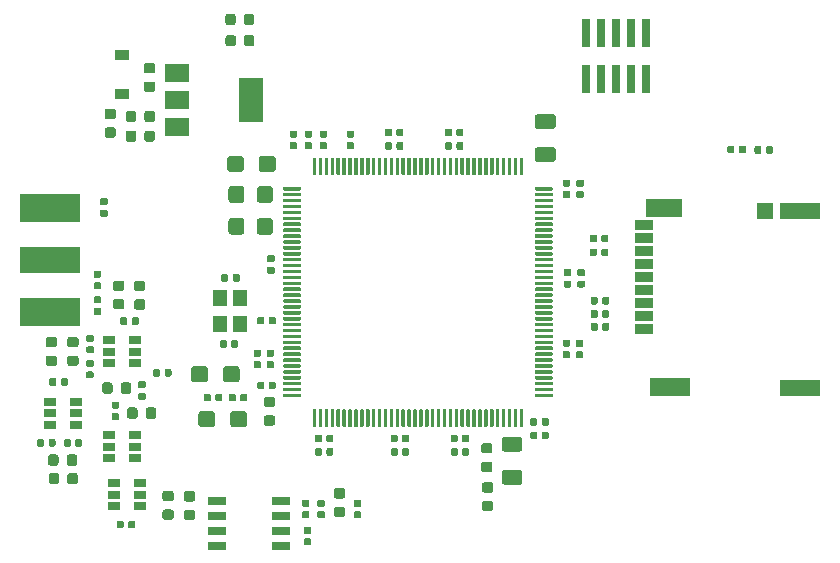
<source format=gbr>
G04 #@! TF.GenerationSoftware,KiCad,Pcbnew,(5.1.4)-1*
G04 #@! TF.CreationDate,2020-04-02T16:16:13+01:00*
G04 #@! TF.ProjectId,hydrophone_stm32_board,68796472-6f70-4686-9f6e-655f73746d33,rev?*
G04 #@! TF.SameCoordinates,Original*
G04 #@! TF.FileFunction,Paste,Top*
G04 #@! TF.FilePolarity,Positive*
%FSLAX46Y46*%
G04 Gerber Fmt 4.6, Leading zero omitted, Abs format (unit mm)*
G04 Created by KiCad (PCBNEW (5.1.4)-1) date 2020-04-02 16:16:13*
%MOMM*%
%LPD*%
G04 APERTURE LIST*
%ADD10C,0.100000*%
%ADD11C,0.875000*%
%ADD12C,0.300000*%
%ADD13R,1.600000X0.850000*%
%ADD14R,3.500000X1.600000*%
%ADD15R,3.500000X1.400000*%
%ADD16R,3.100000X1.600000*%
%ADD17R,1.400000X1.400000*%
%ADD18C,1.350000*%
%ADD19C,0.590000*%
%ADD20C,1.250000*%
%ADD21R,1.200000X0.900000*%
%ADD22R,1.200000X1.400000*%
%ADD23R,1.525000X0.650000*%
%ADD24R,0.740000X2.400000*%
%ADD25R,5.080000X2.413000*%
%ADD26R,5.080000X2.286000*%
%ADD27R,2.000000X3.800000*%
%ADD28R,2.000000X1.500000*%
%ADD29R,1.060000X0.650000*%
G04 APERTURE END LIST*
D10*
G36*
X50016471Y-79716393D02*
G01*
X50037706Y-79719543D01*
X50058530Y-79724759D01*
X50078742Y-79731991D01*
X50098148Y-79741170D01*
X50116561Y-79752206D01*
X50133804Y-79764994D01*
X50149710Y-79779410D01*
X50164126Y-79795316D01*
X50176914Y-79812559D01*
X50187950Y-79830972D01*
X50197129Y-79850378D01*
X50204361Y-79870590D01*
X50209577Y-79891414D01*
X50212727Y-79912649D01*
X50213780Y-79934090D01*
X50213780Y-80446590D01*
X50212727Y-80468031D01*
X50209577Y-80489266D01*
X50204361Y-80510090D01*
X50197129Y-80530302D01*
X50187950Y-80549708D01*
X50176914Y-80568121D01*
X50164126Y-80585364D01*
X50149710Y-80601270D01*
X50133804Y-80615686D01*
X50116561Y-80628474D01*
X50098148Y-80639510D01*
X50078742Y-80648689D01*
X50058530Y-80655921D01*
X50037706Y-80661137D01*
X50016471Y-80664287D01*
X49995030Y-80665340D01*
X49557530Y-80665340D01*
X49536089Y-80664287D01*
X49514854Y-80661137D01*
X49494030Y-80655921D01*
X49473818Y-80648689D01*
X49454412Y-80639510D01*
X49435999Y-80628474D01*
X49418756Y-80615686D01*
X49402850Y-80601270D01*
X49388434Y-80585364D01*
X49375646Y-80568121D01*
X49364610Y-80549708D01*
X49355431Y-80530302D01*
X49348199Y-80510090D01*
X49342983Y-80489266D01*
X49339833Y-80468031D01*
X49338780Y-80446590D01*
X49338780Y-79934090D01*
X49339833Y-79912649D01*
X49342983Y-79891414D01*
X49348199Y-79870590D01*
X49355431Y-79850378D01*
X49364610Y-79830972D01*
X49375646Y-79812559D01*
X49388434Y-79795316D01*
X49402850Y-79779410D01*
X49418756Y-79764994D01*
X49435999Y-79752206D01*
X49454412Y-79741170D01*
X49473818Y-79731991D01*
X49494030Y-79724759D01*
X49514854Y-79719543D01*
X49536089Y-79716393D01*
X49557530Y-79715340D01*
X49995030Y-79715340D01*
X50016471Y-79716393D01*
X50016471Y-79716393D01*
G37*
D11*
X49776280Y-80190340D03*
D10*
G36*
X51591471Y-79716393D02*
G01*
X51612706Y-79719543D01*
X51633530Y-79724759D01*
X51653742Y-79731991D01*
X51673148Y-79741170D01*
X51691561Y-79752206D01*
X51708804Y-79764994D01*
X51724710Y-79779410D01*
X51739126Y-79795316D01*
X51751914Y-79812559D01*
X51762950Y-79830972D01*
X51772129Y-79850378D01*
X51779361Y-79870590D01*
X51784577Y-79891414D01*
X51787727Y-79912649D01*
X51788780Y-79934090D01*
X51788780Y-80446590D01*
X51787727Y-80468031D01*
X51784577Y-80489266D01*
X51779361Y-80510090D01*
X51772129Y-80530302D01*
X51762950Y-80549708D01*
X51751914Y-80568121D01*
X51739126Y-80585364D01*
X51724710Y-80601270D01*
X51708804Y-80615686D01*
X51691561Y-80628474D01*
X51673148Y-80639510D01*
X51653742Y-80648689D01*
X51633530Y-80655921D01*
X51612706Y-80661137D01*
X51591471Y-80664287D01*
X51570030Y-80665340D01*
X51132530Y-80665340D01*
X51111089Y-80664287D01*
X51089854Y-80661137D01*
X51069030Y-80655921D01*
X51048818Y-80648689D01*
X51029412Y-80639510D01*
X51010999Y-80628474D01*
X50993756Y-80615686D01*
X50977850Y-80601270D01*
X50963434Y-80585364D01*
X50950646Y-80568121D01*
X50939610Y-80549708D01*
X50930431Y-80530302D01*
X50923199Y-80510090D01*
X50917983Y-80489266D01*
X50914833Y-80468031D01*
X50913780Y-80446590D01*
X50913780Y-79934090D01*
X50914833Y-79912649D01*
X50917983Y-79891414D01*
X50923199Y-79870590D01*
X50930431Y-79850378D01*
X50939610Y-79830972D01*
X50950646Y-79812559D01*
X50963434Y-79795316D01*
X50977850Y-79779410D01*
X50993756Y-79764994D01*
X51010999Y-79752206D01*
X51029412Y-79741170D01*
X51048818Y-79731991D01*
X51069030Y-79724759D01*
X51089854Y-79719543D01*
X51111089Y-79716393D01*
X51132530Y-79715340D01*
X51570030Y-79715340D01*
X51591471Y-79716393D01*
X51591471Y-79716393D01*
G37*
D11*
X51351280Y-80190340D03*
D10*
G36*
X66080351Y-63172861D02*
G01*
X66087632Y-63173941D01*
X66094771Y-63175729D01*
X66101701Y-63178209D01*
X66108355Y-63181356D01*
X66114668Y-63185140D01*
X66120579Y-63189524D01*
X66126033Y-63194467D01*
X66130976Y-63199921D01*
X66135360Y-63205832D01*
X66139144Y-63212145D01*
X66142291Y-63218799D01*
X66144771Y-63225729D01*
X66146559Y-63232868D01*
X66147639Y-63240149D01*
X66148000Y-63247500D01*
X66148000Y-63397500D01*
X66147639Y-63404851D01*
X66146559Y-63412132D01*
X66144771Y-63419271D01*
X66142291Y-63426201D01*
X66139144Y-63432855D01*
X66135360Y-63439168D01*
X66130976Y-63445079D01*
X66126033Y-63450533D01*
X66120579Y-63455476D01*
X66114668Y-63459860D01*
X66108355Y-63463644D01*
X66101701Y-63466791D01*
X66094771Y-63469271D01*
X66087632Y-63471059D01*
X66080351Y-63472139D01*
X66073000Y-63472500D01*
X64748000Y-63472500D01*
X64740649Y-63472139D01*
X64733368Y-63471059D01*
X64726229Y-63469271D01*
X64719299Y-63466791D01*
X64712645Y-63463644D01*
X64706332Y-63459860D01*
X64700421Y-63455476D01*
X64694967Y-63450533D01*
X64690024Y-63445079D01*
X64685640Y-63439168D01*
X64681856Y-63432855D01*
X64678709Y-63426201D01*
X64676229Y-63419271D01*
X64674441Y-63412132D01*
X64673361Y-63404851D01*
X64673000Y-63397500D01*
X64673000Y-63247500D01*
X64673361Y-63240149D01*
X64674441Y-63232868D01*
X64676229Y-63225729D01*
X64678709Y-63218799D01*
X64681856Y-63212145D01*
X64685640Y-63205832D01*
X64690024Y-63199921D01*
X64694967Y-63194467D01*
X64700421Y-63189524D01*
X64706332Y-63185140D01*
X64712645Y-63181356D01*
X64719299Y-63178209D01*
X64726229Y-63175729D01*
X64733368Y-63173941D01*
X64740649Y-63172861D01*
X64748000Y-63172500D01*
X66073000Y-63172500D01*
X66080351Y-63172861D01*
X66080351Y-63172861D01*
G37*
D12*
X65410500Y-63322500D03*
D10*
G36*
X66080351Y-63672861D02*
G01*
X66087632Y-63673941D01*
X66094771Y-63675729D01*
X66101701Y-63678209D01*
X66108355Y-63681356D01*
X66114668Y-63685140D01*
X66120579Y-63689524D01*
X66126033Y-63694467D01*
X66130976Y-63699921D01*
X66135360Y-63705832D01*
X66139144Y-63712145D01*
X66142291Y-63718799D01*
X66144771Y-63725729D01*
X66146559Y-63732868D01*
X66147639Y-63740149D01*
X66148000Y-63747500D01*
X66148000Y-63897500D01*
X66147639Y-63904851D01*
X66146559Y-63912132D01*
X66144771Y-63919271D01*
X66142291Y-63926201D01*
X66139144Y-63932855D01*
X66135360Y-63939168D01*
X66130976Y-63945079D01*
X66126033Y-63950533D01*
X66120579Y-63955476D01*
X66114668Y-63959860D01*
X66108355Y-63963644D01*
X66101701Y-63966791D01*
X66094771Y-63969271D01*
X66087632Y-63971059D01*
X66080351Y-63972139D01*
X66073000Y-63972500D01*
X64748000Y-63972500D01*
X64740649Y-63972139D01*
X64733368Y-63971059D01*
X64726229Y-63969271D01*
X64719299Y-63966791D01*
X64712645Y-63963644D01*
X64706332Y-63959860D01*
X64700421Y-63955476D01*
X64694967Y-63950533D01*
X64690024Y-63945079D01*
X64685640Y-63939168D01*
X64681856Y-63932855D01*
X64678709Y-63926201D01*
X64676229Y-63919271D01*
X64674441Y-63912132D01*
X64673361Y-63904851D01*
X64673000Y-63897500D01*
X64673000Y-63747500D01*
X64673361Y-63740149D01*
X64674441Y-63732868D01*
X64676229Y-63725729D01*
X64678709Y-63718799D01*
X64681856Y-63712145D01*
X64685640Y-63705832D01*
X64690024Y-63699921D01*
X64694967Y-63694467D01*
X64700421Y-63689524D01*
X64706332Y-63685140D01*
X64712645Y-63681356D01*
X64719299Y-63678209D01*
X64726229Y-63675729D01*
X64733368Y-63673941D01*
X64740649Y-63672861D01*
X64748000Y-63672500D01*
X66073000Y-63672500D01*
X66080351Y-63672861D01*
X66080351Y-63672861D01*
G37*
D12*
X65410500Y-63822500D03*
D10*
G36*
X66080351Y-64172861D02*
G01*
X66087632Y-64173941D01*
X66094771Y-64175729D01*
X66101701Y-64178209D01*
X66108355Y-64181356D01*
X66114668Y-64185140D01*
X66120579Y-64189524D01*
X66126033Y-64194467D01*
X66130976Y-64199921D01*
X66135360Y-64205832D01*
X66139144Y-64212145D01*
X66142291Y-64218799D01*
X66144771Y-64225729D01*
X66146559Y-64232868D01*
X66147639Y-64240149D01*
X66148000Y-64247500D01*
X66148000Y-64397500D01*
X66147639Y-64404851D01*
X66146559Y-64412132D01*
X66144771Y-64419271D01*
X66142291Y-64426201D01*
X66139144Y-64432855D01*
X66135360Y-64439168D01*
X66130976Y-64445079D01*
X66126033Y-64450533D01*
X66120579Y-64455476D01*
X66114668Y-64459860D01*
X66108355Y-64463644D01*
X66101701Y-64466791D01*
X66094771Y-64469271D01*
X66087632Y-64471059D01*
X66080351Y-64472139D01*
X66073000Y-64472500D01*
X64748000Y-64472500D01*
X64740649Y-64472139D01*
X64733368Y-64471059D01*
X64726229Y-64469271D01*
X64719299Y-64466791D01*
X64712645Y-64463644D01*
X64706332Y-64459860D01*
X64700421Y-64455476D01*
X64694967Y-64450533D01*
X64690024Y-64445079D01*
X64685640Y-64439168D01*
X64681856Y-64432855D01*
X64678709Y-64426201D01*
X64676229Y-64419271D01*
X64674441Y-64412132D01*
X64673361Y-64404851D01*
X64673000Y-64397500D01*
X64673000Y-64247500D01*
X64673361Y-64240149D01*
X64674441Y-64232868D01*
X64676229Y-64225729D01*
X64678709Y-64218799D01*
X64681856Y-64212145D01*
X64685640Y-64205832D01*
X64690024Y-64199921D01*
X64694967Y-64194467D01*
X64700421Y-64189524D01*
X64706332Y-64185140D01*
X64712645Y-64181356D01*
X64719299Y-64178209D01*
X64726229Y-64175729D01*
X64733368Y-64173941D01*
X64740649Y-64172861D01*
X64748000Y-64172500D01*
X66073000Y-64172500D01*
X66080351Y-64172861D01*
X66080351Y-64172861D01*
G37*
D12*
X65410500Y-64322500D03*
D10*
G36*
X66080351Y-64672861D02*
G01*
X66087632Y-64673941D01*
X66094771Y-64675729D01*
X66101701Y-64678209D01*
X66108355Y-64681356D01*
X66114668Y-64685140D01*
X66120579Y-64689524D01*
X66126033Y-64694467D01*
X66130976Y-64699921D01*
X66135360Y-64705832D01*
X66139144Y-64712145D01*
X66142291Y-64718799D01*
X66144771Y-64725729D01*
X66146559Y-64732868D01*
X66147639Y-64740149D01*
X66148000Y-64747500D01*
X66148000Y-64897500D01*
X66147639Y-64904851D01*
X66146559Y-64912132D01*
X66144771Y-64919271D01*
X66142291Y-64926201D01*
X66139144Y-64932855D01*
X66135360Y-64939168D01*
X66130976Y-64945079D01*
X66126033Y-64950533D01*
X66120579Y-64955476D01*
X66114668Y-64959860D01*
X66108355Y-64963644D01*
X66101701Y-64966791D01*
X66094771Y-64969271D01*
X66087632Y-64971059D01*
X66080351Y-64972139D01*
X66073000Y-64972500D01*
X64748000Y-64972500D01*
X64740649Y-64972139D01*
X64733368Y-64971059D01*
X64726229Y-64969271D01*
X64719299Y-64966791D01*
X64712645Y-64963644D01*
X64706332Y-64959860D01*
X64700421Y-64955476D01*
X64694967Y-64950533D01*
X64690024Y-64945079D01*
X64685640Y-64939168D01*
X64681856Y-64932855D01*
X64678709Y-64926201D01*
X64676229Y-64919271D01*
X64674441Y-64912132D01*
X64673361Y-64904851D01*
X64673000Y-64897500D01*
X64673000Y-64747500D01*
X64673361Y-64740149D01*
X64674441Y-64732868D01*
X64676229Y-64725729D01*
X64678709Y-64718799D01*
X64681856Y-64712145D01*
X64685640Y-64705832D01*
X64690024Y-64699921D01*
X64694967Y-64694467D01*
X64700421Y-64689524D01*
X64706332Y-64685140D01*
X64712645Y-64681356D01*
X64719299Y-64678209D01*
X64726229Y-64675729D01*
X64733368Y-64673941D01*
X64740649Y-64672861D01*
X64748000Y-64672500D01*
X66073000Y-64672500D01*
X66080351Y-64672861D01*
X66080351Y-64672861D01*
G37*
D12*
X65410500Y-64822500D03*
D10*
G36*
X66080351Y-65172861D02*
G01*
X66087632Y-65173941D01*
X66094771Y-65175729D01*
X66101701Y-65178209D01*
X66108355Y-65181356D01*
X66114668Y-65185140D01*
X66120579Y-65189524D01*
X66126033Y-65194467D01*
X66130976Y-65199921D01*
X66135360Y-65205832D01*
X66139144Y-65212145D01*
X66142291Y-65218799D01*
X66144771Y-65225729D01*
X66146559Y-65232868D01*
X66147639Y-65240149D01*
X66148000Y-65247500D01*
X66148000Y-65397500D01*
X66147639Y-65404851D01*
X66146559Y-65412132D01*
X66144771Y-65419271D01*
X66142291Y-65426201D01*
X66139144Y-65432855D01*
X66135360Y-65439168D01*
X66130976Y-65445079D01*
X66126033Y-65450533D01*
X66120579Y-65455476D01*
X66114668Y-65459860D01*
X66108355Y-65463644D01*
X66101701Y-65466791D01*
X66094771Y-65469271D01*
X66087632Y-65471059D01*
X66080351Y-65472139D01*
X66073000Y-65472500D01*
X64748000Y-65472500D01*
X64740649Y-65472139D01*
X64733368Y-65471059D01*
X64726229Y-65469271D01*
X64719299Y-65466791D01*
X64712645Y-65463644D01*
X64706332Y-65459860D01*
X64700421Y-65455476D01*
X64694967Y-65450533D01*
X64690024Y-65445079D01*
X64685640Y-65439168D01*
X64681856Y-65432855D01*
X64678709Y-65426201D01*
X64676229Y-65419271D01*
X64674441Y-65412132D01*
X64673361Y-65404851D01*
X64673000Y-65397500D01*
X64673000Y-65247500D01*
X64673361Y-65240149D01*
X64674441Y-65232868D01*
X64676229Y-65225729D01*
X64678709Y-65218799D01*
X64681856Y-65212145D01*
X64685640Y-65205832D01*
X64690024Y-65199921D01*
X64694967Y-65194467D01*
X64700421Y-65189524D01*
X64706332Y-65185140D01*
X64712645Y-65181356D01*
X64719299Y-65178209D01*
X64726229Y-65175729D01*
X64733368Y-65173941D01*
X64740649Y-65172861D01*
X64748000Y-65172500D01*
X66073000Y-65172500D01*
X66080351Y-65172861D01*
X66080351Y-65172861D01*
G37*
D12*
X65410500Y-65322500D03*
D10*
G36*
X66080351Y-65672861D02*
G01*
X66087632Y-65673941D01*
X66094771Y-65675729D01*
X66101701Y-65678209D01*
X66108355Y-65681356D01*
X66114668Y-65685140D01*
X66120579Y-65689524D01*
X66126033Y-65694467D01*
X66130976Y-65699921D01*
X66135360Y-65705832D01*
X66139144Y-65712145D01*
X66142291Y-65718799D01*
X66144771Y-65725729D01*
X66146559Y-65732868D01*
X66147639Y-65740149D01*
X66148000Y-65747500D01*
X66148000Y-65897500D01*
X66147639Y-65904851D01*
X66146559Y-65912132D01*
X66144771Y-65919271D01*
X66142291Y-65926201D01*
X66139144Y-65932855D01*
X66135360Y-65939168D01*
X66130976Y-65945079D01*
X66126033Y-65950533D01*
X66120579Y-65955476D01*
X66114668Y-65959860D01*
X66108355Y-65963644D01*
X66101701Y-65966791D01*
X66094771Y-65969271D01*
X66087632Y-65971059D01*
X66080351Y-65972139D01*
X66073000Y-65972500D01*
X64748000Y-65972500D01*
X64740649Y-65972139D01*
X64733368Y-65971059D01*
X64726229Y-65969271D01*
X64719299Y-65966791D01*
X64712645Y-65963644D01*
X64706332Y-65959860D01*
X64700421Y-65955476D01*
X64694967Y-65950533D01*
X64690024Y-65945079D01*
X64685640Y-65939168D01*
X64681856Y-65932855D01*
X64678709Y-65926201D01*
X64676229Y-65919271D01*
X64674441Y-65912132D01*
X64673361Y-65904851D01*
X64673000Y-65897500D01*
X64673000Y-65747500D01*
X64673361Y-65740149D01*
X64674441Y-65732868D01*
X64676229Y-65725729D01*
X64678709Y-65718799D01*
X64681856Y-65712145D01*
X64685640Y-65705832D01*
X64690024Y-65699921D01*
X64694967Y-65694467D01*
X64700421Y-65689524D01*
X64706332Y-65685140D01*
X64712645Y-65681356D01*
X64719299Y-65678209D01*
X64726229Y-65675729D01*
X64733368Y-65673941D01*
X64740649Y-65672861D01*
X64748000Y-65672500D01*
X66073000Y-65672500D01*
X66080351Y-65672861D01*
X66080351Y-65672861D01*
G37*
D12*
X65410500Y-65822500D03*
D10*
G36*
X66080351Y-66172861D02*
G01*
X66087632Y-66173941D01*
X66094771Y-66175729D01*
X66101701Y-66178209D01*
X66108355Y-66181356D01*
X66114668Y-66185140D01*
X66120579Y-66189524D01*
X66126033Y-66194467D01*
X66130976Y-66199921D01*
X66135360Y-66205832D01*
X66139144Y-66212145D01*
X66142291Y-66218799D01*
X66144771Y-66225729D01*
X66146559Y-66232868D01*
X66147639Y-66240149D01*
X66148000Y-66247500D01*
X66148000Y-66397500D01*
X66147639Y-66404851D01*
X66146559Y-66412132D01*
X66144771Y-66419271D01*
X66142291Y-66426201D01*
X66139144Y-66432855D01*
X66135360Y-66439168D01*
X66130976Y-66445079D01*
X66126033Y-66450533D01*
X66120579Y-66455476D01*
X66114668Y-66459860D01*
X66108355Y-66463644D01*
X66101701Y-66466791D01*
X66094771Y-66469271D01*
X66087632Y-66471059D01*
X66080351Y-66472139D01*
X66073000Y-66472500D01*
X64748000Y-66472500D01*
X64740649Y-66472139D01*
X64733368Y-66471059D01*
X64726229Y-66469271D01*
X64719299Y-66466791D01*
X64712645Y-66463644D01*
X64706332Y-66459860D01*
X64700421Y-66455476D01*
X64694967Y-66450533D01*
X64690024Y-66445079D01*
X64685640Y-66439168D01*
X64681856Y-66432855D01*
X64678709Y-66426201D01*
X64676229Y-66419271D01*
X64674441Y-66412132D01*
X64673361Y-66404851D01*
X64673000Y-66397500D01*
X64673000Y-66247500D01*
X64673361Y-66240149D01*
X64674441Y-66232868D01*
X64676229Y-66225729D01*
X64678709Y-66218799D01*
X64681856Y-66212145D01*
X64685640Y-66205832D01*
X64690024Y-66199921D01*
X64694967Y-66194467D01*
X64700421Y-66189524D01*
X64706332Y-66185140D01*
X64712645Y-66181356D01*
X64719299Y-66178209D01*
X64726229Y-66175729D01*
X64733368Y-66173941D01*
X64740649Y-66172861D01*
X64748000Y-66172500D01*
X66073000Y-66172500D01*
X66080351Y-66172861D01*
X66080351Y-66172861D01*
G37*
D12*
X65410500Y-66322500D03*
D10*
G36*
X66080351Y-66672861D02*
G01*
X66087632Y-66673941D01*
X66094771Y-66675729D01*
X66101701Y-66678209D01*
X66108355Y-66681356D01*
X66114668Y-66685140D01*
X66120579Y-66689524D01*
X66126033Y-66694467D01*
X66130976Y-66699921D01*
X66135360Y-66705832D01*
X66139144Y-66712145D01*
X66142291Y-66718799D01*
X66144771Y-66725729D01*
X66146559Y-66732868D01*
X66147639Y-66740149D01*
X66148000Y-66747500D01*
X66148000Y-66897500D01*
X66147639Y-66904851D01*
X66146559Y-66912132D01*
X66144771Y-66919271D01*
X66142291Y-66926201D01*
X66139144Y-66932855D01*
X66135360Y-66939168D01*
X66130976Y-66945079D01*
X66126033Y-66950533D01*
X66120579Y-66955476D01*
X66114668Y-66959860D01*
X66108355Y-66963644D01*
X66101701Y-66966791D01*
X66094771Y-66969271D01*
X66087632Y-66971059D01*
X66080351Y-66972139D01*
X66073000Y-66972500D01*
X64748000Y-66972500D01*
X64740649Y-66972139D01*
X64733368Y-66971059D01*
X64726229Y-66969271D01*
X64719299Y-66966791D01*
X64712645Y-66963644D01*
X64706332Y-66959860D01*
X64700421Y-66955476D01*
X64694967Y-66950533D01*
X64690024Y-66945079D01*
X64685640Y-66939168D01*
X64681856Y-66932855D01*
X64678709Y-66926201D01*
X64676229Y-66919271D01*
X64674441Y-66912132D01*
X64673361Y-66904851D01*
X64673000Y-66897500D01*
X64673000Y-66747500D01*
X64673361Y-66740149D01*
X64674441Y-66732868D01*
X64676229Y-66725729D01*
X64678709Y-66718799D01*
X64681856Y-66712145D01*
X64685640Y-66705832D01*
X64690024Y-66699921D01*
X64694967Y-66694467D01*
X64700421Y-66689524D01*
X64706332Y-66685140D01*
X64712645Y-66681356D01*
X64719299Y-66678209D01*
X64726229Y-66675729D01*
X64733368Y-66673941D01*
X64740649Y-66672861D01*
X64748000Y-66672500D01*
X66073000Y-66672500D01*
X66080351Y-66672861D01*
X66080351Y-66672861D01*
G37*
D12*
X65410500Y-66822500D03*
D10*
G36*
X66080351Y-67172861D02*
G01*
X66087632Y-67173941D01*
X66094771Y-67175729D01*
X66101701Y-67178209D01*
X66108355Y-67181356D01*
X66114668Y-67185140D01*
X66120579Y-67189524D01*
X66126033Y-67194467D01*
X66130976Y-67199921D01*
X66135360Y-67205832D01*
X66139144Y-67212145D01*
X66142291Y-67218799D01*
X66144771Y-67225729D01*
X66146559Y-67232868D01*
X66147639Y-67240149D01*
X66148000Y-67247500D01*
X66148000Y-67397500D01*
X66147639Y-67404851D01*
X66146559Y-67412132D01*
X66144771Y-67419271D01*
X66142291Y-67426201D01*
X66139144Y-67432855D01*
X66135360Y-67439168D01*
X66130976Y-67445079D01*
X66126033Y-67450533D01*
X66120579Y-67455476D01*
X66114668Y-67459860D01*
X66108355Y-67463644D01*
X66101701Y-67466791D01*
X66094771Y-67469271D01*
X66087632Y-67471059D01*
X66080351Y-67472139D01*
X66073000Y-67472500D01*
X64748000Y-67472500D01*
X64740649Y-67472139D01*
X64733368Y-67471059D01*
X64726229Y-67469271D01*
X64719299Y-67466791D01*
X64712645Y-67463644D01*
X64706332Y-67459860D01*
X64700421Y-67455476D01*
X64694967Y-67450533D01*
X64690024Y-67445079D01*
X64685640Y-67439168D01*
X64681856Y-67432855D01*
X64678709Y-67426201D01*
X64676229Y-67419271D01*
X64674441Y-67412132D01*
X64673361Y-67404851D01*
X64673000Y-67397500D01*
X64673000Y-67247500D01*
X64673361Y-67240149D01*
X64674441Y-67232868D01*
X64676229Y-67225729D01*
X64678709Y-67218799D01*
X64681856Y-67212145D01*
X64685640Y-67205832D01*
X64690024Y-67199921D01*
X64694967Y-67194467D01*
X64700421Y-67189524D01*
X64706332Y-67185140D01*
X64712645Y-67181356D01*
X64719299Y-67178209D01*
X64726229Y-67175729D01*
X64733368Y-67173941D01*
X64740649Y-67172861D01*
X64748000Y-67172500D01*
X66073000Y-67172500D01*
X66080351Y-67172861D01*
X66080351Y-67172861D01*
G37*
D12*
X65410500Y-67322500D03*
D10*
G36*
X66080351Y-67672861D02*
G01*
X66087632Y-67673941D01*
X66094771Y-67675729D01*
X66101701Y-67678209D01*
X66108355Y-67681356D01*
X66114668Y-67685140D01*
X66120579Y-67689524D01*
X66126033Y-67694467D01*
X66130976Y-67699921D01*
X66135360Y-67705832D01*
X66139144Y-67712145D01*
X66142291Y-67718799D01*
X66144771Y-67725729D01*
X66146559Y-67732868D01*
X66147639Y-67740149D01*
X66148000Y-67747500D01*
X66148000Y-67897500D01*
X66147639Y-67904851D01*
X66146559Y-67912132D01*
X66144771Y-67919271D01*
X66142291Y-67926201D01*
X66139144Y-67932855D01*
X66135360Y-67939168D01*
X66130976Y-67945079D01*
X66126033Y-67950533D01*
X66120579Y-67955476D01*
X66114668Y-67959860D01*
X66108355Y-67963644D01*
X66101701Y-67966791D01*
X66094771Y-67969271D01*
X66087632Y-67971059D01*
X66080351Y-67972139D01*
X66073000Y-67972500D01*
X64748000Y-67972500D01*
X64740649Y-67972139D01*
X64733368Y-67971059D01*
X64726229Y-67969271D01*
X64719299Y-67966791D01*
X64712645Y-67963644D01*
X64706332Y-67959860D01*
X64700421Y-67955476D01*
X64694967Y-67950533D01*
X64690024Y-67945079D01*
X64685640Y-67939168D01*
X64681856Y-67932855D01*
X64678709Y-67926201D01*
X64676229Y-67919271D01*
X64674441Y-67912132D01*
X64673361Y-67904851D01*
X64673000Y-67897500D01*
X64673000Y-67747500D01*
X64673361Y-67740149D01*
X64674441Y-67732868D01*
X64676229Y-67725729D01*
X64678709Y-67718799D01*
X64681856Y-67712145D01*
X64685640Y-67705832D01*
X64690024Y-67699921D01*
X64694967Y-67694467D01*
X64700421Y-67689524D01*
X64706332Y-67685140D01*
X64712645Y-67681356D01*
X64719299Y-67678209D01*
X64726229Y-67675729D01*
X64733368Y-67673941D01*
X64740649Y-67672861D01*
X64748000Y-67672500D01*
X66073000Y-67672500D01*
X66080351Y-67672861D01*
X66080351Y-67672861D01*
G37*
D12*
X65410500Y-67822500D03*
D10*
G36*
X66080351Y-68172861D02*
G01*
X66087632Y-68173941D01*
X66094771Y-68175729D01*
X66101701Y-68178209D01*
X66108355Y-68181356D01*
X66114668Y-68185140D01*
X66120579Y-68189524D01*
X66126033Y-68194467D01*
X66130976Y-68199921D01*
X66135360Y-68205832D01*
X66139144Y-68212145D01*
X66142291Y-68218799D01*
X66144771Y-68225729D01*
X66146559Y-68232868D01*
X66147639Y-68240149D01*
X66148000Y-68247500D01*
X66148000Y-68397500D01*
X66147639Y-68404851D01*
X66146559Y-68412132D01*
X66144771Y-68419271D01*
X66142291Y-68426201D01*
X66139144Y-68432855D01*
X66135360Y-68439168D01*
X66130976Y-68445079D01*
X66126033Y-68450533D01*
X66120579Y-68455476D01*
X66114668Y-68459860D01*
X66108355Y-68463644D01*
X66101701Y-68466791D01*
X66094771Y-68469271D01*
X66087632Y-68471059D01*
X66080351Y-68472139D01*
X66073000Y-68472500D01*
X64748000Y-68472500D01*
X64740649Y-68472139D01*
X64733368Y-68471059D01*
X64726229Y-68469271D01*
X64719299Y-68466791D01*
X64712645Y-68463644D01*
X64706332Y-68459860D01*
X64700421Y-68455476D01*
X64694967Y-68450533D01*
X64690024Y-68445079D01*
X64685640Y-68439168D01*
X64681856Y-68432855D01*
X64678709Y-68426201D01*
X64676229Y-68419271D01*
X64674441Y-68412132D01*
X64673361Y-68404851D01*
X64673000Y-68397500D01*
X64673000Y-68247500D01*
X64673361Y-68240149D01*
X64674441Y-68232868D01*
X64676229Y-68225729D01*
X64678709Y-68218799D01*
X64681856Y-68212145D01*
X64685640Y-68205832D01*
X64690024Y-68199921D01*
X64694967Y-68194467D01*
X64700421Y-68189524D01*
X64706332Y-68185140D01*
X64712645Y-68181356D01*
X64719299Y-68178209D01*
X64726229Y-68175729D01*
X64733368Y-68173941D01*
X64740649Y-68172861D01*
X64748000Y-68172500D01*
X66073000Y-68172500D01*
X66080351Y-68172861D01*
X66080351Y-68172861D01*
G37*
D12*
X65410500Y-68322500D03*
D10*
G36*
X66080351Y-68672861D02*
G01*
X66087632Y-68673941D01*
X66094771Y-68675729D01*
X66101701Y-68678209D01*
X66108355Y-68681356D01*
X66114668Y-68685140D01*
X66120579Y-68689524D01*
X66126033Y-68694467D01*
X66130976Y-68699921D01*
X66135360Y-68705832D01*
X66139144Y-68712145D01*
X66142291Y-68718799D01*
X66144771Y-68725729D01*
X66146559Y-68732868D01*
X66147639Y-68740149D01*
X66148000Y-68747500D01*
X66148000Y-68897500D01*
X66147639Y-68904851D01*
X66146559Y-68912132D01*
X66144771Y-68919271D01*
X66142291Y-68926201D01*
X66139144Y-68932855D01*
X66135360Y-68939168D01*
X66130976Y-68945079D01*
X66126033Y-68950533D01*
X66120579Y-68955476D01*
X66114668Y-68959860D01*
X66108355Y-68963644D01*
X66101701Y-68966791D01*
X66094771Y-68969271D01*
X66087632Y-68971059D01*
X66080351Y-68972139D01*
X66073000Y-68972500D01*
X64748000Y-68972500D01*
X64740649Y-68972139D01*
X64733368Y-68971059D01*
X64726229Y-68969271D01*
X64719299Y-68966791D01*
X64712645Y-68963644D01*
X64706332Y-68959860D01*
X64700421Y-68955476D01*
X64694967Y-68950533D01*
X64690024Y-68945079D01*
X64685640Y-68939168D01*
X64681856Y-68932855D01*
X64678709Y-68926201D01*
X64676229Y-68919271D01*
X64674441Y-68912132D01*
X64673361Y-68904851D01*
X64673000Y-68897500D01*
X64673000Y-68747500D01*
X64673361Y-68740149D01*
X64674441Y-68732868D01*
X64676229Y-68725729D01*
X64678709Y-68718799D01*
X64681856Y-68712145D01*
X64685640Y-68705832D01*
X64690024Y-68699921D01*
X64694967Y-68694467D01*
X64700421Y-68689524D01*
X64706332Y-68685140D01*
X64712645Y-68681356D01*
X64719299Y-68678209D01*
X64726229Y-68675729D01*
X64733368Y-68673941D01*
X64740649Y-68672861D01*
X64748000Y-68672500D01*
X66073000Y-68672500D01*
X66080351Y-68672861D01*
X66080351Y-68672861D01*
G37*
D12*
X65410500Y-68822500D03*
D10*
G36*
X66080351Y-69172861D02*
G01*
X66087632Y-69173941D01*
X66094771Y-69175729D01*
X66101701Y-69178209D01*
X66108355Y-69181356D01*
X66114668Y-69185140D01*
X66120579Y-69189524D01*
X66126033Y-69194467D01*
X66130976Y-69199921D01*
X66135360Y-69205832D01*
X66139144Y-69212145D01*
X66142291Y-69218799D01*
X66144771Y-69225729D01*
X66146559Y-69232868D01*
X66147639Y-69240149D01*
X66148000Y-69247500D01*
X66148000Y-69397500D01*
X66147639Y-69404851D01*
X66146559Y-69412132D01*
X66144771Y-69419271D01*
X66142291Y-69426201D01*
X66139144Y-69432855D01*
X66135360Y-69439168D01*
X66130976Y-69445079D01*
X66126033Y-69450533D01*
X66120579Y-69455476D01*
X66114668Y-69459860D01*
X66108355Y-69463644D01*
X66101701Y-69466791D01*
X66094771Y-69469271D01*
X66087632Y-69471059D01*
X66080351Y-69472139D01*
X66073000Y-69472500D01*
X64748000Y-69472500D01*
X64740649Y-69472139D01*
X64733368Y-69471059D01*
X64726229Y-69469271D01*
X64719299Y-69466791D01*
X64712645Y-69463644D01*
X64706332Y-69459860D01*
X64700421Y-69455476D01*
X64694967Y-69450533D01*
X64690024Y-69445079D01*
X64685640Y-69439168D01*
X64681856Y-69432855D01*
X64678709Y-69426201D01*
X64676229Y-69419271D01*
X64674441Y-69412132D01*
X64673361Y-69404851D01*
X64673000Y-69397500D01*
X64673000Y-69247500D01*
X64673361Y-69240149D01*
X64674441Y-69232868D01*
X64676229Y-69225729D01*
X64678709Y-69218799D01*
X64681856Y-69212145D01*
X64685640Y-69205832D01*
X64690024Y-69199921D01*
X64694967Y-69194467D01*
X64700421Y-69189524D01*
X64706332Y-69185140D01*
X64712645Y-69181356D01*
X64719299Y-69178209D01*
X64726229Y-69175729D01*
X64733368Y-69173941D01*
X64740649Y-69172861D01*
X64748000Y-69172500D01*
X66073000Y-69172500D01*
X66080351Y-69172861D01*
X66080351Y-69172861D01*
G37*
D12*
X65410500Y-69322500D03*
D10*
G36*
X66080351Y-69672861D02*
G01*
X66087632Y-69673941D01*
X66094771Y-69675729D01*
X66101701Y-69678209D01*
X66108355Y-69681356D01*
X66114668Y-69685140D01*
X66120579Y-69689524D01*
X66126033Y-69694467D01*
X66130976Y-69699921D01*
X66135360Y-69705832D01*
X66139144Y-69712145D01*
X66142291Y-69718799D01*
X66144771Y-69725729D01*
X66146559Y-69732868D01*
X66147639Y-69740149D01*
X66148000Y-69747500D01*
X66148000Y-69897500D01*
X66147639Y-69904851D01*
X66146559Y-69912132D01*
X66144771Y-69919271D01*
X66142291Y-69926201D01*
X66139144Y-69932855D01*
X66135360Y-69939168D01*
X66130976Y-69945079D01*
X66126033Y-69950533D01*
X66120579Y-69955476D01*
X66114668Y-69959860D01*
X66108355Y-69963644D01*
X66101701Y-69966791D01*
X66094771Y-69969271D01*
X66087632Y-69971059D01*
X66080351Y-69972139D01*
X66073000Y-69972500D01*
X64748000Y-69972500D01*
X64740649Y-69972139D01*
X64733368Y-69971059D01*
X64726229Y-69969271D01*
X64719299Y-69966791D01*
X64712645Y-69963644D01*
X64706332Y-69959860D01*
X64700421Y-69955476D01*
X64694967Y-69950533D01*
X64690024Y-69945079D01*
X64685640Y-69939168D01*
X64681856Y-69932855D01*
X64678709Y-69926201D01*
X64676229Y-69919271D01*
X64674441Y-69912132D01*
X64673361Y-69904851D01*
X64673000Y-69897500D01*
X64673000Y-69747500D01*
X64673361Y-69740149D01*
X64674441Y-69732868D01*
X64676229Y-69725729D01*
X64678709Y-69718799D01*
X64681856Y-69712145D01*
X64685640Y-69705832D01*
X64690024Y-69699921D01*
X64694967Y-69694467D01*
X64700421Y-69689524D01*
X64706332Y-69685140D01*
X64712645Y-69681356D01*
X64719299Y-69678209D01*
X64726229Y-69675729D01*
X64733368Y-69673941D01*
X64740649Y-69672861D01*
X64748000Y-69672500D01*
X66073000Y-69672500D01*
X66080351Y-69672861D01*
X66080351Y-69672861D01*
G37*
D12*
X65410500Y-69822500D03*
D10*
G36*
X66080351Y-70172861D02*
G01*
X66087632Y-70173941D01*
X66094771Y-70175729D01*
X66101701Y-70178209D01*
X66108355Y-70181356D01*
X66114668Y-70185140D01*
X66120579Y-70189524D01*
X66126033Y-70194467D01*
X66130976Y-70199921D01*
X66135360Y-70205832D01*
X66139144Y-70212145D01*
X66142291Y-70218799D01*
X66144771Y-70225729D01*
X66146559Y-70232868D01*
X66147639Y-70240149D01*
X66148000Y-70247500D01*
X66148000Y-70397500D01*
X66147639Y-70404851D01*
X66146559Y-70412132D01*
X66144771Y-70419271D01*
X66142291Y-70426201D01*
X66139144Y-70432855D01*
X66135360Y-70439168D01*
X66130976Y-70445079D01*
X66126033Y-70450533D01*
X66120579Y-70455476D01*
X66114668Y-70459860D01*
X66108355Y-70463644D01*
X66101701Y-70466791D01*
X66094771Y-70469271D01*
X66087632Y-70471059D01*
X66080351Y-70472139D01*
X66073000Y-70472500D01*
X64748000Y-70472500D01*
X64740649Y-70472139D01*
X64733368Y-70471059D01*
X64726229Y-70469271D01*
X64719299Y-70466791D01*
X64712645Y-70463644D01*
X64706332Y-70459860D01*
X64700421Y-70455476D01*
X64694967Y-70450533D01*
X64690024Y-70445079D01*
X64685640Y-70439168D01*
X64681856Y-70432855D01*
X64678709Y-70426201D01*
X64676229Y-70419271D01*
X64674441Y-70412132D01*
X64673361Y-70404851D01*
X64673000Y-70397500D01*
X64673000Y-70247500D01*
X64673361Y-70240149D01*
X64674441Y-70232868D01*
X64676229Y-70225729D01*
X64678709Y-70218799D01*
X64681856Y-70212145D01*
X64685640Y-70205832D01*
X64690024Y-70199921D01*
X64694967Y-70194467D01*
X64700421Y-70189524D01*
X64706332Y-70185140D01*
X64712645Y-70181356D01*
X64719299Y-70178209D01*
X64726229Y-70175729D01*
X64733368Y-70173941D01*
X64740649Y-70172861D01*
X64748000Y-70172500D01*
X66073000Y-70172500D01*
X66080351Y-70172861D01*
X66080351Y-70172861D01*
G37*
D12*
X65410500Y-70322500D03*
D10*
G36*
X66080351Y-70672861D02*
G01*
X66087632Y-70673941D01*
X66094771Y-70675729D01*
X66101701Y-70678209D01*
X66108355Y-70681356D01*
X66114668Y-70685140D01*
X66120579Y-70689524D01*
X66126033Y-70694467D01*
X66130976Y-70699921D01*
X66135360Y-70705832D01*
X66139144Y-70712145D01*
X66142291Y-70718799D01*
X66144771Y-70725729D01*
X66146559Y-70732868D01*
X66147639Y-70740149D01*
X66148000Y-70747500D01*
X66148000Y-70897500D01*
X66147639Y-70904851D01*
X66146559Y-70912132D01*
X66144771Y-70919271D01*
X66142291Y-70926201D01*
X66139144Y-70932855D01*
X66135360Y-70939168D01*
X66130976Y-70945079D01*
X66126033Y-70950533D01*
X66120579Y-70955476D01*
X66114668Y-70959860D01*
X66108355Y-70963644D01*
X66101701Y-70966791D01*
X66094771Y-70969271D01*
X66087632Y-70971059D01*
X66080351Y-70972139D01*
X66073000Y-70972500D01*
X64748000Y-70972500D01*
X64740649Y-70972139D01*
X64733368Y-70971059D01*
X64726229Y-70969271D01*
X64719299Y-70966791D01*
X64712645Y-70963644D01*
X64706332Y-70959860D01*
X64700421Y-70955476D01*
X64694967Y-70950533D01*
X64690024Y-70945079D01*
X64685640Y-70939168D01*
X64681856Y-70932855D01*
X64678709Y-70926201D01*
X64676229Y-70919271D01*
X64674441Y-70912132D01*
X64673361Y-70904851D01*
X64673000Y-70897500D01*
X64673000Y-70747500D01*
X64673361Y-70740149D01*
X64674441Y-70732868D01*
X64676229Y-70725729D01*
X64678709Y-70718799D01*
X64681856Y-70712145D01*
X64685640Y-70705832D01*
X64690024Y-70699921D01*
X64694967Y-70694467D01*
X64700421Y-70689524D01*
X64706332Y-70685140D01*
X64712645Y-70681356D01*
X64719299Y-70678209D01*
X64726229Y-70675729D01*
X64733368Y-70673941D01*
X64740649Y-70672861D01*
X64748000Y-70672500D01*
X66073000Y-70672500D01*
X66080351Y-70672861D01*
X66080351Y-70672861D01*
G37*
D12*
X65410500Y-70822500D03*
D10*
G36*
X66080351Y-71172861D02*
G01*
X66087632Y-71173941D01*
X66094771Y-71175729D01*
X66101701Y-71178209D01*
X66108355Y-71181356D01*
X66114668Y-71185140D01*
X66120579Y-71189524D01*
X66126033Y-71194467D01*
X66130976Y-71199921D01*
X66135360Y-71205832D01*
X66139144Y-71212145D01*
X66142291Y-71218799D01*
X66144771Y-71225729D01*
X66146559Y-71232868D01*
X66147639Y-71240149D01*
X66148000Y-71247500D01*
X66148000Y-71397500D01*
X66147639Y-71404851D01*
X66146559Y-71412132D01*
X66144771Y-71419271D01*
X66142291Y-71426201D01*
X66139144Y-71432855D01*
X66135360Y-71439168D01*
X66130976Y-71445079D01*
X66126033Y-71450533D01*
X66120579Y-71455476D01*
X66114668Y-71459860D01*
X66108355Y-71463644D01*
X66101701Y-71466791D01*
X66094771Y-71469271D01*
X66087632Y-71471059D01*
X66080351Y-71472139D01*
X66073000Y-71472500D01*
X64748000Y-71472500D01*
X64740649Y-71472139D01*
X64733368Y-71471059D01*
X64726229Y-71469271D01*
X64719299Y-71466791D01*
X64712645Y-71463644D01*
X64706332Y-71459860D01*
X64700421Y-71455476D01*
X64694967Y-71450533D01*
X64690024Y-71445079D01*
X64685640Y-71439168D01*
X64681856Y-71432855D01*
X64678709Y-71426201D01*
X64676229Y-71419271D01*
X64674441Y-71412132D01*
X64673361Y-71404851D01*
X64673000Y-71397500D01*
X64673000Y-71247500D01*
X64673361Y-71240149D01*
X64674441Y-71232868D01*
X64676229Y-71225729D01*
X64678709Y-71218799D01*
X64681856Y-71212145D01*
X64685640Y-71205832D01*
X64690024Y-71199921D01*
X64694967Y-71194467D01*
X64700421Y-71189524D01*
X64706332Y-71185140D01*
X64712645Y-71181356D01*
X64719299Y-71178209D01*
X64726229Y-71175729D01*
X64733368Y-71173941D01*
X64740649Y-71172861D01*
X64748000Y-71172500D01*
X66073000Y-71172500D01*
X66080351Y-71172861D01*
X66080351Y-71172861D01*
G37*
D12*
X65410500Y-71322500D03*
D10*
G36*
X66080351Y-71672861D02*
G01*
X66087632Y-71673941D01*
X66094771Y-71675729D01*
X66101701Y-71678209D01*
X66108355Y-71681356D01*
X66114668Y-71685140D01*
X66120579Y-71689524D01*
X66126033Y-71694467D01*
X66130976Y-71699921D01*
X66135360Y-71705832D01*
X66139144Y-71712145D01*
X66142291Y-71718799D01*
X66144771Y-71725729D01*
X66146559Y-71732868D01*
X66147639Y-71740149D01*
X66148000Y-71747500D01*
X66148000Y-71897500D01*
X66147639Y-71904851D01*
X66146559Y-71912132D01*
X66144771Y-71919271D01*
X66142291Y-71926201D01*
X66139144Y-71932855D01*
X66135360Y-71939168D01*
X66130976Y-71945079D01*
X66126033Y-71950533D01*
X66120579Y-71955476D01*
X66114668Y-71959860D01*
X66108355Y-71963644D01*
X66101701Y-71966791D01*
X66094771Y-71969271D01*
X66087632Y-71971059D01*
X66080351Y-71972139D01*
X66073000Y-71972500D01*
X64748000Y-71972500D01*
X64740649Y-71972139D01*
X64733368Y-71971059D01*
X64726229Y-71969271D01*
X64719299Y-71966791D01*
X64712645Y-71963644D01*
X64706332Y-71959860D01*
X64700421Y-71955476D01*
X64694967Y-71950533D01*
X64690024Y-71945079D01*
X64685640Y-71939168D01*
X64681856Y-71932855D01*
X64678709Y-71926201D01*
X64676229Y-71919271D01*
X64674441Y-71912132D01*
X64673361Y-71904851D01*
X64673000Y-71897500D01*
X64673000Y-71747500D01*
X64673361Y-71740149D01*
X64674441Y-71732868D01*
X64676229Y-71725729D01*
X64678709Y-71718799D01*
X64681856Y-71712145D01*
X64685640Y-71705832D01*
X64690024Y-71699921D01*
X64694967Y-71694467D01*
X64700421Y-71689524D01*
X64706332Y-71685140D01*
X64712645Y-71681356D01*
X64719299Y-71678209D01*
X64726229Y-71675729D01*
X64733368Y-71673941D01*
X64740649Y-71672861D01*
X64748000Y-71672500D01*
X66073000Y-71672500D01*
X66080351Y-71672861D01*
X66080351Y-71672861D01*
G37*
D12*
X65410500Y-71822500D03*
D10*
G36*
X66080351Y-72172861D02*
G01*
X66087632Y-72173941D01*
X66094771Y-72175729D01*
X66101701Y-72178209D01*
X66108355Y-72181356D01*
X66114668Y-72185140D01*
X66120579Y-72189524D01*
X66126033Y-72194467D01*
X66130976Y-72199921D01*
X66135360Y-72205832D01*
X66139144Y-72212145D01*
X66142291Y-72218799D01*
X66144771Y-72225729D01*
X66146559Y-72232868D01*
X66147639Y-72240149D01*
X66148000Y-72247500D01*
X66148000Y-72397500D01*
X66147639Y-72404851D01*
X66146559Y-72412132D01*
X66144771Y-72419271D01*
X66142291Y-72426201D01*
X66139144Y-72432855D01*
X66135360Y-72439168D01*
X66130976Y-72445079D01*
X66126033Y-72450533D01*
X66120579Y-72455476D01*
X66114668Y-72459860D01*
X66108355Y-72463644D01*
X66101701Y-72466791D01*
X66094771Y-72469271D01*
X66087632Y-72471059D01*
X66080351Y-72472139D01*
X66073000Y-72472500D01*
X64748000Y-72472500D01*
X64740649Y-72472139D01*
X64733368Y-72471059D01*
X64726229Y-72469271D01*
X64719299Y-72466791D01*
X64712645Y-72463644D01*
X64706332Y-72459860D01*
X64700421Y-72455476D01*
X64694967Y-72450533D01*
X64690024Y-72445079D01*
X64685640Y-72439168D01*
X64681856Y-72432855D01*
X64678709Y-72426201D01*
X64676229Y-72419271D01*
X64674441Y-72412132D01*
X64673361Y-72404851D01*
X64673000Y-72397500D01*
X64673000Y-72247500D01*
X64673361Y-72240149D01*
X64674441Y-72232868D01*
X64676229Y-72225729D01*
X64678709Y-72218799D01*
X64681856Y-72212145D01*
X64685640Y-72205832D01*
X64690024Y-72199921D01*
X64694967Y-72194467D01*
X64700421Y-72189524D01*
X64706332Y-72185140D01*
X64712645Y-72181356D01*
X64719299Y-72178209D01*
X64726229Y-72175729D01*
X64733368Y-72173941D01*
X64740649Y-72172861D01*
X64748000Y-72172500D01*
X66073000Y-72172500D01*
X66080351Y-72172861D01*
X66080351Y-72172861D01*
G37*
D12*
X65410500Y-72322500D03*
D10*
G36*
X66080351Y-72672861D02*
G01*
X66087632Y-72673941D01*
X66094771Y-72675729D01*
X66101701Y-72678209D01*
X66108355Y-72681356D01*
X66114668Y-72685140D01*
X66120579Y-72689524D01*
X66126033Y-72694467D01*
X66130976Y-72699921D01*
X66135360Y-72705832D01*
X66139144Y-72712145D01*
X66142291Y-72718799D01*
X66144771Y-72725729D01*
X66146559Y-72732868D01*
X66147639Y-72740149D01*
X66148000Y-72747500D01*
X66148000Y-72897500D01*
X66147639Y-72904851D01*
X66146559Y-72912132D01*
X66144771Y-72919271D01*
X66142291Y-72926201D01*
X66139144Y-72932855D01*
X66135360Y-72939168D01*
X66130976Y-72945079D01*
X66126033Y-72950533D01*
X66120579Y-72955476D01*
X66114668Y-72959860D01*
X66108355Y-72963644D01*
X66101701Y-72966791D01*
X66094771Y-72969271D01*
X66087632Y-72971059D01*
X66080351Y-72972139D01*
X66073000Y-72972500D01*
X64748000Y-72972500D01*
X64740649Y-72972139D01*
X64733368Y-72971059D01*
X64726229Y-72969271D01*
X64719299Y-72966791D01*
X64712645Y-72963644D01*
X64706332Y-72959860D01*
X64700421Y-72955476D01*
X64694967Y-72950533D01*
X64690024Y-72945079D01*
X64685640Y-72939168D01*
X64681856Y-72932855D01*
X64678709Y-72926201D01*
X64676229Y-72919271D01*
X64674441Y-72912132D01*
X64673361Y-72904851D01*
X64673000Y-72897500D01*
X64673000Y-72747500D01*
X64673361Y-72740149D01*
X64674441Y-72732868D01*
X64676229Y-72725729D01*
X64678709Y-72718799D01*
X64681856Y-72712145D01*
X64685640Y-72705832D01*
X64690024Y-72699921D01*
X64694967Y-72694467D01*
X64700421Y-72689524D01*
X64706332Y-72685140D01*
X64712645Y-72681356D01*
X64719299Y-72678209D01*
X64726229Y-72675729D01*
X64733368Y-72673941D01*
X64740649Y-72672861D01*
X64748000Y-72672500D01*
X66073000Y-72672500D01*
X66080351Y-72672861D01*
X66080351Y-72672861D01*
G37*
D12*
X65410500Y-72822500D03*
D10*
G36*
X66080351Y-73172861D02*
G01*
X66087632Y-73173941D01*
X66094771Y-73175729D01*
X66101701Y-73178209D01*
X66108355Y-73181356D01*
X66114668Y-73185140D01*
X66120579Y-73189524D01*
X66126033Y-73194467D01*
X66130976Y-73199921D01*
X66135360Y-73205832D01*
X66139144Y-73212145D01*
X66142291Y-73218799D01*
X66144771Y-73225729D01*
X66146559Y-73232868D01*
X66147639Y-73240149D01*
X66148000Y-73247500D01*
X66148000Y-73397500D01*
X66147639Y-73404851D01*
X66146559Y-73412132D01*
X66144771Y-73419271D01*
X66142291Y-73426201D01*
X66139144Y-73432855D01*
X66135360Y-73439168D01*
X66130976Y-73445079D01*
X66126033Y-73450533D01*
X66120579Y-73455476D01*
X66114668Y-73459860D01*
X66108355Y-73463644D01*
X66101701Y-73466791D01*
X66094771Y-73469271D01*
X66087632Y-73471059D01*
X66080351Y-73472139D01*
X66073000Y-73472500D01*
X64748000Y-73472500D01*
X64740649Y-73472139D01*
X64733368Y-73471059D01*
X64726229Y-73469271D01*
X64719299Y-73466791D01*
X64712645Y-73463644D01*
X64706332Y-73459860D01*
X64700421Y-73455476D01*
X64694967Y-73450533D01*
X64690024Y-73445079D01*
X64685640Y-73439168D01*
X64681856Y-73432855D01*
X64678709Y-73426201D01*
X64676229Y-73419271D01*
X64674441Y-73412132D01*
X64673361Y-73404851D01*
X64673000Y-73397500D01*
X64673000Y-73247500D01*
X64673361Y-73240149D01*
X64674441Y-73232868D01*
X64676229Y-73225729D01*
X64678709Y-73218799D01*
X64681856Y-73212145D01*
X64685640Y-73205832D01*
X64690024Y-73199921D01*
X64694967Y-73194467D01*
X64700421Y-73189524D01*
X64706332Y-73185140D01*
X64712645Y-73181356D01*
X64719299Y-73178209D01*
X64726229Y-73175729D01*
X64733368Y-73173941D01*
X64740649Y-73172861D01*
X64748000Y-73172500D01*
X66073000Y-73172500D01*
X66080351Y-73172861D01*
X66080351Y-73172861D01*
G37*
D12*
X65410500Y-73322500D03*
D10*
G36*
X66080351Y-73672861D02*
G01*
X66087632Y-73673941D01*
X66094771Y-73675729D01*
X66101701Y-73678209D01*
X66108355Y-73681356D01*
X66114668Y-73685140D01*
X66120579Y-73689524D01*
X66126033Y-73694467D01*
X66130976Y-73699921D01*
X66135360Y-73705832D01*
X66139144Y-73712145D01*
X66142291Y-73718799D01*
X66144771Y-73725729D01*
X66146559Y-73732868D01*
X66147639Y-73740149D01*
X66148000Y-73747500D01*
X66148000Y-73897500D01*
X66147639Y-73904851D01*
X66146559Y-73912132D01*
X66144771Y-73919271D01*
X66142291Y-73926201D01*
X66139144Y-73932855D01*
X66135360Y-73939168D01*
X66130976Y-73945079D01*
X66126033Y-73950533D01*
X66120579Y-73955476D01*
X66114668Y-73959860D01*
X66108355Y-73963644D01*
X66101701Y-73966791D01*
X66094771Y-73969271D01*
X66087632Y-73971059D01*
X66080351Y-73972139D01*
X66073000Y-73972500D01*
X64748000Y-73972500D01*
X64740649Y-73972139D01*
X64733368Y-73971059D01*
X64726229Y-73969271D01*
X64719299Y-73966791D01*
X64712645Y-73963644D01*
X64706332Y-73959860D01*
X64700421Y-73955476D01*
X64694967Y-73950533D01*
X64690024Y-73945079D01*
X64685640Y-73939168D01*
X64681856Y-73932855D01*
X64678709Y-73926201D01*
X64676229Y-73919271D01*
X64674441Y-73912132D01*
X64673361Y-73904851D01*
X64673000Y-73897500D01*
X64673000Y-73747500D01*
X64673361Y-73740149D01*
X64674441Y-73732868D01*
X64676229Y-73725729D01*
X64678709Y-73718799D01*
X64681856Y-73712145D01*
X64685640Y-73705832D01*
X64690024Y-73699921D01*
X64694967Y-73694467D01*
X64700421Y-73689524D01*
X64706332Y-73685140D01*
X64712645Y-73681356D01*
X64719299Y-73678209D01*
X64726229Y-73675729D01*
X64733368Y-73673941D01*
X64740649Y-73672861D01*
X64748000Y-73672500D01*
X66073000Y-73672500D01*
X66080351Y-73672861D01*
X66080351Y-73672861D01*
G37*
D12*
X65410500Y-73822500D03*
D10*
G36*
X66080351Y-74172861D02*
G01*
X66087632Y-74173941D01*
X66094771Y-74175729D01*
X66101701Y-74178209D01*
X66108355Y-74181356D01*
X66114668Y-74185140D01*
X66120579Y-74189524D01*
X66126033Y-74194467D01*
X66130976Y-74199921D01*
X66135360Y-74205832D01*
X66139144Y-74212145D01*
X66142291Y-74218799D01*
X66144771Y-74225729D01*
X66146559Y-74232868D01*
X66147639Y-74240149D01*
X66148000Y-74247500D01*
X66148000Y-74397500D01*
X66147639Y-74404851D01*
X66146559Y-74412132D01*
X66144771Y-74419271D01*
X66142291Y-74426201D01*
X66139144Y-74432855D01*
X66135360Y-74439168D01*
X66130976Y-74445079D01*
X66126033Y-74450533D01*
X66120579Y-74455476D01*
X66114668Y-74459860D01*
X66108355Y-74463644D01*
X66101701Y-74466791D01*
X66094771Y-74469271D01*
X66087632Y-74471059D01*
X66080351Y-74472139D01*
X66073000Y-74472500D01*
X64748000Y-74472500D01*
X64740649Y-74472139D01*
X64733368Y-74471059D01*
X64726229Y-74469271D01*
X64719299Y-74466791D01*
X64712645Y-74463644D01*
X64706332Y-74459860D01*
X64700421Y-74455476D01*
X64694967Y-74450533D01*
X64690024Y-74445079D01*
X64685640Y-74439168D01*
X64681856Y-74432855D01*
X64678709Y-74426201D01*
X64676229Y-74419271D01*
X64674441Y-74412132D01*
X64673361Y-74404851D01*
X64673000Y-74397500D01*
X64673000Y-74247500D01*
X64673361Y-74240149D01*
X64674441Y-74232868D01*
X64676229Y-74225729D01*
X64678709Y-74218799D01*
X64681856Y-74212145D01*
X64685640Y-74205832D01*
X64690024Y-74199921D01*
X64694967Y-74194467D01*
X64700421Y-74189524D01*
X64706332Y-74185140D01*
X64712645Y-74181356D01*
X64719299Y-74178209D01*
X64726229Y-74175729D01*
X64733368Y-74173941D01*
X64740649Y-74172861D01*
X64748000Y-74172500D01*
X66073000Y-74172500D01*
X66080351Y-74172861D01*
X66080351Y-74172861D01*
G37*
D12*
X65410500Y-74322500D03*
D10*
G36*
X66080351Y-74672861D02*
G01*
X66087632Y-74673941D01*
X66094771Y-74675729D01*
X66101701Y-74678209D01*
X66108355Y-74681356D01*
X66114668Y-74685140D01*
X66120579Y-74689524D01*
X66126033Y-74694467D01*
X66130976Y-74699921D01*
X66135360Y-74705832D01*
X66139144Y-74712145D01*
X66142291Y-74718799D01*
X66144771Y-74725729D01*
X66146559Y-74732868D01*
X66147639Y-74740149D01*
X66148000Y-74747500D01*
X66148000Y-74897500D01*
X66147639Y-74904851D01*
X66146559Y-74912132D01*
X66144771Y-74919271D01*
X66142291Y-74926201D01*
X66139144Y-74932855D01*
X66135360Y-74939168D01*
X66130976Y-74945079D01*
X66126033Y-74950533D01*
X66120579Y-74955476D01*
X66114668Y-74959860D01*
X66108355Y-74963644D01*
X66101701Y-74966791D01*
X66094771Y-74969271D01*
X66087632Y-74971059D01*
X66080351Y-74972139D01*
X66073000Y-74972500D01*
X64748000Y-74972500D01*
X64740649Y-74972139D01*
X64733368Y-74971059D01*
X64726229Y-74969271D01*
X64719299Y-74966791D01*
X64712645Y-74963644D01*
X64706332Y-74959860D01*
X64700421Y-74955476D01*
X64694967Y-74950533D01*
X64690024Y-74945079D01*
X64685640Y-74939168D01*
X64681856Y-74932855D01*
X64678709Y-74926201D01*
X64676229Y-74919271D01*
X64674441Y-74912132D01*
X64673361Y-74904851D01*
X64673000Y-74897500D01*
X64673000Y-74747500D01*
X64673361Y-74740149D01*
X64674441Y-74732868D01*
X64676229Y-74725729D01*
X64678709Y-74718799D01*
X64681856Y-74712145D01*
X64685640Y-74705832D01*
X64690024Y-74699921D01*
X64694967Y-74694467D01*
X64700421Y-74689524D01*
X64706332Y-74685140D01*
X64712645Y-74681356D01*
X64719299Y-74678209D01*
X64726229Y-74675729D01*
X64733368Y-74673941D01*
X64740649Y-74672861D01*
X64748000Y-74672500D01*
X66073000Y-74672500D01*
X66080351Y-74672861D01*
X66080351Y-74672861D01*
G37*
D12*
X65410500Y-74822500D03*
D10*
G36*
X66080351Y-75172861D02*
G01*
X66087632Y-75173941D01*
X66094771Y-75175729D01*
X66101701Y-75178209D01*
X66108355Y-75181356D01*
X66114668Y-75185140D01*
X66120579Y-75189524D01*
X66126033Y-75194467D01*
X66130976Y-75199921D01*
X66135360Y-75205832D01*
X66139144Y-75212145D01*
X66142291Y-75218799D01*
X66144771Y-75225729D01*
X66146559Y-75232868D01*
X66147639Y-75240149D01*
X66148000Y-75247500D01*
X66148000Y-75397500D01*
X66147639Y-75404851D01*
X66146559Y-75412132D01*
X66144771Y-75419271D01*
X66142291Y-75426201D01*
X66139144Y-75432855D01*
X66135360Y-75439168D01*
X66130976Y-75445079D01*
X66126033Y-75450533D01*
X66120579Y-75455476D01*
X66114668Y-75459860D01*
X66108355Y-75463644D01*
X66101701Y-75466791D01*
X66094771Y-75469271D01*
X66087632Y-75471059D01*
X66080351Y-75472139D01*
X66073000Y-75472500D01*
X64748000Y-75472500D01*
X64740649Y-75472139D01*
X64733368Y-75471059D01*
X64726229Y-75469271D01*
X64719299Y-75466791D01*
X64712645Y-75463644D01*
X64706332Y-75459860D01*
X64700421Y-75455476D01*
X64694967Y-75450533D01*
X64690024Y-75445079D01*
X64685640Y-75439168D01*
X64681856Y-75432855D01*
X64678709Y-75426201D01*
X64676229Y-75419271D01*
X64674441Y-75412132D01*
X64673361Y-75404851D01*
X64673000Y-75397500D01*
X64673000Y-75247500D01*
X64673361Y-75240149D01*
X64674441Y-75232868D01*
X64676229Y-75225729D01*
X64678709Y-75218799D01*
X64681856Y-75212145D01*
X64685640Y-75205832D01*
X64690024Y-75199921D01*
X64694967Y-75194467D01*
X64700421Y-75189524D01*
X64706332Y-75185140D01*
X64712645Y-75181356D01*
X64719299Y-75178209D01*
X64726229Y-75175729D01*
X64733368Y-75173941D01*
X64740649Y-75172861D01*
X64748000Y-75172500D01*
X66073000Y-75172500D01*
X66080351Y-75172861D01*
X66080351Y-75172861D01*
G37*
D12*
X65410500Y-75322500D03*
D10*
G36*
X66080351Y-75672861D02*
G01*
X66087632Y-75673941D01*
X66094771Y-75675729D01*
X66101701Y-75678209D01*
X66108355Y-75681356D01*
X66114668Y-75685140D01*
X66120579Y-75689524D01*
X66126033Y-75694467D01*
X66130976Y-75699921D01*
X66135360Y-75705832D01*
X66139144Y-75712145D01*
X66142291Y-75718799D01*
X66144771Y-75725729D01*
X66146559Y-75732868D01*
X66147639Y-75740149D01*
X66148000Y-75747500D01*
X66148000Y-75897500D01*
X66147639Y-75904851D01*
X66146559Y-75912132D01*
X66144771Y-75919271D01*
X66142291Y-75926201D01*
X66139144Y-75932855D01*
X66135360Y-75939168D01*
X66130976Y-75945079D01*
X66126033Y-75950533D01*
X66120579Y-75955476D01*
X66114668Y-75959860D01*
X66108355Y-75963644D01*
X66101701Y-75966791D01*
X66094771Y-75969271D01*
X66087632Y-75971059D01*
X66080351Y-75972139D01*
X66073000Y-75972500D01*
X64748000Y-75972500D01*
X64740649Y-75972139D01*
X64733368Y-75971059D01*
X64726229Y-75969271D01*
X64719299Y-75966791D01*
X64712645Y-75963644D01*
X64706332Y-75959860D01*
X64700421Y-75955476D01*
X64694967Y-75950533D01*
X64690024Y-75945079D01*
X64685640Y-75939168D01*
X64681856Y-75932855D01*
X64678709Y-75926201D01*
X64676229Y-75919271D01*
X64674441Y-75912132D01*
X64673361Y-75904851D01*
X64673000Y-75897500D01*
X64673000Y-75747500D01*
X64673361Y-75740149D01*
X64674441Y-75732868D01*
X64676229Y-75725729D01*
X64678709Y-75718799D01*
X64681856Y-75712145D01*
X64685640Y-75705832D01*
X64690024Y-75699921D01*
X64694967Y-75694467D01*
X64700421Y-75689524D01*
X64706332Y-75685140D01*
X64712645Y-75681356D01*
X64719299Y-75678209D01*
X64726229Y-75675729D01*
X64733368Y-75673941D01*
X64740649Y-75672861D01*
X64748000Y-75672500D01*
X66073000Y-75672500D01*
X66080351Y-75672861D01*
X66080351Y-75672861D01*
G37*
D12*
X65410500Y-75822500D03*
D10*
G36*
X66080351Y-76172861D02*
G01*
X66087632Y-76173941D01*
X66094771Y-76175729D01*
X66101701Y-76178209D01*
X66108355Y-76181356D01*
X66114668Y-76185140D01*
X66120579Y-76189524D01*
X66126033Y-76194467D01*
X66130976Y-76199921D01*
X66135360Y-76205832D01*
X66139144Y-76212145D01*
X66142291Y-76218799D01*
X66144771Y-76225729D01*
X66146559Y-76232868D01*
X66147639Y-76240149D01*
X66148000Y-76247500D01*
X66148000Y-76397500D01*
X66147639Y-76404851D01*
X66146559Y-76412132D01*
X66144771Y-76419271D01*
X66142291Y-76426201D01*
X66139144Y-76432855D01*
X66135360Y-76439168D01*
X66130976Y-76445079D01*
X66126033Y-76450533D01*
X66120579Y-76455476D01*
X66114668Y-76459860D01*
X66108355Y-76463644D01*
X66101701Y-76466791D01*
X66094771Y-76469271D01*
X66087632Y-76471059D01*
X66080351Y-76472139D01*
X66073000Y-76472500D01*
X64748000Y-76472500D01*
X64740649Y-76472139D01*
X64733368Y-76471059D01*
X64726229Y-76469271D01*
X64719299Y-76466791D01*
X64712645Y-76463644D01*
X64706332Y-76459860D01*
X64700421Y-76455476D01*
X64694967Y-76450533D01*
X64690024Y-76445079D01*
X64685640Y-76439168D01*
X64681856Y-76432855D01*
X64678709Y-76426201D01*
X64676229Y-76419271D01*
X64674441Y-76412132D01*
X64673361Y-76404851D01*
X64673000Y-76397500D01*
X64673000Y-76247500D01*
X64673361Y-76240149D01*
X64674441Y-76232868D01*
X64676229Y-76225729D01*
X64678709Y-76218799D01*
X64681856Y-76212145D01*
X64685640Y-76205832D01*
X64690024Y-76199921D01*
X64694967Y-76194467D01*
X64700421Y-76189524D01*
X64706332Y-76185140D01*
X64712645Y-76181356D01*
X64719299Y-76178209D01*
X64726229Y-76175729D01*
X64733368Y-76173941D01*
X64740649Y-76172861D01*
X64748000Y-76172500D01*
X66073000Y-76172500D01*
X66080351Y-76172861D01*
X66080351Y-76172861D01*
G37*
D12*
X65410500Y-76322500D03*
D10*
G36*
X66080351Y-76672861D02*
G01*
X66087632Y-76673941D01*
X66094771Y-76675729D01*
X66101701Y-76678209D01*
X66108355Y-76681356D01*
X66114668Y-76685140D01*
X66120579Y-76689524D01*
X66126033Y-76694467D01*
X66130976Y-76699921D01*
X66135360Y-76705832D01*
X66139144Y-76712145D01*
X66142291Y-76718799D01*
X66144771Y-76725729D01*
X66146559Y-76732868D01*
X66147639Y-76740149D01*
X66148000Y-76747500D01*
X66148000Y-76897500D01*
X66147639Y-76904851D01*
X66146559Y-76912132D01*
X66144771Y-76919271D01*
X66142291Y-76926201D01*
X66139144Y-76932855D01*
X66135360Y-76939168D01*
X66130976Y-76945079D01*
X66126033Y-76950533D01*
X66120579Y-76955476D01*
X66114668Y-76959860D01*
X66108355Y-76963644D01*
X66101701Y-76966791D01*
X66094771Y-76969271D01*
X66087632Y-76971059D01*
X66080351Y-76972139D01*
X66073000Y-76972500D01*
X64748000Y-76972500D01*
X64740649Y-76972139D01*
X64733368Y-76971059D01*
X64726229Y-76969271D01*
X64719299Y-76966791D01*
X64712645Y-76963644D01*
X64706332Y-76959860D01*
X64700421Y-76955476D01*
X64694967Y-76950533D01*
X64690024Y-76945079D01*
X64685640Y-76939168D01*
X64681856Y-76932855D01*
X64678709Y-76926201D01*
X64676229Y-76919271D01*
X64674441Y-76912132D01*
X64673361Y-76904851D01*
X64673000Y-76897500D01*
X64673000Y-76747500D01*
X64673361Y-76740149D01*
X64674441Y-76732868D01*
X64676229Y-76725729D01*
X64678709Y-76718799D01*
X64681856Y-76712145D01*
X64685640Y-76705832D01*
X64690024Y-76699921D01*
X64694967Y-76694467D01*
X64700421Y-76689524D01*
X64706332Y-76685140D01*
X64712645Y-76681356D01*
X64719299Y-76678209D01*
X64726229Y-76675729D01*
X64733368Y-76673941D01*
X64740649Y-76672861D01*
X64748000Y-76672500D01*
X66073000Y-76672500D01*
X66080351Y-76672861D01*
X66080351Y-76672861D01*
G37*
D12*
X65410500Y-76822500D03*
D10*
G36*
X66080351Y-77172861D02*
G01*
X66087632Y-77173941D01*
X66094771Y-77175729D01*
X66101701Y-77178209D01*
X66108355Y-77181356D01*
X66114668Y-77185140D01*
X66120579Y-77189524D01*
X66126033Y-77194467D01*
X66130976Y-77199921D01*
X66135360Y-77205832D01*
X66139144Y-77212145D01*
X66142291Y-77218799D01*
X66144771Y-77225729D01*
X66146559Y-77232868D01*
X66147639Y-77240149D01*
X66148000Y-77247500D01*
X66148000Y-77397500D01*
X66147639Y-77404851D01*
X66146559Y-77412132D01*
X66144771Y-77419271D01*
X66142291Y-77426201D01*
X66139144Y-77432855D01*
X66135360Y-77439168D01*
X66130976Y-77445079D01*
X66126033Y-77450533D01*
X66120579Y-77455476D01*
X66114668Y-77459860D01*
X66108355Y-77463644D01*
X66101701Y-77466791D01*
X66094771Y-77469271D01*
X66087632Y-77471059D01*
X66080351Y-77472139D01*
X66073000Y-77472500D01*
X64748000Y-77472500D01*
X64740649Y-77472139D01*
X64733368Y-77471059D01*
X64726229Y-77469271D01*
X64719299Y-77466791D01*
X64712645Y-77463644D01*
X64706332Y-77459860D01*
X64700421Y-77455476D01*
X64694967Y-77450533D01*
X64690024Y-77445079D01*
X64685640Y-77439168D01*
X64681856Y-77432855D01*
X64678709Y-77426201D01*
X64676229Y-77419271D01*
X64674441Y-77412132D01*
X64673361Y-77404851D01*
X64673000Y-77397500D01*
X64673000Y-77247500D01*
X64673361Y-77240149D01*
X64674441Y-77232868D01*
X64676229Y-77225729D01*
X64678709Y-77218799D01*
X64681856Y-77212145D01*
X64685640Y-77205832D01*
X64690024Y-77199921D01*
X64694967Y-77194467D01*
X64700421Y-77189524D01*
X64706332Y-77185140D01*
X64712645Y-77181356D01*
X64719299Y-77178209D01*
X64726229Y-77175729D01*
X64733368Y-77173941D01*
X64740649Y-77172861D01*
X64748000Y-77172500D01*
X66073000Y-77172500D01*
X66080351Y-77172861D01*
X66080351Y-77172861D01*
G37*
D12*
X65410500Y-77322500D03*
D10*
G36*
X66080351Y-77672861D02*
G01*
X66087632Y-77673941D01*
X66094771Y-77675729D01*
X66101701Y-77678209D01*
X66108355Y-77681356D01*
X66114668Y-77685140D01*
X66120579Y-77689524D01*
X66126033Y-77694467D01*
X66130976Y-77699921D01*
X66135360Y-77705832D01*
X66139144Y-77712145D01*
X66142291Y-77718799D01*
X66144771Y-77725729D01*
X66146559Y-77732868D01*
X66147639Y-77740149D01*
X66148000Y-77747500D01*
X66148000Y-77897500D01*
X66147639Y-77904851D01*
X66146559Y-77912132D01*
X66144771Y-77919271D01*
X66142291Y-77926201D01*
X66139144Y-77932855D01*
X66135360Y-77939168D01*
X66130976Y-77945079D01*
X66126033Y-77950533D01*
X66120579Y-77955476D01*
X66114668Y-77959860D01*
X66108355Y-77963644D01*
X66101701Y-77966791D01*
X66094771Y-77969271D01*
X66087632Y-77971059D01*
X66080351Y-77972139D01*
X66073000Y-77972500D01*
X64748000Y-77972500D01*
X64740649Y-77972139D01*
X64733368Y-77971059D01*
X64726229Y-77969271D01*
X64719299Y-77966791D01*
X64712645Y-77963644D01*
X64706332Y-77959860D01*
X64700421Y-77955476D01*
X64694967Y-77950533D01*
X64690024Y-77945079D01*
X64685640Y-77939168D01*
X64681856Y-77932855D01*
X64678709Y-77926201D01*
X64676229Y-77919271D01*
X64674441Y-77912132D01*
X64673361Y-77904851D01*
X64673000Y-77897500D01*
X64673000Y-77747500D01*
X64673361Y-77740149D01*
X64674441Y-77732868D01*
X64676229Y-77725729D01*
X64678709Y-77718799D01*
X64681856Y-77712145D01*
X64685640Y-77705832D01*
X64690024Y-77699921D01*
X64694967Y-77694467D01*
X64700421Y-77689524D01*
X64706332Y-77685140D01*
X64712645Y-77681356D01*
X64719299Y-77678209D01*
X64726229Y-77675729D01*
X64733368Y-77673941D01*
X64740649Y-77672861D01*
X64748000Y-77672500D01*
X66073000Y-77672500D01*
X66080351Y-77672861D01*
X66080351Y-77672861D01*
G37*
D12*
X65410500Y-77822500D03*
D10*
G36*
X66080351Y-78172861D02*
G01*
X66087632Y-78173941D01*
X66094771Y-78175729D01*
X66101701Y-78178209D01*
X66108355Y-78181356D01*
X66114668Y-78185140D01*
X66120579Y-78189524D01*
X66126033Y-78194467D01*
X66130976Y-78199921D01*
X66135360Y-78205832D01*
X66139144Y-78212145D01*
X66142291Y-78218799D01*
X66144771Y-78225729D01*
X66146559Y-78232868D01*
X66147639Y-78240149D01*
X66148000Y-78247500D01*
X66148000Y-78397500D01*
X66147639Y-78404851D01*
X66146559Y-78412132D01*
X66144771Y-78419271D01*
X66142291Y-78426201D01*
X66139144Y-78432855D01*
X66135360Y-78439168D01*
X66130976Y-78445079D01*
X66126033Y-78450533D01*
X66120579Y-78455476D01*
X66114668Y-78459860D01*
X66108355Y-78463644D01*
X66101701Y-78466791D01*
X66094771Y-78469271D01*
X66087632Y-78471059D01*
X66080351Y-78472139D01*
X66073000Y-78472500D01*
X64748000Y-78472500D01*
X64740649Y-78472139D01*
X64733368Y-78471059D01*
X64726229Y-78469271D01*
X64719299Y-78466791D01*
X64712645Y-78463644D01*
X64706332Y-78459860D01*
X64700421Y-78455476D01*
X64694967Y-78450533D01*
X64690024Y-78445079D01*
X64685640Y-78439168D01*
X64681856Y-78432855D01*
X64678709Y-78426201D01*
X64676229Y-78419271D01*
X64674441Y-78412132D01*
X64673361Y-78404851D01*
X64673000Y-78397500D01*
X64673000Y-78247500D01*
X64673361Y-78240149D01*
X64674441Y-78232868D01*
X64676229Y-78225729D01*
X64678709Y-78218799D01*
X64681856Y-78212145D01*
X64685640Y-78205832D01*
X64690024Y-78199921D01*
X64694967Y-78194467D01*
X64700421Y-78189524D01*
X64706332Y-78185140D01*
X64712645Y-78181356D01*
X64719299Y-78178209D01*
X64726229Y-78175729D01*
X64733368Y-78173941D01*
X64740649Y-78172861D01*
X64748000Y-78172500D01*
X66073000Y-78172500D01*
X66080351Y-78172861D01*
X66080351Y-78172861D01*
G37*
D12*
X65410500Y-78322500D03*
D10*
G36*
X66080351Y-78672861D02*
G01*
X66087632Y-78673941D01*
X66094771Y-78675729D01*
X66101701Y-78678209D01*
X66108355Y-78681356D01*
X66114668Y-78685140D01*
X66120579Y-78689524D01*
X66126033Y-78694467D01*
X66130976Y-78699921D01*
X66135360Y-78705832D01*
X66139144Y-78712145D01*
X66142291Y-78718799D01*
X66144771Y-78725729D01*
X66146559Y-78732868D01*
X66147639Y-78740149D01*
X66148000Y-78747500D01*
X66148000Y-78897500D01*
X66147639Y-78904851D01*
X66146559Y-78912132D01*
X66144771Y-78919271D01*
X66142291Y-78926201D01*
X66139144Y-78932855D01*
X66135360Y-78939168D01*
X66130976Y-78945079D01*
X66126033Y-78950533D01*
X66120579Y-78955476D01*
X66114668Y-78959860D01*
X66108355Y-78963644D01*
X66101701Y-78966791D01*
X66094771Y-78969271D01*
X66087632Y-78971059D01*
X66080351Y-78972139D01*
X66073000Y-78972500D01*
X64748000Y-78972500D01*
X64740649Y-78972139D01*
X64733368Y-78971059D01*
X64726229Y-78969271D01*
X64719299Y-78966791D01*
X64712645Y-78963644D01*
X64706332Y-78959860D01*
X64700421Y-78955476D01*
X64694967Y-78950533D01*
X64690024Y-78945079D01*
X64685640Y-78939168D01*
X64681856Y-78932855D01*
X64678709Y-78926201D01*
X64676229Y-78919271D01*
X64674441Y-78912132D01*
X64673361Y-78904851D01*
X64673000Y-78897500D01*
X64673000Y-78747500D01*
X64673361Y-78740149D01*
X64674441Y-78732868D01*
X64676229Y-78725729D01*
X64678709Y-78718799D01*
X64681856Y-78712145D01*
X64685640Y-78705832D01*
X64690024Y-78699921D01*
X64694967Y-78694467D01*
X64700421Y-78689524D01*
X64706332Y-78685140D01*
X64712645Y-78681356D01*
X64719299Y-78678209D01*
X64726229Y-78675729D01*
X64733368Y-78673941D01*
X64740649Y-78672861D01*
X64748000Y-78672500D01*
X66073000Y-78672500D01*
X66080351Y-78672861D01*
X66080351Y-78672861D01*
G37*
D12*
X65410500Y-78822500D03*
D10*
G36*
X66080351Y-79172861D02*
G01*
X66087632Y-79173941D01*
X66094771Y-79175729D01*
X66101701Y-79178209D01*
X66108355Y-79181356D01*
X66114668Y-79185140D01*
X66120579Y-79189524D01*
X66126033Y-79194467D01*
X66130976Y-79199921D01*
X66135360Y-79205832D01*
X66139144Y-79212145D01*
X66142291Y-79218799D01*
X66144771Y-79225729D01*
X66146559Y-79232868D01*
X66147639Y-79240149D01*
X66148000Y-79247500D01*
X66148000Y-79397500D01*
X66147639Y-79404851D01*
X66146559Y-79412132D01*
X66144771Y-79419271D01*
X66142291Y-79426201D01*
X66139144Y-79432855D01*
X66135360Y-79439168D01*
X66130976Y-79445079D01*
X66126033Y-79450533D01*
X66120579Y-79455476D01*
X66114668Y-79459860D01*
X66108355Y-79463644D01*
X66101701Y-79466791D01*
X66094771Y-79469271D01*
X66087632Y-79471059D01*
X66080351Y-79472139D01*
X66073000Y-79472500D01*
X64748000Y-79472500D01*
X64740649Y-79472139D01*
X64733368Y-79471059D01*
X64726229Y-79469271D01*
X64719299Y-79466791D01*
X64712645Y-79463644D01*
X64706332Y-79459860D01*
X64700421Y-79455476D01*
X64694967Y-79450533D01*
X64690024Y-79445079D01*
X64685640Y-79439168D01*
X64681856Y-79432855D01*
X64678709Y-79426201D01*
X64676229Y-79419271D01*
X64674441Y-79412132D01*
X64673361Y-79404851D01*
X64673000Y-79397500D01*
X64673000Y-79247500D01*
X64673361Y-79240149D01*
X64674441Y-79232868D01*
X64676229Y-79225729D01*
X64678709Y-79218799D01*
X64681856Y-79212145D01*
X64685640Y-79205832D01*
X64690024Y-79199921D01*
X64694967Y-79194467D01*
X64700421Y-79189524D01*
X64706332Y-79185140D01*
X64712645Y-79181356D01*
X64719299Y-79178209D01*
X64726229Y-79175729D01*
X64733368Y-79173941D01*
X64740649Y-79172861D01*
X64748000Y-79172500D01*
X66073000Y-79172500D01*
X66080351Y-79172861D01*
X66080351Y-79172861D01*
G37*
D12*
X65410500Y-79322500D03*
D10*
G36*
X66080351Y-79672861D02*
G01*
X66087632Y-79673941D01*
X66094771Y-79675729D01*
X66101701Y-79678209D01*
X66108355Y-79681356D01*
X66114668Y-79685140D01*
X66120579Y-79689524D01*
X66126033Y-79694467D01*
X66130976Y-79699921D01*
X66135360Y-79705832D01*
X66139144Y-79712145D01*
X66142291Y-79718799D01*
X66144771Y-79725729D01*
X66146559Y-79732868D01*
X66147639Y-79740149D01*
X66148000Y-79747500D01*
X66148000Y-79897500D01*
X66147639Y-79904851D01*
X66146559Y-79912132D01*
X66144771Y-79919271D01*
X66142291Y-79926201D01*
X66139144Y-79932855D01*
X66135360Y-79939168D01*
X66130976Y-79945079D01*
X66126033Y-79950533D01*
X66120579Y-79955476D01*
X66114668Y-79959860D01*
X66108355Y-79963644D01*
X66101701Y-79966791D01*
X66094771Y-79969271D01*
X66087632Y-79971059D01*
X66080351Y-79972139D01*
X66073000Y-79972500D01*
X64748000Y-79972500D01*
X64740649Y-79972139D01*
X64733368Y-79971059D01*
X64726229Y-79969271D01*
X64719299Y-79966791D01*
X64712645Y-79963644D01*
X64706332Y-79959860D01*
X64700421Y-79955476D01*
X64694967Y-79950533D01*
X64690024Y-79945079D01*
X64685640Y-79939168D01*
X64681856Y-79932855D01*
X64678709Y-79926201D01*
X64676229Y-79919271D01*
X64674441Y-79912132D01*
X64673361Y-79904851D01*
X64673000Y-79897500D01*
X64673000Y-79747500D01*
X64673361Y-79740149D01*
X64674441Y-79732868D01*
X64676229Y-79725729D01*
X64678709Y-79718799D01*
X64681856Y-79712145D01*
X64685640Y-79705832D01*
X64690024Y-79699921D01*
X64694967Y-79694467D01*
X64700421Y-79689524D01*
X64706332Y-79685140D01*
X64712645Y-79681356D01*
X64719299Y-79678209D01*
X64726229Y-79675729D01*
X64733368Y-79673941D01*
X64740649Y-79672861D01*
X64748000Y-79672500D01*
X66073000Y-79672500D01*
X66080351Y-79672861D01*
X66080351Y-79672861D01*
G37*
D12*
X65410500Y-79822500D03*
D10*
G36*
X66080351Y-80172861D02*
G01*
X66087632Y-80173941D01*
X66094771Y-80175729D01*
X66101701Y-80178209D01*
X66108355Y-80181356D01*
X66114668Y-80185140D01*
X66120579Y-80189524D01*
X66126033Y-80194467D01*
X66130976Y-80199921D01*
X66135360Y-80205832D01*
X66139144Y-80212145D01*
X66142291Y-80218799D01*
X66144771Y-80225729D01*
X66146559Y-80232868D01*
X66147639Y-80240149D01*
X66148000Y-80247500D01*
X66148000Y-80397500D01*
X66147639Y-80404851D01*
X66146559Y-80412132D01*
X66144771Y-80419271D01*
X66142291Y-80426201D01*
X66139144Y-80432855D01*
X66135360Y-80439168D01*
X66130976Y-80445079D01*
X66126033Y-80450533D01*
X66120579Y-80455476D01*
X66114668Y-80459860D01*
X66108355Y-80463644D01*
X66101701Y-80466791D01*
X66094771Y-80469271D01*
X66087632Y-80471059D01*
X66080351Y-80472139D01*
X66073000Y-80472500D01*
X64748000Y-80472500D01*
X64740649Y-80472139D01*
X64733368Y-80471059D01*
X64726229Y-80469271D01*
X64719299Y-80466791D01*
X64712645Y-80463644D01*
X64706332Y-80459860D01*
X64700421Y-80455476D01*
X64694967Y-80450533D01*
X64690024Y-80445079D01*
X64685640Y-80439168D01*
X64681856Y-80432855D01*
X64678709Y-80426201D01*
X64676229Y-80419271D01*
X64674441Y-80412132D01*
X64673361Y-80404851D01*
X64673000Y-80397500D01*
X64673000Y-80247500D01*
X64673361Y-80240149D01*
X64674441Y-80232868D01*
X64676229Y-80225729D01*
X64678709Y-80218799D01*
X64681856Y-80212145D01*
X64685640Y-80205832D01*
X64690024Y-80199921D01*
X64694967Y-80194467D01*
X64700421Y-80189524D01*
X64706332Y-80185140D01*
X64712645Y-80181356D01*
X64719299Y-80178209D01*
X64726229Y-80175729D01*
X64733368Y-80173941D01*
X64740649Y-80172861D01*
X64748000Y-80172500D01*
X66073000Y-80172500D01*
X66080351Y-80172861D01*
X66080351Y-80172861D01*
G37*
D12*
X65410500Y-80322500D03*
D10*
G36*
X66080351Y-80672861D02*
G01*
X66087632Y-80673941D01*
X66094771Y-80675729D01*
X66101701Y-80678209D01*
X66108355Y-80681356D01*
X66114668Y-80685140D01*
X66120579Y-80689524D01*
X66126033Y-80694467D01*
X66130976Y-80699921D01*
X66135360Y-80705832D01*
X66139144Y-80712145D01*
X66142291Y-80718799D01*
X66144771Y-80725729D01*
X66146559Y-80732868D01*
X66147639Y-80740149D01*
X66148000Y-80747500D01*
X66148000Y-80897500D01*
X66147639Y-80904851D01*
X66146559Y-80912132D01*
X66144771Y-80919271D01*
X66142291Y-80926201D01*
X66139144Y-80932855D01*
X66135360Y-80939168D01*
X66130976Y-80945079D01*
X66126033Y-80950533D01*
X66120579Y-80955476D01*
X66114668Y-80959860D01*
X66108355Y-80963644D01*
X66101701Y-80966791D01*
X66094771Y-80969271D01*
X66087632Y-80971059D01*
X66080351Y-80972139D01*
X66073000Y-80972500D01*
X64748000Y-80972500D01*
X64740649Y-80972139D01*
X64733368Y-80971059D01*
X64726229Y-80969271D01*
X64719299Y-80966791D01*
X64712645Y-80963644D01*
X64706332Y-80959860D01*
X64700421Y-80955476D01*
X64694967Y-80950533D01*
X64690024Y-80945079D01*
X64685640Y-80939168D01*
X64681856Y-80932855D01*
X64678709Y-80926201D01*
X64676229Y-80919271D01*
X64674441Y-80912132D01*
X64673361Y-80904851D01*
X64673000Y-80897500D01*
X64673000Y-80747500D01*
X64673361Y-80740149D01*
X64674441Y-80732868D01*
X64676229Y-80725729D01*
X64678709Y-80718799D01*
X64681856Y-80712145D01*
X64685640Y-80705832D01*
X64690024Y-80699921D01*
X64694967Y-80694467D01*
X64700421Y-80689524D01*
X64706332Y-80685140D01*
X64712645Y-80681356D01*
X64719299Y-80678209D01*
X64726229Y-80675729D01*
X64733368Y-80673941D01*
X64740649Y-80672861D01*
X64748000Y-80672500D01*
X66073000Y-80672500D01*
X66080351Y-80672861D01*
X66080351Y-80672861D01*
G37*
D12*
X65410500Y-80822500D03*
D10*
G36*
X67405351Y-81997861D02*
G01*
X67412632Y-81998941D01*
X67419771Y-82000729D01*
X67426701Y-82003209D01*
X67433355Y-82006356D01*
X67439668Y-82010140D01*
X67445579Y-82014524D01*
X67451033Y-82019467D01*
X67455976Y-82024921D01*
X67460360Y-82030832D01*
X67464144Y-82037145D01*
X67467291Y-82043799D01*
X67469771Y-82050729D01*
X67471559Y-82057868D01*
X67472639Y-82065149D01*
X67473000Y-82072500D01*
X67473000Y-83397500D01*
X67472639Y-83404851D01*
X67471559Y-83412132D01*
X67469771Y-83419271D01*
X67467291Y-83426201D01*
X67464144Y-83432855D01*
X67460360Y-83439168D01*
X67455976Y-83445079D01*
X67451033Y-83450533D01*
X67445579Y-83455476D01*
X67439668Y-83459860D01*
X67433355Y-83463644D01*
X67426701Y-83466791D01*
X67419771Y-83469271D01*
X67412632Y-83471059D01*
X67405351Y-83472139D01*
X67398000Y-83472500D01*
X67248000Y-83472500D01*
X67240649Y-83472139D01*
X67233368Y-83471059D01*
X67226229Y-83469271D01*
X67219299Y-83466791D01*
X67212645Y-83463644D01*
X67206332Y-83459860D01*
X67200421Y-83455476D01*
X67194967Y-83450533D01*
X67190024Y-83445079D01*
X67185640Y-83439168D01*
X67181856Y-83432855D01*
X67178709Y-83426201D01*
X67176229Y-83419271D01*
X67174441Y-83412132D01*
X67173361Y-83404851D01*
X67173000Y-83397500D01*
X67173000Y-82072500D01*
X67173361Y-82065149D01*
X67174441Y-82057868D01*
X67176229Y-82050729D01*
X67178709Y-82043799D01*
X67181856Y-82037145D01*
X67185640Y-82030832D01*
X67190024Y-82024921D01*
X67194967Y-82019467D01*
X67200421Y-82014524D01*
X67206332Y-82010140D01*
X67212645Y-82006356D01*
X67219299Y-82003209D01*
X67226229Y-82000729D01*
X67233368Y-81998941D01*
X67240649Y-81997861D01*
X67248000Y-81997500D01*
X67398000Y-81997500D01*
X67405351Y-81997861D01*
X67405351Y-81997861D01*
G37*
D12*
X67323000Y-82735000D03*
D10*
G36*
X67905351Y-81997861D02*
G01*
X67912632Y-81998941D01*
X67919771Y-82000729D01*
X67926701Y-82003209D01*
X67933355Y-82006356D01*
X67939668Y-82010140D01*
X67945579Y-82014524D01*
X67951033Y-82019467D01*
X67955976Y-82024921D01*
X67960360Y-82030832D01*
X67964144Y-82037145D01*
X67967291Y-82043799D01*
X67969771Y-82050729D01*
X67971559Y-82057868D01*
X67972639Y-82065149D01*
X67973000Y-82072500D01*
X67973000Y-83397500D01*
X67972639Y-83404851D01*
X67971559Y-83412132D01*
X67969771Y-83419271D01*
X67967291Y-83426201D01*
X67964144Y-83432855D01*
X67960360Y-83439168D01*
X67955976Y-83445079D01*
X67951033Y-83450533D01*
X67945579Y-83455476D01*
X67939668Y-83459860D01*
X67933355Y-83463644D01*
X67926701Y-83466791D01*
X67919771Y-83469271D01*
X67912632Y-83471059D01*
X67905351Y-83472139D01*
X67898000Y-83472500D01*
X67748000Y-83472500D01*
X67740649Y-83472139D01*
X67733368Y-83471059D01*
X67726229Y-83469271D01*
X67719299Y-83466791D01*
X67712645Y-83463644D01*
X67706332Y-83459860D01*
X67700421Y-83455476D01*
X67694967Y-83450533D01*
X67690024Y-83445079D01*
X67685640Y-83439168D01*
X67681856Y-83432855D01*
X67678709Y-83426201D01*
X67676229Y-83419271D01*
X67674441Y-83412132D01*
X67673361Y-83404851D01*
X67673000Y-83397500D01*
X67673000Y-82072500D01*
X67673361Y-82065149D01*
X67674441Y-82057868D01*
X67676229Y-82050729D01*
X67678709Y-82043799D01*
X67681856Y-82037145D01*
X67685640Y-82030832D01*
X67690024Y-82024921D01*
X67694967Y-82019467D01*
X67700421Y-82014524D01*
X67706332Y-82010140D01*
X67712645Y-82006356D01*
X67719299Y-82003209D01*
X67726229Y-82000729D01*
X67733368Y-81998941D01*
X67740649Y-81997861D01*
X67748000Y-81997500D01*
X67898000Y-81997500D01*
X67905351Y-81997861D01*
X67905351Y-81997861D01*
G37*
D12*
X67823000Y-82735000D03*
D10*
G36*
X68405351Y-81997861D02*
G01*
X68412632Y-81998941D01*
X68419771Y-82000729D01*
X68426701Y-82003209D01*
X68433355Y-82006356D01*
X68439668Y-82010140D01*
X68445579Y-82014524D01*
X68451033Y-82019467D01*
X68455976Y-82024921D01*
X68460360Y-82030832D01*
X68464144Y-82037145D01*
X68467291Y-82043799D01*
X68469771Y-82050729D01*
X68471559Y-82057868D01*
X68472639Y-82065149D01*
X68473000Y-82072500D01*
X68473000Y-83397500D01*
X68472639Y-83404851D01*
X68471559Y-83412132D01*
X68469771Y-83419271D01*
X68467291Y-83426201D01*
X68464144Y-83432855D01*
X68460360Y-83439168D01*
X68455976Y-83445079D01*
X68451033Y-83450533D01*
X68445579Y-83455476D01*
X68439668Y-83459860D01*
X68433355Y-83463644D01*
X68426701Y-83466791D01*
X68419771Y-83469271D01*
X68412632Y-83471059D01*
X68405351Y-83472139D01*
X68398000Y-83472500D01*
X68248000Y-83472500D01*
X68240649Y-83472139D01*
X68233368Y-83471059D01*
X68226229Y-83469271D01*
X68219299Y-83466791D01*
X68212645Y-83463644D01*
X68206332Y-83459860D01*
X68200421Y-83455476D01*
X68194967Y-83450533D01*
X68190024Y-83445079D01*
X68185640Y-83439168D01*
X68181856Y-83432855D01*
X68178709Y-83426201D01*
X68176229Y-83419271D01*
X68174441Y-83412132D01*
X68173361Y-83404851D01*
X68173000Y-83397500D01*
X68173000Y-82072500D01*
X68173361Y-82065149D01*
X68174441Y-82057868D01*
X68176229Y-82050729D01*
X68178709Y-82043799D01*
X68181856Y-82037145D01*
X68185640Y-82030832D01*
X68190024Y-82024921D01*
X68194967Y-82019467D01*
X68200421Y-82014524D01*
X68206332Y-82010140D01*
X68212645Y-82006356D01*
X68219299Y-82003209D01*
X68226229Y-82000729D01*
X68233368Y-81998941D01*
X68240649Y-81997861D01*
X68248000Y-81997500D01*
X68398000Y-81997500D01*
X68405351Y-81997861D01*
X68405351Y-81997861D01*
G37*
D12*
X68323000Y-82735000D03*
D10*
G36*
X68905351Y-81997861D02*
G01*
X68912632Y-81998941D01*
X68919771Y-82000729D01*
X68926701Y-82003209D01*
X68933355Y-82006356D01*
X68939668Y-82010140D01*
X68945579Y-82014524D01*
X68951033Y-82019467D01*
X68955976Y-82024921D01*
X68960360Y-82030832D01*
X68964144Y-82037145D01*
X68967291Y-82043799D01*
X68969771Y-82050729D01*
X68971559Y-82057868D01*
X68972639Y-82065149D01*
X68973000Y-82072500D01*
X68973000Y-83397500D01*
X68972639Y-83404851D01*
X68971559Y-83412132D01*
X68969771Y-83419271D01*
X68967291Y-83426201D01*
X68964144Y-83432855D01*
X68960360Y-83439168D01*
X68955976Y-83445079D01*
X68951033Y-83450533D01*
X68945579Y-83455476D01*
X68939668Y-83459860D01*
X68933355Y-83463644D01*
X68926701Y-83466791D01*
X68919771Y-83469271D01*
X68912632Y-83471059D01*
X68905351Y-83472139D01*
X68898000Y-83472500D01*
X68748000Y-83472500D01*
X68740649Y-83472139D01*
X68733368Y-83471059D01*
X68726229Y-83469271D01*
X68719299Y-83466791D01*
X68712645Y-83463644D01*
X68706332Y-83459860D01*
X68700421Y-83455476D01*
X68694967Y-83450533D01*
X68690024Y-83445079D01*
X68685640Y-83439168D01*
X68681856Y-83432855D01*
X68678709Y-83426201D01*
X68676229Y-83419271D01*
X68674441Y-83412132D01*
X68673361Y-83404851D01*
X68673000Y-83397500D01*
X68673000Y-82072500D01*
X68673361Y-82065149D01*
X68674441Y-82057868D01*
X68676229Y-82050729D01*
X68678709Y-82043799D01*
X68681856Y-82037145D01*
X68685640Y-82030832D01*
X68690024Y-82024921D01*
X68694967Y-82019467D01*
X68700421Y-82014524D01*
X68706332Y-82010140D01*
X68712645Y-82006356D01*
X68719299Y-82003209D01*
X68726229Y-82000729D01*
X68733368Y-81998941D01*
X68740649Y-81997861D01*
X68748000Y-81997500D01*
X68898000Y-81997500D01*
X68905351Y-81997861D01*
X68905351Y-81997861D01*
G37*
D12*
X68823000Y-82735000D03*
D10*
G36*
X69405351Y-81997861D02*
G01*
X69412632Y-81998941D01*
X69419771Y-82000729D01*
X69426701Y-82003209D01*
X69433355Y-82006356D01*
X69439668Y-82010140D01*
X69445579Y-82014524D01*
X69451033Y-82019467D01*
X69455976Y-82024921D01*
X69460360Y-82030832D01*
X69464144Y-82037145D01*
X69467291Y-82043799D01*
X69469771Y-82050729D01*
X69471559Y-82057868D01*
X69472639Y-82065149D01*
X69473000Y-82072500D01*
X69473000Y-83397500D01*
X69472639Y-83404851D01*
X69471559Y-83412132D01*
X69469771Y-83419271D01*
X69467291Y-83426201D01*
X69464144Y-83432855D01*
X69460360Y-83439168D01*
X69455976Y-83445079D01*
X69451033Y-83450533D01*
X69445579Y-83455476D01*
X69439668Y-83459860D01*
X69433355Y-83463644D01*
X69426701Y-83466791D01*
X69419771Y-83469271D01*
X69412632Y-83471059D01*
X69405351Y-83472139D01*
X69398000Y-83472500D01*
X69248000Y-83472500D01*
X69240649Y-83472139D01*
X69233368Y-83471059D01*
X69226229Y-83469271D01*
X69219299Y-83466791D01*
X69212645Y-83463644D01*
X69206332Y-83459860D01*
X69200421Y-83455476D01*
X69194967Y-83450533D01*
X69190024Y-83445079D01*
X69185640Y-83439168D01*
X69181856Y-83432855D01*
X69178709Y-83426201D01*
X69176229Y-83419271D01*
X69174441Y-83412132D01*
X69173361Y-83404851D01*
X69173000Y-83397500D01*
X69173000Y-82072500D01*
X69173361Y-82065149D01*
X69174441Y-82057868D01*
X69176229Y-82050729D01*
X69178709Y-82043799D01*
X69181856Y-82037145D01*
X69185640Y-82030832D01*
X69190024Y-82024921D01*
X69194967Y-82019467D01*
X69200421Y-82014524D01*
X69206332Y-82010140D01*
X69212645Y-82006356D01*
X69219299Y-82003209D01*
X69226229Y-82000729D01*
X69233368Y-81998941D01*
X69240649Y-81997861D01*
X69248000Y-81997500D01*
X69398000Y-81997500D01*
X69405351Y-81997861D01*
X69405351Y-81997861D01*
G37*
D12*
X69323000Y-82735000D03*
D10*
G36*
X69905351Y-81997861D02*
G01*
X69912632Y-81998941D01*
X69919771Y-82000729D01*
X69926701Y-82003209D01*
X69933355Y-82006356D01*
X69939668Y-82010140D01*
X69945579Y-82014524D01*
X69951033Y-82019467D01*
X69955976Y-82024921D01*
X69960360Y-82030832D01*
X69964144Y-82037145D01*
X69967291Y-82043799D01*
X69969771Y-82050729D01*
X69971559Y-82057868D01*
X69972639Y-82065149D01*
X69973000Y-82072500D01*
X69973000Y-83397500D01*
X69972639Y-83404851D01*
X69971559Y-83412132D01*
X69969771Y-83419271D01*
X69967291Y-83426201D01*
X69964144Y-83432855D01*
X69960360Y-83439168D01*
X69955976Y-83445079D01*
X69951033Y-83450533D01*
X69945579Y-83455476D01*
X69939668Y-83459860D01*
X69933355Y-83463644D01*
X69926701Y-83466791D01*
X69919771Y-83469271D01*
X69912632Y-83471059D01*
X69905351Y-83472139D01*
X69898000Y-83472500D01*
X69748000Y-83472500D01*
X69740649Y-83472139D01*
X69733368Y-83471059D01*
X69726229Y-83469271D01*
X69719299Y-83466791D01*
X69712645Y-83463644D01*
X69706332Y-83459860D01*
X69700421Y-83455476D01*
X69694967Y-83450533D01*
X69690024Y-83445079D01*
X69685640Y-83439168D01*
X69681856Y-83432855D01*
X69678709Y-83426201D01*
X69676229Y-83419271D01*
X69674441Y-83412132D01*
X69673361Y-83404851D01*
X69673000Y-83397500D01*
X69673000Y-82072500D01*
X69673361Y-82065149D01*
X69674441Y-82057868D01*
X69676229Y-82050729D01*
X69678709Y-82043799D01*
X69681856Y-82037145D01*
X69685640Y-82030832D01*
X69690024Y-82024921D01*
X69694967Y-82019467D01*
X69700421Y-82014524D01*
X69706332Y-82010140D01*
X69712645Y-82006356D01*
X69719299Y-82003209D01*
X69726229Y-82000729D01*
X69733368Y-81998941D01*
X69740649Y-81997861D01*
X69748000Y-81997500D01*
X69898000Y-81997500D01*
X69905351Y-81997861D01*
X69905351Y-81997861D01*
G37*
D12*
X69823000Y-82735000D03*
D10*
G36*
X70405351Y-81997861D02*
G01*
X70412632Y-81998941D01*
X70419771Y-82000729D01*
X70426701Y-82003209D01*
X70433355Y-82006356D01*
X70439668Y-82010140D01*
X70445579Y-82014524D01*
X70451033Y-82019467D01*
X70455976Y-82024921D01*
X70460360Y-82030832D01*
X70464144Y-82037145D01*
X70467291Y-82043799D01*
X70469771Y-82050729D01*
X70471559Y-82057868D01*
X70472639Y-82065149D01*
X70473000Y-82072500D01*
X70473000Y-83397500D01*
X70472639Y-83404851D01*
X70471559Y-83412132D01*
X70469771Y-83419271D01*
X70467291Y-83426201D01*
X70464144Y-83432855D01*
X70460360Y-83439168D01*
X70455976Y-83445079D01*
X70451033Y-83450533D01*
X70445579Y-83455476D01*
X70439668Y-83459860D01*
X70433355Y-83463644D01*
X70426701Y-83466791D01*
X70419771Y-83469271D01*
X70412632Y-83471059D01*
X70405351Y-83472139D01*
X70398000Y-83472500D01*
X70248000Y-83472500D01*
X70240649Y-83472139D01*
X70233368Y-83471059D01*
X70226229Y-83469271D01*
X70219299Y-83466791D01*
X70212645Y-83463644D01*
X70206332Y-83459860D01*
X70200421Y-83455476D01*
X70194967Y-83450533D01*
X70190024Y-83445079D01*
X70185640Y-83439168D01*
X70181856Y-83432855D01*
X70178709Y-83426201D01*
X70176229Y-83419271D01*
X70174441Y-83412132D01*
X70173361Y-83404851D01*
X70173000Y-83397500D01*
X70173000Y-82072500D01*
X70173361Y-82065149D01*
X70174441Y-82057868D01*
X70176229Y-82050729D01*
X70178709Y-82043799D01*
X70181856Y-82037145D01*
X70185640Y-82030832D01*
X70190024Y-82024921D01*
X70194967Y-82019467D01*
X70200421Y-82014524D01*
X70206332Y-82010140D01*
X70212645Y-82006356D01*
X70219299Y-82003209D01*
X70226229Y-82000729D01*
X70233368Y-81998941D01*
X70240649Y-81997861D01*
X70248000Y-81997500D01*
X70398000Y-81997500D01*
X70405351Y-81997861D01*
X70405351Y-81997861D01*
G37*
D12*
X70323000Y-82735000D03*
D10*
G36*
X70905351Y-81997861D02*
G01*
X70912632Y-81998941D01*
X70919771Y-82000729D01*
X70926701Y-82003209D01*
X70933355Y-82006356D01*
X70939668Y-82010140D01*
X70945579Y-82014524D01*
X70951033Y-82019467D01*
X70955976Y-82024921D01*
X70960360Y-82030832D01*
X70964144Y-82037145D01*
X70967291Y-82043799D01*
X70969771Y-82050729D01*
X70971559Y-82057868D01*
X70972639Y-82065149D01*
X70973000Y-82072500D01*
X70973000Y-83397500D01*
X70972639Y-83404851D01*
X70971559Y-83412132D01*
X70969771Y-83419271D01*
X70967291Y-83426201D01*
X70964144Y-83432855D01*
X70960360Y-83439168D01*
X70955976Y-83445079D01*
X70951033Y-83450533D01*
X70945579Y-83455476D01*
X70939668Y-83459860D01*
X70933355Y-83463644D01*
X70926701Y-83466791D01*
X70919771Y-83469271D01*
X70912632Y-83471059D01*
X70905351Y-83472139D01*
X70898000Y-83472500D01*
X70748000Y-83472500D01*
X70740649Y-83472139D01*
X70733368Y-83471059D01*
X70726229Y-83469271D01*
X70719299Y-83466791D01*
X70712645Y-83463644D01*
X70706332Y-83459860D01*
X70700421Y-83455476D01*
X70694967Y-83450533D01*
X70690024Y-83445079D01*
X70685640Y-83439168D01*
X70681856Y-83432855D01*
X70678709Y-83426201D01*
X70676229Y-83419271D01*
X70674441Y-83412132D01*
X70673361Y-83404851D01*
X70673000Y-83397500D01*
X70673000Y-82072500D01*
X70673361Y-82065149D01*
X70674441Y-82057868D01*
X70676229Y-82050729D01*
X70678709Y-82043799D01*
X70681856Y-82037145D01*
X70685640Y-82030832D01*
X70690024Y-82024921D01*
X70694967Y-82019467D01*
X70700421Y-82014524D01*
X70706332Y-82010140D01*
X70712645Y-82006356D01*
X70719299Y-82003209D01*
X70726229Y-82000729D01*
X70733368Y-81998941D01*
X70740649Y-81997861D01*
X70748000Y-81997500D01*
X70898000Y-81997500D01*
X70905351Y-81997861D01*
X70905351Y-81997861D01*
G37*
D12*
X70823000Y-82735000D03*
D10*
G36*
X71405351Y-81997861D02*
G01*
X71412632Y-81998941D01*
X71419771Y-82000729D01*
X71426701Y-82003209D01*
X71433355Y-82006356D01*
X71439668Y-82010140D01*
X71445579Y-82014524D01*
X71451033Y-82019467D01*
X71455976Y-82024921D01*
X71460360Y-82030832D01*
X71464144Y-82037145D01*
X71467291Y-82043799D01*
X71469771Y-82050729D01*
X71471559Y-82057868D01*
X71472639Y-82065149D01*
X71473000Y-82072500D01*
X71473000Y-83397500D01*
X71472639Y-83404851D01*
X71471559Y-83412132D01*
X71469771Y-83419271D01*
X71467291Y-83426201D01*
X71464144Y-83432855D01*
X71460360Y-83439168D01*
X71455976Y-83445079D01*
X71451033Y-83450533D01*
X71445579Y-83455476D01*
X71439668Y-83459860D01*
X71433355Y-83463644D01*
X71426701Y-83466791D01*
X71419771Y-83469271D01*
X71412632Y-83471059D01*
X71405351Y-83472139D01*
X71398000Y-83472500D01*
X71248000Y-83472500D01*
X71240649Y-83472139D01*
X71233368Y-83471059D01*
X71226229Y-83469271D01*
X71219299Y-83466791D01*
X71212645Y-83463644D01*
X71206332Y-83459860D01*
X71200421Y-83455476D01*
X71194967Y-83450533D01*
X71190024Y-83445079D01*
X71185640Y-83439168D01*
X71181856Y-83432855D01*
X71178709Y-83426201D01*
X71176229Y-83419271D01*
X71174441Y-83412132D01*
X71173361Y-83404851D01*
X71173000Y-83397500D01*
X71173000Y-82072500D01*
X71173361Y-82065149D01*
X71174441Y-82057868D01*
X71176229Y-82050729D01*
X71178709Y-82043799D01*
X71181856Y-82037145D01*
X71185640Y-82030832D01*
X71190024Y-82024921D01*
X71194967Y-82019467D01*
X71200421Y-82014524D01*
X71206332Y-82010140D01*
X71212645Y-82006356D01*
X71219299Y-82003209D01*
X71226229Y-82000729D01*
X71233368Y-81998941D01*
X71240649Y-81997861D01*
X71248000Y-81997500D01*
X71398000Y-81997500D01*
X71405351Y-81997861D01*
X71405351Y-81997861D01*
G37*
D12*
X71323000Y-82735000D03*
D10*
G36*
X71905351Y-81997861D02*
G01*
X71912632Y-81998941D01*
X71919771Y-82000729D01*
X71926701Y-82003209D01*
X71933355Y-82006356D01*
X71939668Y-82010140D01*
X71945579Y-82014524D01*
X71951033Y-82019467D01*
X71955976Y-82024921D01*
X71960360Y-82030832D01*
X71964144Y-82037145D01*
X71967291Y-82043799D01*
X71969771Y-82050729D01*
X71971559Y-82057868D01*
X71972639Y-82065149D01*
X71973000Y-82072500D01*
X71973000Y-83397500D01*
X71972639Y-83404851D01*
X71971559Y-83412132D01*
X71969771Y-83419271D01*
X71967291Y-83426201D01*
X71964144Y-83432855D01*
X71960360Y-83439168D01*
X71955976Y-83445079D01*
X71951033Y-83450533D01*
X71945579Y-83455476D01*
X71939668Y-83459860D01*
X71933355Y-83463644D01*
X71926701Y-83466791D01*
X71919771Y-83469271D01*
X71912632Y-83471059D01*
X71905351Y-83472139D01*
X71898000Y-83472500D01*
X71748000Y-83472500D01*
X71740649Y-83472139D01*
X71733368Y-83471059D01*
X71726229Y-83469271D01*
X71719299Y-83466791D01*
X71712645Y-83463644D01*
X71706332Y-83459860D01*
X71700421Y-83455476D01*
X71694967Y-83450533D01*
X71690024Y-83445079D01*
X71685640Y-83439168D01*
X71681856Y-83432855D01*
X71678709Y-83426201D01*
X71676229Y-83419271D01*
X71674441Y-83412132D01*
X71673361Y-83404851D01*
X71673000Y-83397500D01*
X71673000Y-82072500D01*
X71673361Y-82065149D01*
X71674441Y-82057868D01*
X71676229Y-82050729D01*
X71678709Y-82043799D01*
X71681856Y-82037145D01*
X71685640Y-82030832D01*
X71690024Y-82024921D01*
X71694967Y-82019467D01*
X71700421Y-82014524D01*
X71706332Y-82010140D01*
X71712645Y-82006356D01*
X71719299Y-82003209D01*
X71726229Y-82000729D01*
X71733368Y-81998941D01*
X71740649Y-81997861D01*
X71748000Y-81997500D01*
X71898000Y-81997500D01*
X71905351Y-81997861D01*
X71905351Y-81997861D01*
G37*
D12*
X71823000Y-82735000D03*
D10*
G36*
X72405351Y-81997861D02*
G01*
X72412632Y-81998941D01*
X72419771Y-82000729D01*
X72426701Y-82003209D01*
X72433355Y-82006356D01*
X72439668Y-82010140D01*
X72445579Y-82014524D01*
X72451033Y-82019467D01*
X72455976Y-82024921D01*
X72460360Y-82030832D01*
X72464144Y-82037145D01*
X72467291Y-82043799D01*
X72469771Y-82050729D01*
X72471559Y-82057868D01*
X72472639Y-82065149D01*
X72473000Y-82072500D01*
X72473000Y-83397500D01*
X72472639Y-83404851D01*
X72471559Y-83412132D01*
X72469771Y-83419271D01*
X72467291Y-83426201D01*
X72464144Y-83432855D01*
X72460360Y-83439168D01*
X72455976Y-83445079D01*
X72451033Y-83450533D01*
X72445579Y-83455476D01*
X72439668Y-83459860D01*
X72433355Y-83463644D01*
X72426701Y-83466791D01*
X72419771Y-83469271D01*
X72412632Y-83471059D01*
X72405351Y-83472139D01*
X72398000Y-83472500D01*
X72248000Y-83472500D01*
X72240649Y-83472139D01*
X72233368Y-83471059D01*
X72226229Y-83469271D01*
X72219299Y-83466791D01*
X72212645Y-83463644D01*
X72206332Y-83459860D01*
X72200421Y-83455476D01*
X72194967Y-83450533D01*
X72190024Y-83445079D01*
X72185640Y-83439168D01*
X72181856Y-83432855D01*
X72178709Y-83426201D01*
X72176229Y-83419271D01*
X72174441Y-83412132D01*
X72173361Y-83404851D01*
X72173000Y-83397500D01*
X72173000Y-82072500D01*
X72173361Y-82065149D01*
X72174441Y-82057868D01*
X72176229Y-82050729D01*
X72178709Y-82043799D01*
X72181856Y-82037145D01*
X72185640Y-82030832D01*
X72190024Y-82024921D01*
X72194967Y-82019467D01*
X72200421Y-82014524D01*
X72206332Y-82010140D01*
X72212645Y-82006356D01*
X72219299Y-82003209D01*
X72226229Y-82000729D01*
X72233368Y-81998941D01*
X72240649Y-81997861D01*
X72248000Y-81997500D01*
X72398000Y-81997500D01*
X72405351Y-81997861D01*
X72405351Y-81997861D01*
G37*
D12*
X72323000Y-82735000D03*
D10*
G36*
X72905351Y-81997861D02*
G01*
X72912632Y-81998941D01*
X72919771Y-82000729D01*
X72926701Y-82003209D01*
X72933355Y-82006356D01*
X72939668Y-82010140D01*
X72945579Y-82014524D01*
X72951033Y-82019467D01*
X72955976Y-82024921D01*
X72960360Y-82030832D01*
X72964144Y-82037145D01*
X72967291Y-82043799D01*
X72969771Y-82050729D01*
X72971559Y-82057868D01*
X72972639Y-82065149D01*
X72973000Y-82072500D01*
X72973000Y-83397500D01*
X72972639Y-83404851D01*
X72971559Y-83412132D01*
X72969771Y-83419271D01*
X72967291Y-83426201D01*
X72964144Y-83432855D01*
X72960360Y-83439168D01*
X72955976Y-83445079D01*
X72951033Y-83450533D01*
X72945579Y-83455476D01*
X72939668Y-83459860D01*
X72933355Y-83463644D01*
X72926701Y-83466791D01*
X72919771Y-83469271D01*
X72912632Y-83471059D01*
X72905351Y-83472139D01*
X72898000Y-83472500D01*
X72748000Y-83472500D01*
X72740649Y-83472139D01*
X72733368Y-83471059D01*
X72726229Y-83469271D01*
X72719299Y-83466791D01*
X72712645Y-83463644D01*
X72706332Y-83459860D01*
X72700421Y-83455476D01*
X72694967Y-83450533D01*
X72690024Y-83445079D01*
X72685640Y-83439168D01*
X72681856Y-83432855D01*
X72678709Y-83426201D01*
X72676229Y-83419271D01*
X72674441Y-83412132D01*
X72673361Y-83404851D01*
X72673000Y-83397500D01*
X72673000Y-82072500D01*
X72673361Y-82065149D01*
X72674441Y-82057868D01*
X72676229Y-82050729D01*
X72678709Y-82043799D01*
X72681856Y-82037145D01*
X72685640Y-82030832D01*
X72690024Y-82024921D01*
X72694967Y-82019467D01*
X72700421Y-82014524D01*
X72706332Y-82010140D01*
X72712645Y-82006356D01*
X72719299Y-82003209D01*
X72726229Y-82000729D01*
X72733368Y-81998941D01*
X72740649Y-81997861D01*
X72748000Y-81997500D01*
X72898000Y-81997500D01*
X72905351Y-81997861D01*
X72905351Y-81997861D01*
G37*
D12*
X72823000Y-82735000D03*
D10*
G36*
X73405351Y-81997861D02*
G01*
X73412632Y-81998941D01*
X73419771Y-82000729D01*
X73426701Y-82003209D01*
X73433355Y-82006356D01*
X73439668Y-82010140D01*
X73445579Y-82014524D01*
X73451033Y-82019467D01*
X73455976Y-82024921D01*
X73460360Y-82030832D01*
X73464144Y-82037145D01*
X73467291Y-82043799D01*
X73469771Y-82050729D01*
X73471559Y-82057868D01*
X73472639Y-82065149D01*
X73473000Y-82072500D01*
X73473000Y-83397500D01*
X73472639Y-83404851D01*
X73471559Y-83412132D01*
X73469771Y-83419271D01*
X73467291Y-83426201D01*
X73464144Y-83432855D01*
X73460360Y-83439168D01*
X73455976Y-83445079D01*
X73451033Y-83450533D01*
X73445579Y-83455476D01*
X73439668Y-83459860D01*
X73433355Y-83463644D01*
X73426701Y-83466791D01*
X73419771Y-83469271D01*
X73412632Y-83471059D01*
X73405351Y-83472139D01*
X73398000Y-83472500D01*
X73248000Y-83472500D01*
X73240649Y-83472139D01*
X73233368Y-83471059D01*
X73226229Y-83469271D01*
X73219299Y-83466791D01*
X73212645Y-83463644D01*
X73206332Y-83459860D01*
X73200421Y-83455476D01*
X73194967Y-83450533D01*
X73190024Y-83445079D01*
X73185640Y-83439168D01*
X73181856Y-83432855D01*
X73178709Y-83426201D01*
X73176229Y-83419271D01*
X73174441Y-83412132D01*
X73173361Y-83404851D01*
X73173000Y-83397500D01*
X73173000Y-82072500D01*
X73173361Y-82065149D01*
X73174441Y-82057868D01*
X73176229Y-82050729D01*
X73178709Y-82043799D01*
X73181856Y-82037145D01*
X73185640Y-82030832D01*
X73190024Y-82024921D01*
X73194967Y-82019467D01*
X73200421Y-82014524D01*
X73206332Y-82010140D01*
X73212645Y-82006356D01*
X73219299Y-82003209D01*
X73226229Y-82000729D01*
X73233368Y-81998941D01*
X73240649Y-81997861D01*
X73248000Y-81997500D01*
X73398000Y-81997500D01*
X73405351Y-81997861D01*
X73405351Y-81997861D01*
G37*
D12*
X73323000Y-82735000D03*
D10*
G36*
X73905351Y-81997861D02*
G01*
X73912632Y-81998941D01*
X73919771Y-82000729D01*
X73926701Y-82003209D01*
X73933355Y-82006356D01*
X73939668Y-82010140D01*
X73945579Y-82014524D01*
X73951033Y-82019467D01*
X73955976Y-82024921D01*
X73960360Y-82030832D01*
X73964144Y-82037145D01*
X73967291Y-82043799D01*
X73969771Y-82050729D01*
X73971559Y-82057868D01*
X73972639Y-82065149D01*
X73973000Y-82072500D01*
X73973000Y-83397500D01*
X73972639Y-83404851D01*
X73971559Y-83412132D01*
X73969771Y-83419271D01*
X73967291Y-83426201D01*
X73964144Y-83432855D01*
X73960360Y-83439168D01*
X73955976Y-83445079D01*
X73951033Y-83450533D01*
X73945579Y-83455476D01*
X73939668Y-83459860D01*
X73933355Y-83463644D01*
X73926701Y-83466791D01*
X73919771Y-83469271D01*
X73912632Y-83471059D01*
X73905351Y-83472139D01*
X73898000Y-83472500D01*
X73748000Y-83472500D01*
X73740649Y-83472139D01*
X73733368Y-83471059D01*
X73726229Y-83469271D01*
X73719299Y-83466791D01*
X73712645Y-83463644D01*
X73706332Y-83459860D01*
X73700421Y-83455476D01*
X73694967Y-83450533D01*
X73690024Y-83445079D01*
X73685640Y-83439168D01*
X73681856Y-83432855D01*
X73678709Y-83426201D01*
X73676229Y-83419271D01*
X73674441Y-83412132D01*
X73673361Y-83404851D01*
X73673000Y-83397500D01*
X73673000Y-82072500D01*
X73673361Y-82065149D01*
X73674441Y-82057868D01*
X73676229Y-82050729D01*
X73678709Y-82043799D01*
X73681856Y-82037145D01*
X73685640Y-82030832D01*
X73690024Y-82024921D01*
X73694967Y-82019467D01*
X73700421Y-82014524D01*
X73706332Y-82010140D01*
X73712645Y-82006356D01*
X73719299Y-82003209D01*
X73726229Y-82000729D01*
X73733368Y-81998941D01*
X73740649Y-81997861D01*
X73748000Y-81997500D01*
X73898000Y-81997500D01*
X73905351Y-81997861D01*
X73905351Y-81997861D01*
G37*
D12*
X73823000Y-82735000D03*
D10*
G36*
X74405351Y-81997861D02*
G01*
X74412632Y-81998941D01*
X74419771Y-82000729D01*
X74426701Y-82003209D01*
X74433355Y-82006356D01*
X74439668Y-82010140D01*
X74445579Y-82014524D01*
X74451033Y-82019467D01*
X74455976Y-82024921D01*
X74460360Y-82030832D01*
X74464144Y-82037145D01*
X74467291Y-82043799D01*
X74469771Y-82050729D01*
X74471559Y-82057868D01*
X74472639Y-82065149D01*
X74473000Y-82072500D01*
X74473000Y-83397500D01*
X74472639Y-83404851D01*
X74471559Y-83412132D01*
X74469771Y-83419271D01*
X74467291Y-83426201D01*
X74464144Y-83432855D01*
X74460360Y-83439168D01*
X74455976Y-83445079D01*
X74451033Y-83450533D01*
X74445579Y-83455476D01*
X74439668Y-83459860D01*
X74433355Y-83463644D01*
X74426701Y-83466791D01*
X74419771Y-83469271D01*
X74412632Y-83471059D01*
X74405351Y-83472139D01*
X74398000Y-83472500D01*
X74248000Y-83472500D01*
X74240649Y-83472139D01*
X74233368Y-83471059D01*
X74226229Y-83469271D01*
X74219299Y-83466791D01*
X74212645Y-83463644D01*
X74206332Y-83459860D01*
X74200421Y-83455476D01*
X74194967Y-83450533D01*
X74190024Y-83445079D01*
X74185640Y-83439168D01*
X74181856Y-83432855D01*
X74178709Y-83426201D01*
X74176229Y-83419271D01*
X74174441Y-83412132D01*
X74173361Y-83404851D01*
X74173000Y-83397500D01*
X74173000Y-82072500D01*
X74173361Y-82065149D01*
X74174441Y-82057868D01*
X74176229Y-82050729D01*
X74178709Y-82043799D01*
X74181856Y-82037145D01*
X74185640Y-82030832D01*
X74190024Y-82024921D01*
X74194967Y-82019467D01*
X74200421Y-82014524D01*
X74206332Y-82010140D01*
X74212645Y-82006356D01*
X74219299Y-82003209D01*
X74226229Y-82000729D01*
X74233368Y-81998941D01*
X74240649Y-81997861D01*
X74248000Y-81997500D01*
X74398000Y-81997500D01*
X74405351Y-81997861D01*
X74405351Y-81997861D01*
G37*
D12*
X74323000Y-82735000D03*
D10*
G36*
X74905351Y-81997861D02*
G01*
X74912632Y-81998941D01*
X74919771Y-82000729D01*
X74926701Y-82003209D01*
X74933355Y-82006356D01*
X74939668Y-82010140D01*
X74945579Y-82014524D01*
X74951033Y-82019467D01*
X74955976Y-82024921D01*
X74960360Y-82030832D01*
X74964144Y-82037145D01*
X74967291Y-82043799D01*
X74969771Y-82050729D01*
X74971559Y-82057868D01*
X74972639Y-82065149D01*
X74973000Y-82072500D01*
X74973000Y-83397500D01*
X74972639Y-83404851D01*
X74971559Y-83412132D01*
X74969771Y-83419271D01*
X74967291Y-83426201D01*
X74964144Y-83432855D01*
X74960360Y-83439168D01*
X74955976Y-83445079D01*
X74951033Y-83450533D01*
X74945579Y-83455476D01*
X74939668Y-83459860D01*
X74933355Y-83463644D01*
X74926701Y-83466791D01*
X74919771Y-83469271D01*
X74912632Y-83471059D01*
X74905351Y-83472139D01*
X74898000Y-83472500D01*
X74748000Y-83472500D01*
X74740649Y-83472139D01*
X74733368Y-83471059D01*
X74726229Y-83469271D01*
X74719299Y-83466791D01*
X74712645Y-83463644D01*
X74706332Y-83459860D01*
X74700421Y-83455476D01*
X74694967Y-83450533D01*
X74690024Y-83445079D01*
X74685640Y-83439168D01*
X74681856Y-83432855D01*
X74678709Y-83426201D01*
X74676229Y-83419271D01*
X74674441Y-83412132D01*
X74673361Y-83404851D01*
X74673000Y-83397500D01*
X74673000Y-82072500D01*
X74673361Y-82065149D01*
X74674441Y-82057868D01*
X74676229Y-82050729D01*
X74678709Y-82043799D01*
X74681856Y-82037145D01*
X74685640Y-82030832D01*
X74690024Y-82024921D01*
X74694967Y-82019467D01*
X74700421Y-82014524D01*
X74706332Y-82010140D01*
X74712645Y-82006356D01*
X74719299Y-82003209D01*
X74726229Y-82000729D01*
X74733368Y-81998941D01*
X74740649Y-81997861D01*
X74748000Y-81997500D01*
X74898000Y-81997500D01*
X74905351Y-81997861D01*
X74905351Y-81997861D01*
G37*
D12*
X74823000Y-82735000D03*
D10*
G36*
X75405351Y-81997861D02*
G01*
X75412632Y-81998941D01*
X75419771Y-82000729D01*
X75426701Y-82003209D01*
X75433355Y-82006356D01*
X75439668Y-82010140D01*
X75445579Y-82014524D01*
X75451033Y-82019467D01*
X75455976Y-82024921D01*
X75460360Y-82030832D01*
X75464144Y-82037145D01*
X75467291Y-82043799D01*
X75469771Y-82050729D01*
X75471559Y-82057868D01*
X75472639Y-82065149D01*
X75473000Y-82072500D01*
X75473000Y-83397500D01*
X75472639Y-83404851D01*
X75471559Y-83412132D01*
X75469771Y-83419271D01*
X75467291Y-83426201D01*
X75464144Y-83432855D01*
X75460360Y-83439168D01*
X75455976Y-83445079D01*
X75451033Y-83450533D01*
X75445579Y-83455476D01*
X75439668Y-83459860D01*
X75433355Y-83463644D01*
X75426701Y-83466791D01*
X75419771Y-83469271D01*
X75412632Y-83471059D01*
X75405351Y-83472139D01*
X75398000Y-83472500D01*
X75248000Y-83472500D01*
X75240649Y-83472139D01*
X75233368Y-83471059D01*
X75226229Y-83469271D01*
X75219299Y-83466791D01*
X75212645Y-83463644D01*
X75206332Y-83459860D01*
X75200421Y-83455476D01*
X75194967Y-83450533D01*
X75190024Y-83445079D01*
X75185640Y-83439168D01*
X75181856Y-83432855D01*
X75178709Y-83426201D01*
X75176229Y-83419271D01*
X75174441Y-83412132D01*
X75173361Y-83404851D01*
X75173000Y-83397500D01*
X75173000Y-82072500D01*
X75173361Y-82065149D01*
X75174441Y-82057868D01*
X75176229Y-82050729D01*
X75178709Y-82043799D01*
X75181856Y-82037145D01*
X75185640Y-82030832D01*
X75190024Y-82024921D01*
X75194967Y-82019467D01*
X75200421Y-82014524D01*
X75206332Y-82010140D01*
X75212645Y-82006356D01*
X75219299Y-82003209D01*
X75226229Y-82000729D01*
X75233368Y-81998941D01*
X75240649Y-81997861D01*
X75248000Y-81997500D01*
X75398000Y-81997500D01*
X75405351Y-81997861D01*
X75405351Y-81997861D01*
G37*
D12*
X75323000Y-82735000D03*
D10*
G36*
X75905351Y-81997861D02*
G01*
X75912632Y-81998941D01*
X75919771Y-82000729D01*
X75926701Y-82003209D01*
X75933355Y-82006356D01*
X75939668Y-82010140D01*
X75945579Y-82014524D01*
X75951033Y-82019467D01*
X75955976Y-82024921D01*
X75960360Y-82030832D01*
X75964144Y-82037145D01*
X75967291Y-82043799D01*
X75969771Y-82050729D01*
X75971559Y-82057868D01*
X75972639Y-82065149D01*
X75973000Y-82072500D01*
X75973000Y-83397500D01*
X75972639Y-83404851D01*
X75971559Y-83412132D01*
X75969771Y-83419271D01*
X75967291Y-83426201D01*
X75964144Y-83432855D01*
X75960360Y-83439168D01*
X75955976Y-83445079D01*
X75951033Y-83450533D01*
X75945579Y-83455476D01*
X75939668Y-83459860D01*
X75933355Y-83463644D01*
X75926701Y-83466791D01*
X75919771Y-83469271D01*
X75912632Y-83471059D01*
X75905351Y-83472139D01*
X75898000Y-83472500D01*
X75748000Y-83472500D01*
X75740649Y-83472139D01*
X75733368Y-83471059D01*
X75726229Y-83469271D01*
X75719299Y-83466791D01*
X75712645Y-83463644D01*
X75706332Y-83459860D01*
X75700421Y-83455476D01*
X75694967Y-83450533D01*
X75690024Y-83445079D01*
X75685640Y-83439168D01*
X75681856Y-83432855D01*
X75678709Y-83426201D01*
X75676229Y-83419271D01*
X75674441Y-83412132D01*
X75673361Y-83404851D01*
X75673000Y-83397500D01*
X75673000Y-82072500D01*
X75673361Y-82065149D01*
X75674441Y-82057868D01*
X75676229Y-82050729D01*
X75678709Y-82043799D01*
X75681856Y-82037145D01*
X75685640Y-82030832D01*
X75690024Y-82024921D01*
X75694967Y-82019467D01*
X75700421Y-82014524D01*
X75706332Y-82010140D01*
X75712645Y-82006356D01*
X75719299Y-82003209D01*
X75726229Y-82000729D01*
X75733368Y-81998941D01*
X75740649Y-81997861D01*
X75748000Y-81997500D01*
X75898000Y-81997500D01*
X75905351Y-81997861D01*
X75905351Y-81997861D01*
G37*
D12*
X75823000Y-82735000D03*
D10*
G36*
X76405351Y-81997861D02*
G01*
X76412632Y-81998941D01*
X76419771Y-82000729D01*
X76426701Y-82003209D01*
X76433355Y-82006356D01*
X76439668Y-82010140D01*
X76445579Y-82014524D01*
X76451033Y-82019467D01*
X76455976Y-82024921D01*
X76460360Y-82030832D01*
X76464144Y-82037145D01*
X76467291Y-82043799D01*
X76469771Y-82050729D01*
X76471559Y-82057868D01*
X76472639Y-82065149D01*
X76473000Y-82072500D01*
X76473000Y-83397500D01*
X76472639Y-83404851D01*
X76471559Y-83412132D01*
X76469771Y-83419271D01*
X76467291Y-83426201D01*
X76464144Y-83432855D01*
X76460360Y-83439168D01*
X76455976Y-83445079D01*
X76451033Y-83450533D01*
X76445579Y-83455476D01*
X76439668Y-83459860D01*
X76433355Y-83463644D01*
X76426701Y-83466791D01*
X76419771Y-83469271D01*
X76412632Y-83471059D01*
X76405351Y-83472139D01*
X76398000Y-83472500D01*
X76248000Y-83472500D01*
X76240649Y-83472139D01*
X76233368Y-83471059D01*
X76226229Y-83469271D01*
X76219299Y-83466791D01*
X76212645Y-83463644D01*
X76206332Y-83459860D01*
X76200421Y-83455476D01*
X76194967Y-83450533D01*
X76190024Y-83445079D01*
X76185640Y-83439168D01*
X76181856Y-83432855D01*
X76178709Y-83426201D01*
X76176229Y-83419271D01*
X76174441Y-83412132D01*
X76173361Y-83404851D01*
X76173000Y-83397500D01*
X76173000Y-82072500D01*
X76173361Y-82065149D01*
X76174441Y-82057868D01*
X76176229Y-82050729D01*
X76178709Y-82043799D01*
X76181856Y-82037145D01*
X76185640Y-82030832D01*
X76190024Y-82024921D01*
X76194967Y-82019467D01*
X76200421Y-82014524D01*
X76206332Y-82010140D01*
X76212645Y-82006356D01*
X76219299Y-82003209D01*
X76226229Y-82000729D01*
X76233368Y-81998941D01*
X76240649Y-81997861D01*
X76248000Y-81997500D01*
X76398000Y-81997500D01*
X76405351Y-81997861D01*
X76405351Y-81997861D01*
G37*
D12*
X76323000Y-82735000D03*
D10*
G36*
X76905351Y-81997861D02*
G01*
X76912632Y-81998941D01*
X76919771Y-82000729D01*
X76926701Y-82003209D01*
X76933355Y-82006356D01*
X76939668Y-82010140D01*
X76945579Y-82014524D01*
X76951033Y-82019467D01*
X76955976Y-82024921D01*
X76960360Y-82030832D01*
X76964144Y-82037145D01*
X76967291Y-82043799D01*
X76969771Y-82050729D01*
X76971559Y-82057868D01*
X76972639Y-82065149D01*
X76973000Y-82072500D01*
X76973000Y-83397500D01*
X76972639Y-83404851D01*
X76971559Y-83412132D01*
X76969771Y-83419271D01*
X76967291Y-83426201D01*
X76964144Y-83432855D01*
X76960360Y-83439168D01*
X76955976Y-83445079D01*
X76951033Y-83450533D01*
X76945579Y-83455476D01*
X76939668Y-83459860D01*
X76933355Y-83463644D01*
X76926701Y-83466791D01*
X76919771Y-83469271D01*
X76912632Y-83471059D01*
X76905351Y-83472139D01*
X76898000Y-83472500D01*
X76748000Y-83472500D01*
X76740649Y-83472139D01*
X76733368Y-83471059D01*
X76726229Y-83469271D01*
X76719299Y-83466791D01*
X76712645Y-83463644D01*
X76706332Y-83459860D01*
X76700421Y-83455476D01*
X76694967Y-83450533D01*
X76690024Y-83445079D01*
X76685640Y-83439168D01*
X76681856Y-83432855D01*
X76678709Y-83426201D01*
X76676229Y-83419271D01*
X76674441Y-83412132D01*
X76673361Y-83404851D01*
X76673000Y-83397500D01*
X76673000Y-82072500D01*
X76673361Y-82065149D01*
X76674441Y-82057868D01*
X76676229Y-82050729D01*
X76678709Y-82043799D01*
X76681856Y-82037145D01*
X76685640Y-82030832D01*
X76690024Y-82024921D01*
X76694967Y-82019467D01*
X76700421Y-82014524D01*
X76706332Y-82010140D01*
X76712645Y-82006356D01*
X76719299Y-82003209D01*
X76726229Y-82000729D01*
X76733368Y-81998941D01*
X76740649Y-81997861D01*
X76748000Y-81997500D01*
X76898000Y-81997500D01*
X76905351Y-81997861D01*
X76905351Y-81997861D01*
G37*
D12*
X76823000Y-82735000D03*
D10*
G36*
X77405351Y-81997861D02*
G01*
X77412632Y-81998941D01*
X77419771Y-82000729D01*
X77426701Y-82003209D01*
X77433355Y-82006356D01*
X77439668Y-82010140D01*
X77445579Y-82014524D01*
X77451033Y-82019467D01*
X77455976Y-82024921D01*
X77460360Y-82030832D01*
X77464144Y-82037145D01*
X77467291Y-82043799D01*
X77469771Y-82050729D01*
X77471559Y-82057868D01*
X77472639Y-82065149D01*
X77473000Y-82072500D01*
X77473000Y-83397500D01*
X77472639Y-83404851D01*
X77471559Y-83412132D01*
X77469771Y-83419271D01*
X77467291Y-83426201D01*
X77464144Y-83432855D01*
X77460360Y-83439168D01*
X77455976Y-83445079D01*
X77451033Y-83450533D01*
X77445579Y-83455476D01*
X77439668Y-83459860D01*
X77433355Y-83463644D01*
X77426701Y-83466791D01*
X77419771Y-83469271D01*
X77412632Y-83471059D01*
X77405351Y-83472139D01*
X77398000Y-83472500D01*
X77248000Y-83472500D01*
X77240649Y-83472139D01*
X77233368Y-83471059D01*
X77226229Y-83469271D01*
X77219299Y-83466791D01*
X77212645Y-83463644D01*
X77206332Y-83459860D01*
X77200421Y-83455476D01*
X77194967Y-83450533D01*
X77190024Y-83445079D01*
X77185640Y-83439168D01*
X77181856Y-83432855D01*
X77178709Y-83426201D01*
X77176229Y-83419271D01*
X77174441Y-83412132D01*
X77173361Y-83404851D01*
X77173000Y-83397500D01*
X77173000Y-82072500D01*
X77173361Y-82065149D01*
X77174441Y-82057868D01*
X77176229Y-82050729D01*
X77178709Y-82043799D01*
X77181856Y-82037145D01*
X77185640Y-82030832D01*
X77190024Y-82024921D01*
X77194967Y-82019467D01*
X77200421Y-82014524D01*
X77206332Y-82010140D01*
X77212645Y-82006356D01*
X77219299Y-82003209D01*
X77226229Y-82000729D01*
X77233368Y-81998941D01*
X77240649Y-81997861D01*
X77248000Y-81997500D01*
X77398000Y-81997500D01*
X77405351Y-81997861D01*
X77405351Y-81997861D01*
G37*
D12*
X77323000Y-82735000D03*
D10*
G36*
X77905351Y-81997861D02*
G01*
X77912632Y-81998941D01*
X77919771Y-82000729D01*
X77926701Y-82003209D01*
X77933355Y-82006356D01*
X77939668Y-82010140D01*
X77945579Y-82014524D01*
X77951033Y-82019467D01*
X77955976Y-82024921D01*
X77960360Y-82030832D01*
X77964144Y-82037145D01*
X77967291Y-82043799D01*
X77969771Y-82050729D01*
X77971559Y-82057868D01*
X77972639Y-82065149D01*
X77973000Y-82072500D01*
X77973000Y-83397500D01*
X77972639Y-83404851D01*
X77971559Y-83412132D01*
X77969771Y-83419271D01*
X77967291Y-83426201D01*
X77964144Y-83432855D01*
X77960360Y-83439168D01*
X77955976Y-83445079D01*
X77951033Y-83450533D01*
X77945579Y-83455476D01*
X77939668Y-83459860D01*
X77933355Y-83463644D01*
X77926701Y-83466791D01*
X77919771Y-83469271D01*
X77912632Y-83471059D01*
X77905351Y-83472139D01*
X77898000Y-83472500D01*
X77748000Y-83472500D01*
X77740649Y-83472139D01*
X77733368Y-83471059D01*
X77726229Y-83469271D01*
X77719299Y-83466791D01*
X77712645Y-83463644D01*
X77706332Y-83459860D01*
X77700421Y-83455476D01*
X77694967Y-83450533D01*
X77690024Y-83445079D01*
X77685640Y-83439168D01*
X77681856Y-83432855D01*
X77678709Y-83426201D01*
X77676229Y-83419271D01*
X77674441Y-83412132D01*
X77673361Y-83404851D01*
X77673000Y-83397500D01*
X77673000Y-82072500D01*
X77673361Y-82065149D01*
X77674441Y-82057868D01*
X77676229Y-82050729D01*
X77678709Y-82043799D01*
X77681856Y-82037145D01*
X77685640Y-82030832D01*
X77690024Y-82024921D01*
X77694967Y-82019467D01*
X77700421Y-82014524D01*
X77706332Y-82010140D01*
X77712645Y-82006356D01*
X77719299Y-82003209D01*
X77726229Y-82000729D01*
X77733368Y-81998941D01*
X77740649Y-81997861D01*
X77748000Y-81997500D01*
X77898000Y-81997500D01*
X77905351Y-81997861D01*
X77905351Y-81997861D01*
G37*
D12*
X77823000Y-82735000D03*
D10*
G36*
X78405351Y-81997861D02*
G01*
X78412632Y-81998941D01*
X78419771Y-82000729D01*
X78426701Y-82003209D01*
X78433355Y-82006356D01*
X78439668Y-82010140D01*
X78445579Y-82014524D01*
X78451033Y-82019467D01*
X78455976Y-82024921D01*
X78460360Y-82030832D01*
X78464144Y-82037145D01*
X78467291Y-82043799D01*
X78469771Y-82050729D01*
X78471559Y-82057868D01*
X78472639Y-82065149D01*
X78473000Y-82072500D01*
X78473000Y-83397500D01*
X78472639Y-83404851D01*
X78471559Y-83412132D01*
X78469771Y-83419271D01*
X78467291Y-83426201D01*
X78464144Y-83432855D01*
X78460360Y-83439168D01*
X78455976Y-83445079D01*
X78451033Y-83450533D01*
X78445579Y-83455476D01*
X78439668Y-83459860D01*
X78433355Y-83463644D01*
X78426701Y-83466791D01*
X78419771Y-83469271D01*
X78412632Y-83471059D01*
X78405351Y-83472139D01*
X78398000Y-83472500D01*
X78248000Y-83472500D01*
X78240649Y-83472139D01*
X78233368Y-83471059D01*
X78226229Y-83469271D01*
X78219299Y-83466791D01*
X78212645Y-83463644D01*
X78206332Y-83459860D01*
X78200421Y-83455476D01*
X78194967Y-83450533D01*
X78190024Y-83445079D01*
X78185640Y-83439168D01*
X78181856Y-83432855D01*
X78178709Y-83426201D01*
X78176229Y-83419271D01*
X78174441Y-83412132D01*
X78173361Y-83404851D01*
X78173000Y-83397500D01*
X78173000Y-82072500D01*
X78173361Y-82065149D01*
X78174441Y-82057868D01*
X78176229Y-82050729D01*
X78178709Y-82043799D01*
X78181856Y-82037145D01*
X78185640Y-82030832D01*
X78190024Y-82024921D01*
X78194967Y-82019467D01*
X78200421Y-82014524D01*
X78206332Y-82010140D01*
X78212645Y-82006356D01*
X78219299Y-82003209D01*
X78226229Y-82000729D01*
X78233368Y-81998941D01*
X78240649Y-81997861D01*
X78248000Y-81997500D01*
X78398000Y-81997500D01*
X78405351Y-81997861D01*
X78405351Y-81997861D01*
G37*
D12*
X78323000Y-82735000D03*
D10*
G36*
X78905351Y-81997861D02*
G01*
X78912632Y-81998941D01*
X78919771Y-82000729D01*
X78926701Y-82003209D01*
X78933355Y-82006356D01*
X78939668Y-82010140D01*
X78945579Y-82014524D01*
X78951033Y-82019467D01*
X78955976Y-82024921D01*
X78960360Y-82030832D01*
X78964144Y-82037145D01*
X78967291Y-82043799D01*
X78969771Y-82050729D01*
X78971559Y-82057868D01*
X78972639Y-82065149D01*
X78973000Y-82072500D01*
X78973000Y-83397500D01*
X78972639Y-83404851D01*
X78971559Y-83412132D01*
X78969771Y-83419271D01*
X78967291Y-83426201D01*
X78964144Y-83432855D01*
X78960360Y-83439168D01*
X78955976Y-83445079D01*
X78951033Y-83450533D01*
X78945579Y-83455476D01*
X78939668Y-83459860D01*
X78933355Y-83463644D01*
X78926701Y-83466791D01*
X78919771Y-83469271D01*
X78912632Y-83471059D01*
X78905351Y-83472139D01*
X78898000Y-83472500D01*
X78748000Y-83472500D01*
X78740649Y-83472139D01*
X78733368Y-83471059D01*
X78726229Y-83469271D01*
X78719299Y-83466791D01*
X78712645Y-83463644D01*
X78706332Y-83459860D01*
X78700421Y-83455476D01*
X78694967Y-83450533D01*
X78690024Y-83445079D01*
X78685640Y-83439168D01*
X78681856Y-83432855D01*
X78678709Y-83426201D01*
X78676229Y-83419271D01*
X78674441Y-83412132D01*
X78673361Y-83404851D01*
X78673000Y-83397500D01*
X78673000Y-82072500D01*
X78673361Y-82065149D01*
X78674441Y-82057868D01*
X78676229Y-82050729D01*
X78678709Y-82043799D01*
X78681856Y-82037145D01*
X78685640Y-82030832D01*
X78690024Y-82024921D01*
X78694967Y-82019467D01*
X78700421Y-82014524D01*
X78706332Y-82010140D01*
X78712645Y-82006356D01*
X78719299Y-82003209D01*
X78726229Y-82000729D01*
X78733368Y-81998941D01*
X78740649Y-81997861D01*
X78748000Y-81997500D01*
X78898000Y-81997500D01*
X78905351Y-81997861D01*
X78905351Y-81997861D01*
G37*
D12*
X78823000Y-82735000D03*
D10*
G36*
X79405351Y-81997861D02*
G01*
X79412632Y-81998941D01*
X79419771Y-82000729D01*
X79426701Y-82003209D01*
X79433355Y-82006356D01*
X79439668Y-82010140D01*
X79445579Y-82014524D01*
X79451033Y-82019467D01*
X79455976Y-82024921D01*
X79460360Y-82030832D01*
X79464144Y-82037145D01*
X79467291Y-82043799D01*
X79469771Y-82050729D01*
X79471559Y-82057868D01*
X79472639Y-82065149D01*
X79473000Y-82072500D01*
X79473000Y-83397500D01*
X79472639Y-83404851D01*
X79471559Y-83412132D01*
X79469771Y-83419271D01*
X79467291Y-83426201D01*
X79464144Y-83432855D01*
X79460360Y-83439168D01*
X79455976Y-83445079D01*
X79451033Y-83450533D01*
X79445579Y-83455476D01*
X79439668Y-83459860D01*
X79433355Y-83463644D01*
X79426701Y-83466791D01*
X79419771Y-83469271D01*
X79412632Y-83471059D01*
X79405351Y-83472139D01*
X79398000Y-83472500D01*
X79248000Y-83472500D01*
X79240649Y-83472139D01*
X79233368Y-83471059D01*
X79226229Y-83469271D01*
X79219299Y-83466791D01*
X79212645Y-83463644D01*
X79206332Y-83459860D01*
X79200421Y-83455476D01*
X79194967Y-83450533D01*
X79190024Y-83445079D01*
X79185640Y-83439168D01*
X79181856Y-83432855D01*
X79178709Y-83426201D01*
X79176229Y-83419271D01*
X79174441Y-83412132D01*
X79173361Y-83404851D01*
X79173000Y-83397500D01*
X79173000Y-82072500D01*
X79173361Y-82065149D01*
X79174441Y-82057868D01*
X79176229Y-82050729D01*
X79178709Y-82043799D01*
X79181856Y-82037145D01*
X79185640Y-82030832D01*
X79190024Y-82024921D01*
X79194967Y-82019467D01*
X79200421Y-82014524D01*
X79206332Y-82010140D01*
X79212645Y-82006356D01*
X79219299Y-82003209D01*
X79226229Y-82000729D01*
X79233368Y-81998941D01*
X79240649Y-81997861D01*
X79248000Y-81997500D01*
X79398000Y-81997500D01*
X79405351Y-81997861D01*
X79405351Y-81997861D01*
G37*
D12*
X79323000Y-82735000D03*
D10*
G36*
X79905351Y-81997861D02*
G01*
X79912632Y-81998941D01*
X79919771Y-82000729D01*
X79926701Y-82003209D01*
X79933355Y-82006356D01*
X79939668Y-82010140D01*
X79945579Y-82014524D01*
X79951033Y-82019467D01*
X79955976Y-82024921D01*
X79960360Y-82030832D01*
X79964144Y-82037145D01*
X79967291Y-82043799D01*
X79969771Y-82050729D01*
X79971559Y-82057868D01*
X79972639Y-82065149D01*
X79973000Y-82072500D01*
X79973000Y-83397500D01*
X79972639Y-83404851D01*
X79971559Y-83412132D01*
X79969771Y-83419271D01*
X79967291Y-83426201D01*
X79964144Y-83432855D01*
X79960360Y-83439168D01*
X79955976Y-83445079D01*
X79951033Y-83450533D01*
X79945579Y-83455476D01*
X79939668Y-83459860D01*
X79933355Y-83463644D01*
X79926701Y-83466791D01*
X79919771Y-83469271D01*
X79912632Y-83471059D01*
X79905351Y-83472139D01*
X79898000Y-83472500D01*
X79748000Y-83472500D01*
X79740649Y-83472139D01*
X79733368Y-83471059D01*
X79726229Y-83469271D01*
X79719299Y-83466791D01*
X79712645Y-83463644D01*
X79706332Y-83459860D01*
X79700421Y-83455476D01*
X79694967Y-83450533D01*
X79690024Y-83445079D01*
X79685640Y-83439168D01*
X79681856Y-83432855D01*
X79678709Y-83426201D01*
X79676229Y-83419271D01*
X79674441Y-83412132D01*
X79673361Y-83404851D01*
X79673000Y-83397500D01*
X79673000Y-82072500D01*
X79673361Y-82065149D01*
X79674441Y-82057868D01*
X79676229Y-82050729D01*
X79678709Y-82043799D01*
X79681856Y-82037145D01*
X79685640Y-82030832D01*
X79690024Y-82024921D01*
X79694967Y-82019467D01*
X79700421Y-82014524D01*
X79706332Y-82010140D01*
X79712645Y-82006356D01*
X79719299Y-82003209D01*
X79726229Y-82000729D01*
X79733368Y-81998941D01*
X79740649Y-81997861D01*
X79748000Y-81997500D01*
X79898000Y-81997500D01*
X79905351Y-81997861D01*
X79905351Y-81997861D01*
G37*
D12*
X79823000Y-82735000D03*
D10*
G36*
X80405351Y-81997861D02*
G01*
X80412632Y-81998941D01*
X80419771Y-82000729D01*
X80426701Y-82003209D01*
X80433355Y-82006356D01*
X80439668Y-82010140D01*
X80445579Y-82014524D01*
X80451033Y-82019467D01*
X80455976Y-82024921D01*
X80460360Y-82030832D01*
X80464144Y-82037145D01*
X80467291Y-82043799D01*
X80469771Y-82050729D01*
X80471559Y-82057868D01*
X80472639Y-82065149D01*
X80473000Y-82072500D01*
X80473000Y-83397500D01*
X80472639Y-83404851D01*
X80471559Y-83412132D01*
X80469771Y-83419271D01*
X80467291Y-83426201D01*
X80464144Y-83432855D01*
X80460360Y-83439168D01*
X80455976Y-83445079D01*
X80451033Y-83450533D01*
X80445579Y-83455476D01*
X80439668Y-83459860D01*
X80433355Y-83463644D01*
X80426701Y-83466791D01*
X80419771Y-83469271D01*
X80412632Y-83471059D01*
X80405351Y-83472139D01*
X80398000Y-83472500D01*
X80248000Y-83472500D01*
X80240649Y-83472139D01*
X80233368Y-83471059D01*
X80226229Y-83469271D01*
X80219299Y-83466791D01*
X80212645Y-83463644D01*
X80206332Y-83459860D01*
X80200421Y-83455476D01*
X80194967Y-83450533D01*
X80190024Y-83445079D01*
X80185640Y-83439168D01*
X80181856Y-83432855D01*
X80178709Y-83426201D01*
X80176229Y-83419271D01*
X80174441Y-83412132D01*
X80173361Y-83404851D01*
X80173000Y-83397500D01*
X80173000Y-82072500D01*
X80173361Y-82065149D01*
X80174441Y-82057868D01*
X80176229Y-82050729D01*
X80178709Y-82043799D01*
X80181856Y-82037145D01*
X80185640Y-82030832D01*
X80190024Y-82024921D01*
X80194967Y-82019467D01*
X80200421Y-82014524D01*
X80206332Y-82010140D01*
X80212645Y-82006356D01*
X80219299Y-82003209D01*
X80226229Y-82000729D01*
X80233368Y-81998941D01*
X80240649Y-81997861D01*
X80248000Y-81997500D01*
X80398000Y-81997500D01*
X80405351Y-81997861D01*
X80405351Y-81997861D01*
G37*
D12*
X80323000Y-82735000D03*
D10*
G36*
X80905351Y-81997861D02*
G01*
X80912632Y-81998941D01*
X80919771Y-82000729D01*
X80926701Y-82003209D01*
X80933355Y-82006356D01*
X80939668Y-82010140D01*
X80945579Y-82014524D01*
X80951033Y-82019467D01*
X80955976Y-82024921D01*
X80960360Y-82030832D01*
X80964144Y-82037145D01*
X80967291Y-82043799D01*
X80969771Y-82050729D01*
X80971559Y-82057868D01*
X80972639Y-82065149D01*
X80973000Y-82072500D01*
X80973000Y-83397500D01*
X80972639Y-83404851D01*
X80971559Y-83412132D01*
X80969771Y-83419271D01*
X80967291Y-83426201D01*
X80964144Y-83432855D01*
X80960360Y-83439168D01*
X80955976Y-83445079D01*
X80951033Y-83450533D01*
X80945579Y-83455476D01*
X80939668Y-83459860D01*
X80933355Y-83463644D01*
X80926701Y-83466791D01*
X80919771Y-83469271D01*
X80912632Y-83471059D01*
X80905351Y-83472139D01*
X80898000Y-83472500D01*
X80748000Y-83472500D01*
X80740649Y-83472139D01*
X80733368Y-83471059D01*
X80726229Y-83469271D01*
X80719299Y-83466791D01*
X80712645Y-83463644D01*
X80706332Y-83459860D01*
X80700421Y-83455476D01*
X80694967Y-83450533D01*
X80690024Y-83445079D01*
X80685640Y-83439168D01*
X80681856Y-83432855D01*
X80678709Y-83426201D01*
X80676229Y-83419271D01*
X80674441Y-83412132D01*
X80673361Y-83404851D01*
X80673000Y-83397500D01*
X80673000Y-82072500D01*
X80673361Y-82065149D01*
X80674441Y-82057868D01*
X80676229Y-82050729D01*
X80678709Y-82043799D01*
X80681856Y-82037145D01*
X80685640Y-82030832D01*
X80690024Y-82024921D01*
X80694967Y-82019467D01*
X80700421Y-82014524D01*
X80706332Y-82010140D01*
X80712645Y-82006356D01*
X80719299Y-82003209D01*
X80726229Y-82000729D01*
X80733368Y-81998941D01*
X80740649Y-81997861D01*
X80748000Y-81997500D01*
X80898000Y-81997500D01*
X80905351Y-81997861D01*
X80905351Y-81997861D01*
G37*
D12*
X80823000Y-82735000D03*
D10*
G36*
X81405351Y-81997861D02*
G01*
X81412632Y-81998941D01*
X81419771Y-82000729D01*
X81426701Y-82003209D01*
X81433355Y-82006356D01*
X81439668Y-82010140D01*
X81445579Y-82014524D01*
X81451033Y-82019467D01*
X81455976Y-82024921D01*
X81460360Y-82030832D01*
X81464144Y-82037145D01*
X81467291Y-82043799D01*
X81469771Y-82050729D01*
X81471559Y-82057868D01*
X81472639Y-82065149D01*
X81473000Y-82072500D01*
X81473000Y-83397500D01*
X81472639Y-83404851D01*
X81471559Y-83412132D01*
X81469771Y-83419271D01*
X81467291Y-83426201D01*
X81464144Y-83432855D01*
X81460360Y-83439168D01*
X81455976Y-83445079D01*
X81451033Y-83450533D01*
X81445579Y-83455476D01*
X81439668Y-83459860D01*
X81433355Y-83463644D01*
X81426701Y-83466791D01*
X81419771Y-83469271D01*
X81412632Y-83471059D01*
X81405351Y-83472139D01*
X81398000Y-83472500D01*
X81248000Y-83472500D01*
X81240649Y-83472139D01*
X81233368Y-83471059D01*
X81226229Y-83469271D01*
X81219299Y-83466791D01*
X81212645Y-83463644D01*
X81206332Y-83459860D01*
X81200421Y-83455476D01*
X81194967Y-83450533D01*
X81190024Y-83445079D01*
X81185640Y-83439168D01*
X81181856Y-83432855D01*
X81178709Y-83426201D01*
X81176229Y-83419271D01*
X81174441Y-83412132D01*
X81173361Y-83404851D01*
X81173000Y-83397500D01*
X81173000Y-82072500D01*
X81173361Y-82065149D01*
X81174441Y-82057868D01*
X81176229Y-82050729D01*
X81178709Y-82043799D01*
X81181856Y-82037145D01*
X81185640Y-82030832D01*
X81190024Y-82024921D01*
X81194967Y-82019467D01*
X81200421Y-82014524D01*
X81206332Y-82010140D01*
X81212645Y-82006356D01*
X81219299Y-82003209D01*
X81226229Y-82000729D01*
X81233368Y-81998941D01*
X81240649Y-81997861D01*
X81248000Y-81997500D01*
X81398000Y-81997500D01*
X81405351Y-81997861D01*
X81405351Y-81997861D01*
G37*
D12*
X81323000Y-82735000D03*
D10*
G36*
X81905351Y-81997861D02*
G01*
X81912632Y-81998941D01*
X81919771Y-82000729D01*
X81926701Y-82003209D01*
X81933355Y-82006356D01*
X81939668Y-82010140D01*
X81945579Y-82014524D01*
X81951033Y-82019467D01*
X81955976Y-82024921D01*
X81960360Y-82030832D01*
X81964144Y-82037145D01*
X81967291Y-82043799D01*
X81969771Y-82050729D01*
X81971559Y-82057868D01*
X81972639Y-82065149D01*
X81973000Y-82072500D01*
X81973000Y-83397500D01*
X81972639Y-83404851D01*
X81971559Y-83412132D01*
X81969771Y-83419271D01*
X81967291Y-83426201D01*
X81964144Y-83432855D01*
X81960360Y-83439168D01*
X81955976Y-83445079D01*
X81951033Y-83450533D01*
X81945579Y-83455476D01*
X81939668Y-83459860D01*
X81933355Y-83463644D01*
X81926701Y-83466791D01*
X81919771Y-83469271D01*
X81912632Y-83471059D01*
X81905351Y-83472139D01*
X81898000Y-83472500D01*
X81748000Y-83472500D01*
X81740649Y-83472139D01*
X81733368Y-83471059D01*
X81726229Y-83469271D01*
X81719299Y-83466791D01*
X81712645Y-83463644D01*
X81706332Y-83459860D01*
X81700421Y-83455476D01*
X81694967Y-83450533D01*
X81690024Y-83445079D01*
X81685640Y-83439168D01*
X81681856Y-83432855D01*
X81678709Y-83426201D01*
X81676229Y-83419271D01*
X81674441Y-83412132D01*
X81673361Y-83404851D01*
X81673000Y-83397500D01*
X81673000Y-82072500D01*
X81673361Y-82065149D01*
X81674441Y-82057868D01*
X81676229Y-82050729D01*
X81678709Y-82043799D01*
X81681856Y-82037145D01*
X81685640Y-82030832D01*
X81690024Y-82024921D01*
X81694967Y-82019467D01*
X81700421Y-82014524D01*
X81706332Y-82010140D01*
X81712645Y-82006356D01*
X81719299Y-82003209D01*
X81726229Y-82000729D01*
X81733368Y-81998941D01*
X81740649Y-81997861D01*
X81748000Y-81997500D01*
X81898000Y-81997500D01*
X81905351Y-81997861D01*
X81905351Y-81997861D01*
G37*
D12*
X81823000Y-82735000D03*
D10*
G36*
X82405351Y-81997861D02*
G01*
X82412632Y-81998941D01*
X82419771Y-82000729D01*
X82426701Y-82003209D01*
X82433355Y-82006356D01*
X82439668Y-82010140D01*
X82445579Y-82014524D01*
X82451033Y-82019467D01*
X82455976Y-82024921D01*
X82460360Y-82030832D01*
X82464144Y-82037145D01*
X82467291Y-82043799D01*
X82469771Y-82050729D01*
X82471559Y-82057868D01*
X82472639Y-82065149D01*
X82473000Y-82072500D01*
X82473000Y-83397500D01*
X82472639Y-83404851D01*
X82471559Y-83412132D01*
X82469771Y-83419271D01*
X82467291Y-83426201D01*
X82464144Y-83432855D01*
X82460360Y-83439168D01*
X82455976Y-83445079D01*
X82451033Y-83450533D01*
X82445579Y-83455476D01*
X82439668Y-83459860D01*
X82433355Y-83463644D01*
X82426701Y-83466791D01*
X82419771Y-83469271D01*
X82412632Y-83471059D01*
X82405351Y-83472139D01*
X82398000Y-83472500D01*
X82248000Y-83472500D01*
X82240649Y-83472139D01*
X82233368Y-83471059D01*
X82226229Y-83469271D01*
X82219299Y-83466791D01*
X82212645Y-83463644D01*
X82206332Y-83459860D01*
X82200421Y-83455476D01*
X82194967Y-83450533D01*
X82190024Y-83445079D01*
X82185640Y-83439168D01*
X82181856Y-83432855D01*
X82178709Y-83426201D01*
X82176229Y-83419271D01*
X82174441Y-83412132D01*
X82173361Y-83404851D01*
X82173000Y-83397500D01*
X82173000Y-82072500D01*
X82173361Y-82065149D01*
X82174441Y-82057868D01*
X82176229Y-82050729D01*
X82178709Y-82043799D01*
X82181856Y-82037145D01*
X82185640Y-82030832D01*
X82190024Y-82024921D01*
X82194967Y-82019467D01*
X82200421Y-82014524D01*
X82206332Y-82010140D01*
X82212645Y-82006356D01*
X82219299Y-82003209D01*
X82226229Y-82000729D01*
X82233368Y-81998941D01*
X82240649Y-81997861D01*
X82248000Y-81997500D01*
X82398000Y-81997500D01*
X82405351Y-81997861D01*
X82405351Y-81997861D01*
G37*
D12*
X82323000Y-82735000D03*
D10*
G36*
X82905351Y-81997861D02*
G01*
X82912632Y-81998941D01*
X82919771Y-82000729D01*
X82926701Y-82003209D01*
X82933355Y-82006356D01*
X82939668Y-82010140D01*
X82945579Y-82014524D01*
X82951033Y-82019467D01*
X82955976Y-82024921D01*
X82960360Y-82030832D01*
X82964144Y-82037145D01*
X82967291Y-82043799D01*
X82969771Y-82050729D01*
X82971559Y-82057868D01*
X82972639Y-82065149D01*
X82973000Y-82072500D01*
X82973000Y-83397500D01*
X82972639Y-83404851D01*
X82971559Y-83412132D01*
X82969771Y-83419271D01*
X82967291Y-83426201D01*
X82964144Y-83432855D01*
X82960360Y-83439168D01*
X82955976Y-83445079D01*
X82951033Y-83450533D01*
X82945579Y-83455476D01*
X82939668Y-83459860D01*
X82933355Y-83463644D01*
X82926701Y-83466791D01*
X82919771Y-83469271D01*
X82912632Y-83471059D01*
X82905351Y-83472139D01*
X82898000Y-83472500D01*
X82748000Y-83472500D01*
X82740649Y-83472139D01*
X82733368Y-83471059D01*
X82726229Y-83469271D01*
X82719299Y-83466791D01*
X82712645Y-83463644D01*
X82706332Y-83459860D01*
X82700421Y-83455476D01*
X82694967Y-83450533D01*
X82690024Y-83445079D01*
X82685640Y-83439168D01*
X82681856Y-83432855D01*
X82678709Y-83426201D01*
X82676229Y-83419271D01*
X82674441Y-83412132D01*
X82673361Y-83404851D01*
X82673000Y-83397500D01*
X82673000Y-82072500D01*
X82673361Y-82065149D01*
X82674441Y-82057868D01*
X82676229Y-82050729D01*
X82678709Y-82043799D01*
X82681856Y-82037145D01*
X82685640Y-82030832D01*
X82690024Y-82024921D01*
X82694967Y-82019467D01*
X82700421Y-82014524D01*
X82706332Y-82010140D01*
X82712645Y-82006356D01*
X82719299Y-82003209D01*
X82726229Y-82000729D01*
X82733368Y-81998941D01*
X82740649Y-81997861D01*
X82748000Y-81997500D01*
X82898000Y-81997500D01*
X82905351Y-81997861D01*
X82905351Y-81997861D01*
G37*
D12*
X82823000Y-82735000D03*
D10*
G36*
X83405351Y-81997861D02*
G01*
X83412632Y-81998941D01*
X83419771Y-82000729D01*
X83426701Y-82003209D01*
X83433355Y-82006356D01*
X83439668Y-82010140D01*
X83445579Y-82014524D01*
X83451033Y-82019467D01*
X83455976Y-82024921D01*
X83460360Y-82030832D01*
X83464144Y-82037145D01*
X83467291Y-82043799D01*
X83469771Y-82050729D01*
X83471559Y-82057868D01*
X83472639Y-82065149D01*
X83473000Y-82072500D01*
X83473000Y-83397500D01*
X83472639Y-83404851D01*
X83471559Y-83412132D01*
X83469771Y-83419271D01*
X83467291Y-83426201D01*
X83464144Y-83432855D01*
X83460360Y-83439168D01*
X83455976Y-83445079D01*
X83451033Y-83450533D01*
X83445579Y-83455476D01*
X83439668Y-83459860D01*
X83433355Y-83463644D01*
X83426701Y-83466791D01*
X83419771Y-83469271D01*
X83412632Y-83471059D01*
X83405351Y-83472139D01*
X83398000Y-83472500D01*
X83248000Y-83472500D01*
X83240649Y-83472139D01*
X83233368Y-83471059D01*
X83226229Y-83469271D01*
X83219299Y-83466791D01*
X83212645Y-83463644D01*
X83206332Y-83459860D01*
X83200421Y-83455476D01*
X83194967Y-83450533D01*
X83190024Y-83445079D01*
X83185640Y-83439168D01*
X83181856Y-83432855D01*
X83178709Y-83426201D01*
X83176229Y-83419271D01*
X83174441Y-83412132D01*
X83173361Y-83404851D01*
X83173000Y-83397500D01*
X83173000Y-82072500D01*
X83173361Y-82065149D01*
X83174441Y-82057868D01*
X83176229Y-82050729D01*
X83178709Y-82043799D01*
X83181856Y-82037145D01*
X83185640Y-82030832D01*
X83190024Y-82024921D01*
X83194967Y-82019467D01*
X83200421Y-82014524D01*
X83206332Y-82010140D01*
X83212645Y-82006356D01*
X83219299Y-82003209D01*
X83226229Y-82000729D01*
X83233368Y-81998941D01*
X83240649Y-81997861D01*
X83248000Y-81997500D01*
X83398000Y-81997500D01*
X83405351Y-81997861D01*
X83405351Y-81997861D01*
G37*
D12*
X83323000Y-82735000D03*
D10*
G36*
X83905351Y-81997861D02*
G01*
X83912632Y-81998941D01*
X83919771Y-82000729D01*
X83926701Y-82003209D01*
X83933355Y-82006356D01*
X83939668Y-82010140D01*
X83945579Y-82014524D01*
X83951033Y-82019467D01*
X83955976Y-82024921D01*
X83960360Y-82030832D01*
X83964144Y-82037145D01*
X83967291Y-82043799D01*
X83969771Y-82050729D01*
X83971559Y-82057868D01*
X83972639Y-82065149D01*
X83973000Y-82072500D01*
X83973000Y-83397500D01*
X83972639Y-83404851D01*
X83971559Y-83412132D01*
X83969771Y-83419271D01*
X83967291Y-83426201D01*
X83964144Y-83432855D01*
X83960360Y-83439168D01*
X83955976Y-83445079D01*
X83951033Y-83450533D01*
X83945579Y-83455476D01*
X83939668Y-83459860D01*
X83933355Y-83463644D01*
X83926701Y-83466791D01*
X83919771Y-83469271D01*
X83912632Y-83471059D01*
X83905351Y-83472139D01*
X83898000Y-83472500D01*
X83748000Y-83472500D01*
X83740649Y-83472139D01*
X83733368Y-83471059D01*
X83726229Y-83469271D01*
X83719299Y-83466791D01*
X83712645Y-83463644D01*
X83706332Y-83459860D01*
X83700421Y-83455476D01*
X83694967Y-83450533D01*
X83690024Y-83445079D01*
X83685640Y-83439168D01*
X83681856Y-83432855D01*
X83678709Y-83426201D01*
X83676229Y-83419271D01*
X83674441Y-83412132D01*
X83673361Y-83404851D01*
X83673000Y-83397500D01*
X83673000Y-82072500D01*
X83673361Y-82065149D01*
X83674441Y-82057868D01*
X83676229Y-82050729D01*
X83678709Y-82043799D01*
X83681856Y-82037145D01*
X83685640Y-82030832D01*
X83690024Y-82024921D01*
X83694967Y-82019467D01*
X83700421Y-82014524D01*
X83706332Y-82010140D01*
X83712645Y-82006356D01*
X83719299Y-82003209D01*
X83726229Y-82000729D01*
X83733368Y-81998941D01*
X83740649Y-81997861D01*
X83748000Y-81997500D01*
X83898000Y-81997500D01*
X83905351Y-81997861D01*
X83905351Y-81997861D01*
G37*
D12*
X83823000Y-82735000D03*
D10*
G36*
X84405351Y-81997861D02*
G01*
X84412632Y-81998941D01*
X84419771Y-82000729D01*
X84426701Y-82003209D01*
X84433355Y-82006356D01*
X84439668Y-82010140D01*
X84445579Y-82014524D01*
X84451033Y-82019467D01*
X84455976Y-82024921D01*
X84460360Y-82030832D01*
X84464144Y-82037145D01*
X84467291Y-82043799D01*
X84469771Y-82050729D01*
X84471559Y-82057868D01*
X84472639Y-82065149D01*
X84473000Y-82072500D01*
X84473000Y-83397500D01*
X84472639Y-83404851D01*
X84471559Y-83412132D01*
X84469771Y-83419271D01*
X84467291Y-83426201D01*
X84464144Y-83432855D01*
X84460360Y-83439168D01*
X84455976Y-83445079D01*
X84451033Y-83450533D01*
X84445579Y-83455476D01*
X84439668Y-83459860D01*
X84433355Y-83463644D01*
X84426701Y-83466791D01*
X84419771Y-83469271D01*
X84412632Y-83471059D01*
X84405351Y-83472139D01*
X84398000Y-83472500D01*
X84248000Y-83472500D01*
X84240649Y-83472139D01*
X84233368Y-83471059D01*
X84226229Y-83469271D01*
X84219299Y-83466791D01*
X84212645Y-83463644D01*
X84206332Y-83459860D01*
X84200421Y-83455476D01*
X84194967Y-83450533D01*
X84190024Y-83445079D01*
X84185640Y-83439168D01*
X84181856Y-83432855D01*
X84178709Y-83426201D01*
X84176229Y-83419271D01*
X84174441Y-83412132D01*
X84173361Y-83404851D01*
X84173000Y-83397500D01*
X84173000Y-82072500D01*
X84173361Y-82065149D01*
X84174441Y-82057868D01*
X84176229Y-82050729D01*
X84178709Y-82043799D01*
X84181856Y-82037145D01*
X84185640Y-82030832D01*
X84190024Y-82024921D01*
X84194967Y-82019467D01*
X84200421Y-82014524D01*
X84206332Y-82010140D01*
X84212645Y-82006356D01*
X84219299Y-82003209D01*
X84226229Y-82000729D01*
X84233368Y-81998941D01*
X84240649Y-81997861D01*
X84248000Y-81997500D01*
X84398000Y-81997500D01*
X84405351Y-81997861D01*
X84405351Y-81997861D01*
G37*
D12*
X84323000Y-82735000D03*
D10*
G36*
X84905351Y-81997861D02*
G01*
X84912632Y-81998941D01*
X84919771Y-82000729D01*
X84926701Y-82003209D01*
X84933355Y-82006356D01*
X84939668Y-82010140D01*
X84945579Y-82014524D01*
X84951033Y-82019467D01*
X84955976Y-82024921D01*
X84960360Y-82030832D01*
X84964144Y-82037145D01*
X84967291Y-82043799D01*
X84969771Y-82050729D01*
X84971559Y-82057868D01*
X84972639Y-82065149D01*
X84973000Y-82072500D01*
X84973000Y-83397500D01*
X84972639Y-83404851D01*
X84971559Y-83412132D01*
X84969771Y-83419271D01*
X84967291Y-83426201D01*
X84964144Y-83432855D01*
X84960360Y-83439168D01*
X84955976Y-83445079D01*
X84951033Y-83450533D01*
X84945579Y-83455476D01*
X84939668Y-83459860D01*
X84933355Y-83463644D01*
X84926701Y-83466791D01*
X84919771Y-83469271D01*
X84912632Y-83471059D01*
X84905351Y-83472139D01*
X84898000Y-83472500D01*
X84748000Y-83472500D01*
X84740649Y-83472139D01*
X84733368Y-83471059D01*
X84726229Y-83469271D01*
X84719299Y-83466791D01*
X84712645Y-83463644D01*
X84706332Y-83459860D01*
X84700421Y-83455476D01*
X84694967Y-83450533D01*
X84690024Y-83445079D01*
X84685640Y-83439168D01*
X84681856Y-83432855D01*
X84678709Y-83426201D01*
X84676229Y-83419271D01*
X84674441Y-83412132D01*
X84673361Y-83404851D01*
X84673000Y-83397500D01*
X84673000Y-82072500D01*
X84673361Y-82065149D01*
X84674441Y-82057868D01*
X84676229Y-82050729D01*
X84678709Y-82043799D01*
X84681856Y-82037145D01*
X84685640Y-82030832D01*
X84690024Y-82024921D01*
X84694967Y-82019467D01*
X84700421Y-82014524D01*
X84706332Y-82010140D01*
X84712645Y-82006356D01*
X84719299Y-82003209D01*
X84726229Y-82000729D01*
X84733368Y-81998941D01*
X84740649Y-81997861D01*
X84748000Y-81997500D01*
X84898000Y-81997500D01*
X84905351Y-81997861D01*
X84905351Y-81997861D01*
G37*
D12*
X84823000Y-82735000D03*
D10*
G36*
X87405351Y-80672861D02*
G01*
X87412632Y-80673941D01*
X87419771Y-80675729D01*
X87426701Y-80678209D01*
X87433355Y-80681356D01*
X87439668Y-80685140D01*
X87445579Y-80689524D01*
X87451033Y-80694467D01*
X87455976Y-80699921D01*
X87460360Y-80705832D01*
X87464144Y-80712145D01*
X87467291Y-80718799D01*
X87469771Y-80725729D01*
X87471559Y-80732868D01*
X87472639Y-80740149D01*
X87473000Y-80747500D01*
X87473000Y-80897500D01*
X87472639Y-80904851D01*
X87471559Y-80912132D01*
X87469771Y-80919271D01*
X87467291Y-80926201D01*
X87464144Y-80932855D01*
X87460360Y-80939168D01*
X87455976Y-80945079D01*
X87451033Y-80950533D01*
X87445579Y-80955476D01*
X87439668Y-80959860D01*
X87433355Y-80963644D01*
X87426701Y-80966791D01*
X87419771Y-80969271D01*
X87412632Y-80971059D01*
X87405351Y-80972139D01*
X87398000Y-80972500D01*
X86073000Y-80972500D01*
X86065649Y-80972139D01*
X86058368Y-80971059D01*
X86051229Y-80969271D01*
X86044299Y-80966791D01*
X86037645Y-80963644D01*
X86031332Y-80959860D01*
X86025421Y-80955476D01*
X86019967Y-80950533D01*
X86015024Y-80945079D01*
X86010640Y-80939168D01*
X86006856Y-80932855D01*
X86003709Y-80926201D01*
X86001229Y-80919271D01*
X85999441Y-80912132D01*
X85998361Y-80904851D01*
X85998000Y-80897500D01*
X85998000Y-80747500D01*
X85998361Y-80740149D01*
X85999441Y-80732868D01*
X86001229Y-80725729D01*
X86003709Y-80718799D01*
X86006856Y-80712145D01*
X86010640Y-80705832D01*
X86015024Y-80699921D01*
X86019967Y-80694467D01*
X86025421Y-80689524D01*
X86031332Y-80685140D01*
X86037645Y-80681356D01*
X86044299Y-80678209D01*
X86051229Y-80675729D01*
X86058368Y-80673941D01*
X86065649Y-80672861D01*
X86073000Y-80672500D01*
X87398000Y-80672500D01*
X87405351Y-80672861D01*
X87405351Y-80672861D01*
G37*
D12*
X86735500Y-80822500D03*
D10*
G36*
X87405351Y-80172861D02*
G01*
X87412632Y-80173941D01*
X87419771Y-80175729D01*
X87426701Y-80178209D01*
X87433355Y-80181356D01*
X87439668Y-80185140D01*
X87445579Y-80189524D01*
X87451033Y-80194467D01*
X87455976Y-80199921D01*
X87460360Y-80205832D01*
X87464144Y-80212145D01*
X87467291Y-80218799D01*
X87469771Y-80225729D01*
X87471559Y-80232868D01*
X87472639Y-80240149D01*
X87473000Y-80247500D01*
X87473000Y-80397500D01*
X87472639Y-80404851D01*
X87471559Y-80412132D01*
X87469771Y-80419271D01*
X87467291Y-80426201D01*
X87464144Y-80432855D01*
X87460360Y-80439168D01*
X87455976Y-80445079D01*
X87451033Y-80450533D01*
X87445579Y-80455476D01*
X87439668Y-80459860D01*
X87433355Y-80463644D01*
X87426701Y-80466791D01*
X87419771Y-80469271D01*
X87412632Y-80471059D01*
X87405351Y-80472139D01*
X87398000Y-80472500D01*
X86073000Y-80472500D01*
X86065649Y-80472139D01*
X86058368Y-80471059D01*
X86051229Y-80469271D01*
X86044299Y-80466791D01*
X86037645Y-80463644D01*
X86031332Y-80459860D01*
X86025421Y-80455476D01*
X86019967Y-80450533D01*
X86015024Y-80445079D01*
X86010640Y-80439168D01*
X86006856Y-80432855D01*
X86003709Y-80426201D01*
X86001229Y-80419271D01*
X85999441Y-80412132D01*
X85998361Y-80404851D01*
X85998000Y-80397500D01*
X85998000Y-80247500D01*
X85998361Y-80240149D01*
X85999441Y-80232868D01*
X86001229Y-80225729D01*
X86003709Y-80218799D01*
X86006856Y-80212145D01*
X86010640Y-80205832D01*
X86015024Y-80199921D01*
X86019967Y-80194467D01*
X86025421Y-80189524D01*
X86031332Y-80185140D01*
X86037645Y-80181356D01*
X86044299Y-80178209D01*
X86051229Y-80175729D01*
X86058368Y-80173941D01*
X86065649Y-80172861D01*
X86073000Y-80172500D01*
X87398000Y-80172500D01*
X87405351Y-80172861D01*
X87405351Y-80172861D01*
G37*
D12*
X86735500Y-80322500D03*
D10*
G36*
X87405351Y-79672861D02*
G01*
X87412632Y-79673941D01*
X87419771Y-79675729D01*
X87426701Y-79678209D01*
X87433355Y-79681356D01*
X87439668Y-79685140D01*
X87445579Y-79689524D01*
X87451033Y-79694467D01*
X87455976Y-79699921D01*
X87460360Y-79705832D01*
X87464144Y-79712145D01*
X87467291Y-79718799D01*
X87469771Y-79725729D01*
X87471559Y-79732868D01*
X87472639Y-79740149D01*
X87473000Y-79747500D01*
X87473000Y-79897500D01*
X87472639Y-79904851D01*
X87471559Y-79912132D01*
X87469771Y-79919271D01*
X87467291Y-79926201D01*
X87464144Y-79932855D01*
X87460360Y-79939168D01*
X87455976Y-79945079D01*
X87451033Y-79950533D01*
X87445579Y-79955476D01*
X87439668Y-79959860D01*
X87433355Y-79963644D01*
X87426701Y-79966791D01*
X87419771Y-79969271D01*
X87412632Y-79971059D01*
X87405351Y-79972139D01*
X87398000Y-79972500D01*
X86073000Y-79972500D01*
X86065649Y-79972139D01*
X86058368Y-79971059D01*
X86051229Y-79969271D01*
X86044299Y-79966791D01*
X86037645Y-79963644D01*
X86031332Y-79959860D01*
X86025421Y-79955476D01*
X86019967Y-79950533D01*
X86015024Y-79945079D01*
X86010640Y-79939168D01*
X86006856Y-79932855D01*
X86003709Y-79926201D01*
X86001229Y-79919271D01*
X85999441Y-79912132D01*
X85998361Y-79904851D01*
X85998000Y-79897500D01*
X85998000Y-79747500D01*
X85998361Y-79740149D01*
X85999441Y-79732868D01*
X86001229Y-79725729D01*
X86003709Y-79718799D01*
X86006856Y-79712145D01*
X86010640Y-79705832D01*
X86015024Y-79699921D01*
X86019967Y-79694467D01*
X86025421Y-79689524D01*
X86031332Y-79685140D01*
X86037645Y-79681356D01*
X86044299Y-79678209D01*
X86051229Y-79675729D01*
X86058368Y-79673941D01*
X86065649Y-79672861D01*
X86073000Y-79672500D01*
X87398000Y-79672500D01*
X87405351Y-79672861D01*
X87405351Y-79672861D01*
G37*
D12*
X86735500Y-79822500D03*
D10*
G36*
X87405351Y-79172861D02*
G01*
X87412632Y-79173941D01*
X87419771Y-79175729D01*
X87426701Y-79178209D01*
X87433355Y-79181356D01*
X87439668Y-79185140D01*
X87445579Y-79189524D01*
X87451033Y-79194467D01*
X87455976Y-79199921D01*
X87460360Y-79205832D01*
X87464144Y-79212145D01*
X87467291Y-79218799D01*
X87469771Y-79225729D01*
X87471559Y-79232868D01*
X87472639Y-79240149D01*
X87473000Y-79247500D01*
X87473000Y-79397500D01*
X87472639Y-79404851D01*
X87471559Y-79412132D01*
X87469771Y-79419271D01*
X87467291Y-79426201D01*
X87464144Y-79432855D01*
X87460360Y-79439168D01*
X87455976Y-79445079D01*
X87451033Y-79450533D01*
X87445579Y-79455476D01*
X87439668Y-79459860D01*
X87433355Y-79463644D01*
X87426701Y-79466791D01*
X87419771Y-79469271D01*
X87412632Y-79471059D01*
X87405351Y-79472139D01*
X87398000Y-79472500D01*
X86073000Y-79472500D01*
X86065649Y-79472139D01*
X86058368Y-79471059D01*
X86051229Y-79469271D01*
X86044299Y-79466791D01*
X86037645Y-79463644D01*
X86031332Y-79459860D01*
X86025421Y-79455476D01*
X86019967Y-79450533D01*
X86015024Y-79445079D01*
X86010640Y-79439168D01*
X86006856Y-79432855D01*
X86003709Y-79426201D01*
X86001229Y-79419271D01*
X85999441Y-79412132D01*
X85998361Y-79404851D01*
X85998000Y-79397500D01*
X85998000Y-79247500D01*
X85998361Y-79240149D01*
X85999441Y-79232868D01*
X86001229Y-79225729D01*
X86003709Y-79218799D01*
X86006856Y-79212145D01*
X86010640Y-79205832D01*
X86015024Y-79199921D01*
X86019967Y-79194467D01*
X86025421Y-79189524D01*
X86031332Y-79185140D01*
X86037645Y-79181356D01*
X86044299Y-79178209D01*
X86051229Y-79175729D01*
X86058368Y-79173941D01*
X86065649Y-79172861D01*
X86073000Y-79172500D01*
X87398000Y-79172500D01*
X87405351Y-79172861D01*
X87405351Y-79172861D01*
G37*
D12*
X86735500Y-79322500D03*
D10*
G36*
X87405351Y-78672861D02*
G01*
X87412632Y-78673941D01*
X87419771Y-78675729D01*
X87426701Y-78678209D01*
X87433355Y-78681356D01*
X87439668Y-78685140D01*
X87445579Y-78689524D01*
X87451033Y-78694467D01*
X87455976Y-78699921D01*
X87460360Y-78705832D01*
X87464144Y-78712145D01*
X87467291Y-78718799D01*
X87469771Y-78725729D01*
X87471559Y-78732868D01*
X87472639Y-78740149D01*
X87473000Y-78747500D01*
X87473000Y-78897500D01*
X87472639Y-78904851D01*
X87471559Y-78912132D01*
X87469771Y-78919271D01*
X87467291Y-78926201D01*
X87464144Y-78932855D01*
X87460360Y-78939168D01*
X87455976Y-78945079D01*
X87451033Y-78950533D01*
X87445579Y-78955476D01*
X87439668Y-78959860D01*
X87433355Y-78963644D01*
X87426701Y-78966791D01*
X87419771Y-78969271D01*
X87412632Y-78971059D01*
X87405351Y-78972139D01*
X87398000Y-78972500D01*
X86073000Y-78972500D01*
X86065649Y-78972139D01*
X86058368Y-78971059D01*
X86051229Y-78969271D01*
X86044299Y-78966791D01*
X86037645Y-78963644D01*
X86031332Y-78959860D01*
X86025421Y-78955476D01*
X86019967Y-78950533D01*
X86015024Y-78945079D01*
X86010640Y-78939168D01*
X86006856Y-78932855D01*
X86003709Y-78926201D01*
X86001229Y-78919271D01*
X85999441Y-78912132D01*
X85998361Y-78904851D01*
X85998000Y-78897500D01*
X85998000Y-78747500D01*
X85998361Y-78740149D01*
X85999441Y-78732868D01*
X86001229Y-78725729D01*
X86003709Y-78718799D01*
X86006856Y-78712145D01*
X86010640Y-78705832D01*
X86015024Y-78699921D01*
X86019967Y-78694467D01*
X86025421Y-78689524D01*
X86031332Y-78685140D01*
X86037645Y-78681356D01*
X86044299Y-78678209D01*
X86051229Y-78675729D01*
X86058368Y-78673941D01*
X86065649Y-78672861D01*
X86073000Y-78672500D01*
X87398000Y-78672500D01*
X87405351Y-78672861D01*
X87405351Y-78672861D01*
G37*
D12*
X86735500Y-78822500D03*
D10*
G36*
X87405351Y-78172861D02*
G01*
X87412632Y-78173941D01*
X87419771Y-78175729D01*
X87426701Y-78178209D01*
X87433355Y-78181356D01*
X87439668Y-78185140D01*
X87445579Y-78189524D01*
X87451033Y-78194467D01*
X87455976Y-78199921D01*
X87460360Y-78205832D01*
X87464144Y-78212145D01*
X87467291Y-78218799D01*
X87469771Y-78225729D01*
X87471559Y-78232868D01*
X87472639Y-78240149D01*
X87473000Y-78247500D01*
X87473000Y-78397500D01*
X87472639Y-78404851D01*
X87471559Y-78412132D01*
X87469771Y-78419271D01*
X87467291Y-78426201D01*
X87464144Y-78432855D01*
X87460360Y-78439168D01*
X87455976Y-78445079D01*
X87451033Y-78450533D01*
X87445579Y-78455476D01*
X87439668Y-78459860D01*
X87433355Y-78463644D01*
X87426701Y-78466791D01*
X87419771Y-78469271D01*
X87412632Y-78471059D01*
X87405351Y-78472139D01*
X87398000Y-78472500D01*
X86073000Y-78472500D01*
X86065649Y-78472139D01*
X86058368Y-78471059D01*
X86051229Y-78469271D01*
X86044299Y-78466791D01*
X86037645Y-78463644D01*
X86031332Y-78459860D01*
X86025421Y-78455476D01*
X86019967Y-78450533D01*
X86015024Y-78445079D01*
X86010640Y-78439168D01*
X86006856Y-78432855D01*
X86003709Y-78426201D01*
X86001229Y-78419271D01*
X85999441Y-78412132D01*
X85998361Y-78404851D01*
X85998000Y-78397500D01*
X85998000Y-78247500D01*
X85998361Y-78240149D01*
X85999441Y-78232868D01*
X86001229Y-78225729D01*
X86003709Y-78218799D01*
X86006856Y-78212145D01*
X86010640Y-78205832D01*
X86015024Y-78199921D01*
X86019967Y-78194467D01*
X86025421Y-78189524D01*
X86031332Y-78185140D01*
X86037645Y-78181356D01*
X86044299Y-78178209D01*
X86051229Y-78175729D01*
X86058368Y-78173941D01*
X86065649Y-78172861D01*
X86073000Y-78172500D01*
X87398000Y-78172500D01*
X87405351Y-78172861D01*
X87405351Y-78172861D01*
G37*
D12*
X86735500Y-78322500D03*
D10*
G36*
X87405351Y-77672861D02*
G01*
X87412632Y-77673941D01*
X87419771Y-77675729D01*
X87426701Y-77678209D01*
X87433355Y-77681356D01*
X87439668Y-77685140D01*
X87445579Y-77689524D01*
X87451033Y-77694467D01*
X87455976Y-77699921D01*
X87460360Y-77705832D01*
X87464144Y-77712145D01*
X87467291Y-77718799D01*
X87469771Y-77725729D01*
X87471559Y-77732868D01*
X87472639Y-77740149D01*
X87473000Y-77747500D01*
X87473000Y-77897500D01*
X87472639Y-77904851D01*
X87471559Y-77912132D01*
X87469771Y-77919271D01*
X87467291Y-77926201D01*
X87464144Y-77932855D01*
X87460360Y-77939168D01*
X87455976Y-77945079D01*
X87451033Y-77950533D01*
X87445579Y-77955476D01*
X87439668Y-77959860D01*
X87433355Y-77963644D01*
X87426701Y-77966791D01*
X87419771Y-77969271D01*
X87412632Y-77971059D01*
X87405351Y-77972139D01*
X87398000Y-77972500D01*
X86073000Y-77972500D01*
X86065649Y-77972139D01*
X86058368Y-77971059D01*
X86051229Y-77969271D01*
X86044299Y-77966791D01*
X86037645Y-77963644D01*
X86031332Y-77959860D01*
X86025421Y-77955476D01*
X86019967Y-77950533D01*
X86015024Y-77945079D01*
X86010640Y-77939168D01*
X86006856Y-77932855D01*
X86003709Y-77926201D01*
X86001229Y-77919271D01*
X85999441Y-77912132D01*
X85998361Y-77904851D01*
X85998000Y-77897500D01*
X85998000Y-77747500D01*
X85998361Y-77740149D01*
X85999441Y-77732868D01*
X86001229Y-77725729D01*
X86003709Y-77718799D01*
X86006856Y-77712145D01*
X86010640Y-77705832D01*
X86015024Y-77699921D01*
X86019967Y-77694467D01*
X86025421Y-77689524D01*
X86031332Y-77685140D01*
X86037645Y-77681356D01*
X86044299Y-77678209D01*
X86051229Y-77675729D01*
X86058368Y-77673941D01*
X86065649Y-77672861D01*
X86073000Y-77672500D01*
X87398000Y-77672500D01*
X87405351Y-77672861D01*
X87405351Y-77672861D01*
G37*
D12*
X86735500Y-77822500D03*
D10*
G36*
X87405351Y-77172861D02*
G01*
X87412632Y-77173941D01*
X87419771Y-77175729D01*
X87426701Y-77178209D01*
X87433355Y-77181356D01*
X87439668Y-77185140D01*
X87445579Y-77189524D01*
X87451033Y-77194467D01*
X87455976Y-77199921D01*
X87460360Y-77205832D01*
X87464144Y-77212145D01*
X87467291Y-77218799D01*
X87469771Y-77225729D01*
X87471559Y-77232868D01*
X87472639Y-77240149D01*
X87473000Y-77247500D01*
X87473000Y-77397500D01*
X87472639Y-77404851D01*
X87471559Y-77412132D01*
X87469771Y-77419271D01*
X87467291Y-77426201D01*
X87464144Y-77432855D01*
X87460360Y-77439168D01*
X87455976Y-77445079D01*
X87451033Y-77450533D01*
X87445579Y-77455476D01*
X87439668Y-77459860D01*
X87433355Y-77463644D01*
X87426701Y-77466791D01*
X87419771Y-77469271D01*
X87412632Y-77471059D01*
X87405351Y-77472139D01*
X87398000Y-77472500D01*
X86073000Y-77472500D01*
X86065649Y-77472139D01*
X86058368Y-77471059D01*
X86051229Y-77469271D01*
X86044299Y-77466791D01*
X86037645Y-77463644D01*
X86031332Y-77459860D01*
X86025421Y-77455476D01*
X86019967Y-77450533D01*
X86015024Y-77445079D01*
X86010640Y-77439168D01*
X86006856Y-77432855D01*
X86003709Y-77426201D01*
X86001229Y-77419271D01*
X85999441Y-77412132D01*
X85998361Y-77404851D01*
X85998000Y-77397500D01*
X85998000Y-77247500D01*
X85998361Y-77240149D01*
X85999441Y-77232868D01*
X86001229Y-77225729D01*
X86003709Y-77218799D01*
X86006856Y-77212145D01*
X86010640Y-77205832D01*
X86015024Y-77199921D01*
X86019967Y-77194467D01*
X86025421Y-77189524D01*
X86031332Y-77185140D01*
X86037645Y-77181356D01*
X86044299Y-77178209D01*
X86051229Y-77175729D01*
X86058368Y-77173941D01*
X86065649Y-77172861D01*
X86073000Y-77172500D01*
X87398000Y-77172500D01*
X87405351Y-77172861D01*
X87405351Y-77172861D01*
G37*
D12*
X86735500Y-77322500D03*
D10*
G36*
X87405351Y-76672861D02*
G01*
X87412632Y-76673941D01*
X87419771Y-76675729D01*
X87426701Y-76678209D01*
X87433355Y-76681356D01*
X87439668Y-76685140D01*
X87445579Y-76689524D01*
X87451033Y-76694467D01*
X87455976Y-76699921D01*
X87460360Y-76705832D01*
X87464144Y-76712145D01*
X87467291Y-76718799D01*
X87469771Y-76725729D01*
X87471559Y-76732868D01*
X87472639Y-76740149D01*
X87473000Y-76747500D01*
X87473000Y-76897500D01*
X87472639Y-76904851D01*
X87471559Y-76912132D01*
X87469771Y-76919271D01*
X87467291Y-76926201D01*
X87464144Y-76932855D01*
X87460360Y-76939168D01*
X87455976Y-76945079D01*
X87451033Y-76950533D01*
X87445579Y-76955476D01*
X87439668Y-76959860D01*
X87433355Y-76963644D01*
X87426701Y-76966791D01*
X87419771Y-76969271D01*
X87412632Y-76971059D01*
X87405351Y-76972139D01*
X87398000Y-76972500D01*
X86073000Y-76972500D01*
X86065649Y-76972139D01*
X86058368Y-76971059D01*
X86051229Y-76969271D01*
X86044299Y-76966791D01*
X86037645Y-76963644D01*
X86031332Y-76959860D01*
X86025421Y-76955476D01*
X86019967Y-76950533D01*
X86015024Y-76945079D01*
X86010640Y-76939168D01*
X86006856Y-76932855D01*
X86003709Y-76926201D01*
X86001229Y-76919271D01*
X85999441Y-76912132D01*
X85998361Y-76904851D01*
X85998000Y-76897500D01*
X85998000Y-76747500D01*
X85998361Y-76740149D01*
X85999441Y-76732868D01*
X86001229Y-76725729D01*
X86003709Y-76718799D01*
X86006856Y-76712145D01*
X86010640Y-76705832D01*
X86015024Y-76699921D01*
X86019967Y-76694467D01*
X86025421Y-76689524D01*
X86031332Y-76685140D01*
X86037645Y-76681356D01*
X86044299Y-76678209D01*
X86051229Y-76675729D01*
X86058368Y-76673941D01*
X86065649Y-76672861D01*
X86073000Y-76672500D01*
X87398000Y-76672500D01*
X87405351Y-76672861D01*
X87405351Y-76672861D01*
G37*
D12*
X86735500Y-76822500D03*
D10*
G36*
X87405351Y-76172861D02*
G01*
X87412632Y-76173941D01*
X87419771Y-76175729D01*
X87426701Y-76178209D01*
X87433355Y-76181356D01*
X87439668Y-76185140D01*
X87445579Y-76189524D01*
X87451033Y-76194467D01*
X87455976Y-76199921D01*
X87460360Y-76205832D01*
X87464144Y-76212145D01*
X87467291Y-76218799D01*
X87469771Y-76225729D01*
X87471559Y-76232868D01*
X87472639Y-76240149D01*
X87473000Y-76247500D01*
X87473000Y-76397500D01*
X87472639Y-76404851D01*
X87471559Y-76412132D01*
X87469771Y-76419271D01*
X87467291Y-76426201D01*
X87464144Y-76432855D01*
X87460360Y-76439168D01*
X87455976Y-76445079D01*
X87451033Y-76450533D01*
X87445579Y-76455476D01*
X87439668Y-76459860D01*
X87433355Y-76463644D01*
X87426701Y-76466791D01*
X87419771Y-76469271D01*
X87412632Y-76471059D01*
X87405351Y-76472139D01*
X87398000Y-76472500D01*
X86073000Y-76472500D01*
X86065649Y-76472139D01*
X86058368Y-76471059D01*
X86051229Y-76469271D01*
X86044299Y-76466791D01*
X86037645Y-76463644D01*
X86031332Y-76459860D01*
X86025421Y-76455476D01*
X86019967Y-76450533D01*
X86015024Y-76445079D01*
X86010640Y-76439168D01*
X86006856Y-76432855D01*
X86003709Y-76426201D01*
X86001229Y-76419271D01*
X85999441Y-76412132D01*
X85998361Y-76404851D01*
X85998000Y-76397500D01*
X85998000Y-76247500D01*
X85998361Y-76240149D01*
X85999441Y-76232868D01*
X86001229Y-76225729D01*
X86003709Y-76218799D01*
X86006856Y-76212145D01*
X86010640Y-76205832D01*
X86015024Y-76199921D01*
X86019967Y-76194467D01*
X86025421Y-76189524D01*
X86031332Y-76185140D01*
X86037645Y-76181356D01*
X86044299Y-76178209D01*
X86051229Y-76175729D01*
X86058368Y-76173941D01*
X86065649Y-76172861D01*
X86073000Y-76172500D01*
X87398000Y-76172500D01*
X87405351Y-76172861D01*
X87405351Y-76172861D01*
G37*
D12*
X86735500Y-76322500D03*
D10*
G36*
X87405351Y-75672861D02*
G01*
X87412632Y-75673941D01*
X87419771Y-75675729D01*
X87426701Y-75678209D01*
X87433355Y-75681356D01*
X87439668Y-75685140D01*
X87445579Y-75689524D01*
X87451033Y-75694467D01*
X87455976Y-75699921D01*
X87460360Y-75705832D01*
X87464144Y-75712145D01*
X87467291Y-75718799D01*
X87469771Y-75725729D01*
X87471559Y-75732868D01*
X87472639Y-75740149D01*
X87473000Y-75747500D01*
X87473000Y-75897500D01*
X87472639Y-75904851D01*
X87471559Y-75912132D01*
X87469771Y-75919271D01*
X87467291Y-75926201D01*
X87464144Y-75932855D01*
X87460360Y-75939168D01*
X87455976Y-75945079D01*
X87451033Y-75950533D01*
X87445579Y-75955476D01*
X87439668Y-75959860D01*
X87433355Y-75963644D01*
X87426701Y-75966791D01*
X87419771Y-75969271D01*
X87412632Y-75971059D01*
X87405351Y-75972139D01*
X87398000Y-75972500D01*
X86073000Y-75972500D01*
X86065649Y-75972139D01*
X86058368Y-75971059D01*
X86051229Y-75969271D01*
X86044299Y-75966791D01*
X86037645Y-75963644D01*
X86031332Y-75959860D01*
X86025421Y-75955476D01*
X86019967Y-75950533D01*
X86015024Y-75945079D01*
X86010640Y-75939168D01*
X86006856Y-75932855D01*
X86003709Y-75926201D01*
X86001229Y-75919271D01*
X85999441Y-75912132D01*
X85998361Y-75904851D01*
X85998000Y-75897500D01*
X85998000Y-75747500D01*
X85998361Y-75740149D01*
X85999441Y-75732868D01*
X86001229Y-75725729D01*
X86003709Y-75718799D01*
X86006856Y-75712145D01*
X86010640Y-75705832D01*
X86015024Y-75699921D01*
X86019967Y-75694467D01*
X86025421Y-75689524D01*
X86031332Y-75685140D01*
X86037645Y-75681356D01*
X86044299Y-75678209D01*
X86051229Y-75675729D01*
X86058368Y-75673941D01*
X86065649Y-75672861D01*
X86073000Y-75672500D01*
X87398000Y-75672500D01*
X87405351Y-75672861D01*
X87405351Y-75672861D01*
G37*
D12*
X86735500Y-75822500D03*
D10*
G36*
X87405351Y-75172861D02*
G01*
X87412632Y-75173941D01*
X87419771Y-75175729D01*
X87426701Y-75178209D01*
X87433355Y-75181356D01*
X87439668Y-75185140D01*
X87445579Y-75189524D01*
X87451033Y-75194467D01*
X87455976Y-75199921D01*
X87460360Y-75205832D01*
X87464144Y-75212145D01*
X87467291Y-75218799D01*
X87469771Y-75225729D01*
X87471559Y-75232868D01*
X87472639Y-75240149D01*
X87473000Y-75247500D01*
X87473000Y-75397500D01*
X87472639Y-75404851D01*
X87471559Y-75412132D01*
X87469771Y-75419271D01*
X87467291Y-75426201D01*
X87464144Y-75432855D01*
X87460360Y-75439168D01*
X87455976Y-75445079D01*
X87451033Y-75450533D01*
X87445579Y-75455476D01*
X87439668Y-75459860D01*
X87433355Y-75463644D01*
X87426701Y-75466791D01*
X87419771Y-75469271D01*
X87412632Y-75471059D01*
X87405351Y-75472139D01*
X87398000Y-75472500D01*
X86073000Y-75472500D01*
X86065649Y-75472139D01*
X86058368Y-75471059D01*
X86051229Y-75469271D01*
X86044299Y-75466791D01*
X86037645Y-75463644D01*
X86031332Y-75459860D01*
X86025421Y-75455476D01*
X86019967Y-75450533D01*
X86015024Y-75445079D01*
X86010640Y-75439168D01*
X86006856Y-75432855D01*
X86003709Y-75426201D01*
X86001229Y-75419271D01*
X85999441Y-75412132D01*
X85998361Y-75404851D01*
X85998000Y-75397500D01*
X85998000Y-75247500D01*
X85998361Y-75240149D01*
X85999441Y-75232868D01*
X86001229Y-75225729D01*
X86003709Y-75218799D01*
X86006856Y-75212145D01*
X86010640Y-75205832D01*
X86015024Y-75199921D01*
X86019967Y-75194467D01*
X86025421Y-75189524D01*
X86031332Y-75185140D01*
X86037645Y-75181356D01*
X86044299Y-75178209D01*
X86051229Y-75175729D01*
X86058368Y-75173941D01*
X86065649Y-75172861D01*
X86073000Y-75172500D01*
X87398000Y-75172500D01*
X87405351Y-75172861D01*
X87405351Y-75172861D01*
G37*
D12*
X86735500Y-75322500D03*
D10*
G36*
X87405351Y-74672861D02*
G01*
X87412632Y-74673941D01*
X87419771Y-74675729D01*
X87426701Y-74678209D01*
X87433355Y-74681356D01*
X87439668Y-74685140D01*
X87445579Y-74689524D01*
X87451033Y-74694467D01*
X87455976Y-74699921D01*
X87460360Y-74705832D01*
X87464144Y-74712145D01*
X87467291Y-74718799D01*
X87469771Y-74725729D01*
X87471559Y-74732868D01*
X87472639Y-74740149D01*
X87473000Y-74747500D01*
X87473000Y-74897500D01*
X87472639Y-74904851D01*
X87471559Y-74912132D01*
X87469771Y-74919271D01*
X87467291Y-74926201D01*
X87464144Y-74932855D01*
X87460360Y-74939168D01*
X87455976Y-74945079D01*
X87451033Y-74950533D01*
X87445579Y-74955476D01*
X87439668Y-74959860D01*
X87433355Y-74963644D01*
X87426701Y-74966791D01*
X87419771Y-74969271D01*
X87412632Y-74971059D01*
X87405351Y-74972139D01*
X87398000Y-74972500D01*
X86073000Y-74972500D01*
X86065649Y-74972139D01*
X86058368Y-74971059D01*
X86051229Y-74969271D01*
X86044299Y-74966791D01*
X86037645Y-74963644D01*
X86031332Y-74959860D01*
X86025421Y-74955476D01*
X86019967Y-74950533D01*
X86015024Y-74945079D01*
X86010640Y-74939168D01*
X86006856Y-74932855D01*
X86003709Y-74926201D01*
X86001229Y-74919271D01*
X85999441Y-74912132D01*
X85998361Y-74904851D01*
X85998000Y-74897500D01*
X85998000Y-74747500D01*
X85998361Y-74740149D01*
X85999441Y-74732868D01*
X86001229Y-74725729D01*
X86003709Y-74718799D01*
X86006856Y-74712145D01*
X86010640Y-74705832D01*
X86015024Y-74699921D01*
X86019967Y-74694467D01*
X86025421Y-74689524D01*
X86031332Y-74685140D01*
X86037645Y-74681356D01*
X86044299Y-74678209D01*
X86051229Y-74675729D01*
X86058368Y-74673941D01*
X86065649Y-74672861D01*
X86073000Y-74672500D01*
X87398000Y-74672500D01*
X87405351Y-74672861D01*
X87405351Y-74672861D01*
G37*
D12*
X86735500Y-74822500D03*
D10*
G36*
X87405351Y-74172861D02*
G01*
X87412632Y-74173941D01*
X87419771Y-74175729D01*
X87426701Y-74178209D01*
X87433355Y-74181356D01*
X87439668Y-74185140D01*
X87445579Y-74189524D01*
X87451033Y-74194467D01*
X87455976Y-74199921D01*
X87460360Y-74205832D01*
X87464144Y-74212145D01*
X87467291Y-74218799D01*
X87469771Y-74225729D01*
X87471559Y-74232868D01*
X87472639Y-74240149D01*
X87473000Y-74247500D01*
X87473000Y-74397500D01*
X87472639Y-74404851D01*
X87471559Y-74412132D01*
X87469771Y-74419271D01*
X87467291Y-74426201D01*
X87464144Y-74432855D01*
X87460360Y-74439168D01*
X87455976Y-74445079D01*
X87451033Y-74450533D01*
X87445579Y-74455476D01*
X87439668Y-74459860D01*
X87433355Y-74463644D01*
X87426701Y-74466791D01*
X87419771Y-74469271D01*
X87412632Y-74471059D01*
X87405351Y-74472139D01*
X87398000Y-74472500D01*
X86073000Y-74472500D01*
X86065649Y-74472139D01*
X86058368Y-74471059D01*
X86051229Y-74469271D01*
X86044299Y-74466791D01*
X86037645Y-74463644D01*
X86031332Y-74459860D01*
X86025421Y-74455476D01*
X86019967Y-74450533D01*
X86015024Y-74445079D01*
X86010640Y-74439168D01*
X86006856Y-74432855D01*
X86003709Y-74426201D01*
X86001229Y-74419271D01*
X85999441Y-74412132D01*
X85998361Y-74404851D01*
X85998000Y-74397500D01*
X85998000Y-74247500D01*
X85998361Y-74240149D01*
X85999441Y-74232868D01*
X86001229Y-74225729D01*
X86003709Y-74218799D01*
X86006856Y-74212145D01*
X86010640Y-74205832D01*
X86015024Y-74199921D01*
X86019967Y-74194467D01*
X86025421Y-74189524D01*
X86031332Y-74185140D01*
X86037645Y-74181356D01*
X86044299Y-74178209D01*
X86051229Y-74175729D01*
X86058368Y-74173941D01*
X86065649Y-74172861D01*
X86073000Y-74172500D01*
X87398000Y-74172500D01*
X87405351Y-74172861D01*
X87405351Y-74172861D01*
G37*
D12*
X86735500Y-74322500D03*
D10*
G36*
X87405351Y-73672861D02*
G01*
X87412632Y-73673941D01*
X87419771Y-73675729D01*
X87426701Y-73678209D01*
X87433355Y-73681356D01*
X87439668Y-73685140D01*
X87445579Y-73689524D01*
X87451033Y-73694467D01*
X87455976Y-73699921D01*
X87460360Y-73705832D01*
X87464144Y-73712145D01*
X87467291Y-73718799D01*
X87469771Y-73725729D01*
X87471559Y-73732868D01*
X87472639Y-73740149D01*
X87473000Y-73747500D01*
X87473000Y-73897500D01*
X87472639Y-73904851D01*
X87471559Y-73912132D01*
X87469771Y-73919271D01*
X87467291Y-73926201D01*
X87464144Y-73932855D01*
X87460360Y-73939168D01*
X87455976Y-73945079D01*
X87451033Y-73950533D01*
X87445579Y-73955476D01*
X87439668Y-73959860D01*
X87433355Y-73963644D01*
X87426701Y-73966791D01*
X87419771Y-73969271D01*
X87412632Y-73971059D01*
X87405351Y-73972139D01*
X87398000Y-73972500D01*
X86073000Y-73972500D01*
X86065649Y-73972139D01*
X86058368Y-73971059D01*
X86051229Y-73969271D01*
X86044299Y-73966791D01*
X86037645Y-73963644D01*
X86031332Y-73959860D01*
X86025421Y-73955476D01*
X86019967Y-73950533D01*
X86015024Y-73945079D01*
X86010640Y-73939168D01*
X86006856Y-73932855D01*
X86003709Y-73926201D01*
X86001229Y-73919271D01*
X85999441Y-73912132D01*
X85998361Y-73904851D01*
X85998000Y-73897500D01*
X85998000Y-73747500D01*
X85998361Y-73740149D01*
X85999441Y-73732868D01*
X86001229Y-73725729D01*
X86003709Y-73718799D01*
X86006856Y-73712145D01*
X86010640Y-73705832D01*
X86015024Y-73699921D01*
X86019967Y-73694467D01*
X86025421Y-73689524D01*
X86031332Y-73685140D01*
X86037645Y-73681356D01*
X86044299Y-73678209D01*
X86051229Y-73675729D01*
X86058368Y-73673941D01*
X86065649Y-73672861D01*
X86073000Y-73672500D01*
X87398000Y-73672500D01*
X87405351Y-73672861D01*
X87405351Y-73672861D01*
G37*
D12*
X86735500Y-73822500D03*
D10*
G36*
X87405351Y-73172861D02*
G01*
X87412632Y-73173941D01*
X87419771Y-73175729D01*
X87426701Y-73178209D01*
X87433355Y-73181356D01*
X87439668Y-73185140D01*
X87445579Y-73189524D01*
X87451033Y-73194467D01*
X87455976Y-73199921D01*
X87460360Y-73205832D01*
X87464144Y-73212145D01*
X87467291Y-73218799D01*
X87469771Y-73225729D01*
X87471559Y-73232868D01*
X87472639Y-73240149D01*
X87473000Y-73247500D01*
X87473000Y-73397500D01*
X87472639Y-73404851D01*
X87471559Y-73412132D01*
X87469771Y-73419271D01*
X87467291Y-73426201D01*
X87464144Y-73432855D01*
X87460360Y-73439168D01*
X87455976Y-73445079D01*
X87451033Y-73450533D01*
X87445579Y-73455476D01*
X87439668Y-73459860D01*
X87433355Y-73463644D01*
X87426701Y-73466791D01*
X87419771Y-73469271D01*
X87412632Y-73471059D01*
X87405351Y-73472139D01*
X87398000Y-73472500D01*
X86073000Y-73472500D01*
X86065649Y-73472139D01*
X86058368Y-73471059D01*
X86051229Y-73469271D01*
X86044299Y-73466791D01*
X86037645Y-73463644D01*
X86031332Y-73459860D01*
X86025421Y-73455476D01*
X86019967Y-73450533D01*
X86015024Y-73445079D01*
X86010640Y-73439168D01*
X86006856Y-73432855D01*
X86003709Y-73426201D01*
X86001229Y-73419271D01*
X85999441Y-73412132D01*
X85998361Y-73404851D01*
X85998000Y-73397500D01*
X85998000Y-73247500D01*
X85998361Y-73240149D01*
X85999441Y-73232868D01*
X86001229Y-73225729D01*
X86003709Y-73218799D01*
X86006856Y-73212145D01*
X86010640Y-73205832D01*
X86015024Y-73199921D01*
X86019967Y-73194467D01*
X86025421Y-73189524D01*
X86031332Y-73185140D01*
X86037645Y-73181356D01*
X86044299Y-73178209D01*
X86051229Y-73175729D01*
X86058368Y-73173941D01*
X86065649Y-73172861D01*
X86073000Y-73172500D01*
X87398000Y-73172500D01*
X87405351Y-73172861D01*
X87405351Y-73172861D01*
G37*
D12*
X86735500Y-73322500D03*
D10*
G36*
X87405351Y-72672861D02*
G01*
X87412632Y-72673941D01*
X87419771Y-72675729D01*
X87426701Y-72678209D01*
X87433355Y-72681356D01*
X87439668Y-72685140D01*
X87445579Y-72689524D01*
X87451033Y-72694467D01*
X87455976Y-72699921D01*
X87460360Y-72705832D01*
X87464144Y-72712145D01*
X87467291Y-72718799D01*
X87469771Y-72725729D01*
X87471559Y-72732868D01*
X87472639Y-72740149D01*
X87473000Y-72747500D01*
X87473000Y-72897500D01*
X87472639Y-72904851D01*
X87471559Y-72912132D01*
X87469771Y-72919271D01*
X87467291Y-72926201D01*
X87464144Y-72932855D01*
X87460360Y-72939168D01*
X87455976Y-72945079D01*
X87451033Y-72950533D01*
X87445579Y-72955476D01*
X87439668Y-72959860D01*
X87433355Y-72963644D01*
X87426701Y-72966791D01*
X87419771Y-72969271D01*
X87412632Y-72971059D01*
X87405351Y-72972139D01*
X87398000Y-72972500D01*
X86073000Y-72972500D01*
X86065649Y-72972139D01*
X86058368Y-72971059D01*
X86051229Y-72969271D01*
X86044299Y-72966791D01*
X86037645Y-72963644D01*
X86031332Y-72959860D01*
X86025421Y-72955476D01*
X86019967Y-72950533D01*
X86015024Y-72945079D01*
X86010640Y-72939168D01*
X86006856Y-72932855D01*
X86003709Y-72926201D01*
X86001229Y-72919271D01*
X85999441Y-72912132D01*
X85998361Y-72904851D01*
X85998000Y-72897500D01*
X85998000Y-72747500D01*
X85998361Y-72740149D01*
X85999441Y-72732868D01*
X86001229Y-72725729D01*
X86003709Y-72718799D01*
X86006856Y-72712145D01*
X86010640Y-72705832D01*
X86015024Y-72699921D01*
X86019967Y-72694467D01*
X86025421Y-72689524D01*
X86031332Y-72685140D01*
X86037645Y-72681356D01*
X86044299Y-72678209D01*
X86051229Y-72675729D01*
X86058368Y-72673941D01*
X86065649Y-72672861D01*
X86073000Y-72672500D01*
X87398000Y-72672500D01*
X87405351Y-72672861D01*
X87405351Y-72672861D01*
G37*
D12*
X86735500Y-72822500D03*
D10*
G36*
X87405351Y-72172861D02*
G01*
X87412632Y-72173941D01*
X87419771Y-72175729D01*
X87426701Y-72178209D01*
X87433355Y-72181356D01*
X87439668Y-72185140D01*
X87445579Y-72189524D01*
X87451033Y-72194467D01*
X87455976Y-72199921D01*
X87460360Y-72205832D01*
X87464144Y-72212145D01*
X87467291Y-72218799D01*
X87469771Y-72225729D01*
X87471559Y-72232868D01*
X87472639Y-72240149D01*
X87473000Y-72247500D01*
X87473000Y-72397500D01*
X87472639Y-72404851D01*
X87471559Y-72412132D01*
X87469771Y-72419271D01*
X87467291Y-72426201D01*
X87464144Y-72432855D01*
X87460360Y-72439168D01*
X87455976Y-72445079D01*
X87451033Y-72450533D01*
X87445579Y-72455476D01*
X87439668Y-72459860D01*
X87433355Y-72463644D01*
X87426701Y-72466791D01*
X87419771Y-72469271D01*
X87412632Y-72471059D01*
X87405351Y-72472139D01*
X87398000Y-72472500D01*
X86073000Y-72472500D01*
X86065649Y-72472139D01*
X86058368Y-72471059D01*
X86051229Y-72469271D01*
X86044299Y-72466791D01*
X86037645Y-72463644D01*
X86031332Y-72459860D01*
X86025421Y-72455476D01*
X86019967Y-72450533D01*
X86015024Y-72445079D01*
X86010640Y-72439168D01*
X86006856Y-72432855D01*
X86003709Y-72426201D01*
X86001229Y-72419271D01*
X85999441Y-72412132D01*
X85998361Y-72404851D01*
X85998000Y-72397500D01*
X85998000Y-72247500D01*
X85998361Y-72240149D01*
X85999441Y-72232868D01*
X86001229Y-72225729D01*
X86003709Y-72218799D01*
X86006856Y-72212145D01*
X86010640Y-72205832D01*
X86015024Y-72199921D01*
X86019967Y-72194467D01*
X86025421Y-72189524D01*
X86031332Y-72185140D01*
X86037645Y-72181356D01*
X86044299Y-72178209D01*
X86051229Y-72175729D01*
X86058368Y-72173941D01*
X86065649Y-72172861D01*
X86073000Y-72172500D01*
X87398000Y-72172500D01*
X87405351Y-72172861D01*
X87405351Y-72172861D01*
G37*
D12*
X86735500Y-72322500D03*
D10*
G36*
X87405351Y-71672861D02*
G01*
X87412632Y-71673941D01*
X87419771Y-71675729D01*
X87426701Y-71678209D01*
X87433355Y-71681356D01*
X87439668Y-71685140D01*
X87445579Y-71689524D01*
X87451033Y-71694467D01*
X87455976Y-71699921D01*
X87460360Y-71705832D01*
X87464144Y-71712145D01*
X87467291Y-71718799D01*
X87469771Y-71725729D01*
X87471559Y-71732868D01*
X87472639Y-71740149D01*
X87473000Y-71747500D01*
X87473000Y-71897500D01*
X87472639Y-71904851D01*
X87471559Y-71912132D01*
X87469771Y-71919271D01*
X87467291Y-71926201D01*
X87464144Y-71932855D01*
X87460360Y-71939168D01*
X87455976Y-71945079D01*
X87451033Y-71950533D01*
X87445579Y-71955476D01*
X87439668Y-71959860D01*
X87433355Y-71963644D01*
X87426701Y-71966791D01*
X87419771Y-71969271D01*
X87412632Y-71971059D01*
X87405351Y-71972139D01*
X87398000Y-71972500D01*
X86073000Y-71972500D01*
X86065649Y-71972139D01*
X86058368Y-71971059D01*
X86051229Y-71969271D01*
X86044299Y-71966791D01*
X86037645Y-71963644D01*
X86031332Y-71959860D01*
X86025421Y-71955476D01*
X86019967Y-71950533D01*
X86015024Y-71945079D01*
X86010640Y-71939168D01*
X86006856Y-71932855D01*
X86003709Y-71926201D01*
X86001229Y-71919271D01*
X85999441Y-71912132D01*
X85998361Y-71904851D01*
X85998000Y-71897500D01*
X85998000Y-71747500D01*
X85998361Y-71740149D01*
X85999441Y-71732868D01*
X86001229Y-71725729D01*
X86003709Y-71718799D01*
X86006856Y-71712145D01*
X86010640Y-71705832D01*
X86015024Y-71699921D01*
X86019967Y-71694467D01*
X86025421Y-71689524D01*
X86031332Y-71685140D01*
X86037645Y-71681356D01*
X86044299Y-71678209D01*
X86051229Y-71675729D01*
X86058368Y-71673941D01*
X86065649Y-71672861D01*
X86073000Y-71672500D01*
X87398000Y-71672500D01*
X87405351Y-71672861D01*
X87405351Y-71672861D01*
G37*
D12*
X86735500Y-71822500D03*
D10*
G36*
X87405351Y-71172861D02*
G01*
X87412632Y-71173941D01*
X87419771Y-71175729D01*
X87426701Y-71178209D01*
X87433355Y-71181356D01*
X87439668Y-71185140D01*
X87445579Y-71189524D01*
X87451033Y-71194467D01*
X87455976Y-71199921D01*
X87460360Y-71205832D01*
X87464144Y-71212145D01*
X87467291Y-71218799D01*
X87469771Y-71225729D01*
X87471559Y-71232868D01*
X87472639Y-71240149D01*
X87473000Y-71247500D01*
X87473000Y-71397500D01*
X87472639Y-71404851D01*
X87471559Y-71412132D01*
X87469771Y-71419271D01*
X87467291Y-71426201D01*
X87464144Y-71432855D01*
X87460360Y-71439168D01*
X87455976Y-71445079D01*
X87451033Y-71450533D01*
X87445579Y-71455476D01*
X87439668Y-71459860D01*
X87433355Y-71463644D01*
X87426701Y-71466791D01*
X87419771Y-71469271D01*
X87412632Y-71471059D01*
X87405351Y-71472139D01*
X87398000Y-71472500D01*
X86073000Y-71472500D01*
X86065649Y-71472139D01*
X86058368Y-71471059D01*
X86051229Y-71469271D01*
X86044299Y-71466791D01*
X86037645Y-71463644D01*
X86031332Y-71459860D01*
X86025421Y-71455476D01*
X86019967Y-71450533D01*
X86015024Y-71445079D01*
X86010640Y-71439168D01*
X86006856Y-71432855D01*
X86003709Y-71426201D01*
X86001229Y-71419271D01*
X85999441Y-71412132D01*
X85998361Y-71404851D01*
X85998000Y-71397500D01*
X85998000Y-71247500D01*
X85998361Y-71240149D01*
X85999441Y-71232868D01*
X86001229Y-71225729D01*
X86003709Y-71218799D01*
X86006856Y-71212145D01*
X86010640Y-71205832D01*
X86015024Y-71199921D01*
X86019967Y-71194467D01*
X86025421Y-71189524D01*
X86031332Y-71185140D01*
X86037645Y-71181356D01*
X86044299Y-71178209D01*
X86051229Y-71175729D01*
X86058368Y-71173941D01*
X86065649Y-71172861D01*
X86073000Y-71172500D01*
X87398000Y-71172500D01*
X87405351Y-71172861D01*
X87405351Y-71172861D01*
G37*
D12*
X86735500Y-71322500D03*
D10*
G36*
X87405351Y-70672861D02*
G01*
X87412632Y-70673941D01*
X87419771Y-70675729D01*
X87426701Y-70678209D01*
X87433355Y-70681356D01*
X87439668Y-70685140D01*
X87445579Y-70689524D01*
X87451033Y-70694467D01*
X87455976Y-70699921D01*
X87460360Y-70705832D01*
X87464144Y-70712145D01*
X87467291Y-70718799D01*
X87469771Y-70725729D01*
X87471559Y-70732868D01*
X87472639Y-70740149D01*
X87473000Y-70747500D01*
X87473000Y-70897500D01*
X87472639Y-70904851D01*
X87471559Y-70912132D01*
X87469771Y-70919271D01*
X87467291Y-70926201D01*
X87464144Y-70932855D01*
X87460360Y-70939168D01*
X87455976Y-70945079D01*
X87451033Y-70950533D01*
X87445579Y-70955476D01*
X87439668Y-70959860D01*
X87433355Y-70963644D01*
X87426701Y-70966791D01*
X87419771Y-70969271D01*
X87412632Y-70971059D01*
X87405351Y-70972139D01*
X87398000Y-70972500D01*
X86073000Y-70972500D01*
X86065649Y-70972139D01*
X86058368Y-70971059D01*
X86051229Y-70969271D01*
X86044299Y-70966791D01*
X86037645Y-70963644D01*
X86031332Y-70959860D01*
X86025421Y-70955476D01*
X86019967Y-70950533D01*
X86015024Y-70945079D01*
X86010640Y-70939168D01*
X86006856Y-70932855D01*
X86003709Y-70926201D01*
X86001229Y-70919271D01*
X85999441Y-70912132D01*
X85998361Y-70904851D01*
X85998000Y-70897500D01*
X85998000Y-70747500D01*
X85998361Y-70740149D01*
X85999441Y-70732868D01*
X86001229Y-70725729D01*
X86003709Y-70718799D01*
X86006856Y-70712145D01*
X86010640Y-70705832D01*
X86015024Y-70699921D01*
X86019967Y-70694467D01*
X86025421Y-70689524D01*
X86031332Y-70685140D01*
X86037645Y-70681356D01*
X86044299Y-70678209D01*
X86051229Y-70675729D01*
X86058368Y-70673941D01*
X86065649Y-70672861D01*
X86073000Y-70672500D01*
X87398000Y-70672500D01*
X87405351Y-70672861D01*
X87405351Y-70672861D01*
G37*
D12*
X86735500Y-70822500D03*
D10*
G36*
X87405351Y-70172861D02*
G01*
X87412632Y-70173941D01*
X87419771Y-70175729D01*
X87426701Y-70178209D01*
X87433355Y-70181356D01*
X87439668Y-70185140D01*
X87445579Y-70189524D01*
X87451033Y-70194467D01*
X87455976Y-70199921D01*
X87460360Y-70205832D01*
X87464144Y-70212145D01*
X87467291Y-70218799D01*
X87469771Y-70225729D01*
X87471559Y-70232868D01*
X87472639Y-70240149D01*
X87473000Y-70247500D01*
X87473000Y-70397500D01*
X87472639Y-70404851D01*
X87471559Y-70412132D01*
X87469771Y-70419271D01*
X87467291Y-70426201D01*
X87464144Y-70432855D01*
X87460360Y-70439168D01*
X87455976Y-70445079D01*
X87451033Y-70450533D01*
X87445579Y-70455476D01*
X87439668Y-70459860D01*
X87433355Y-70463644D01*
X87426701Y-70466791D01*
X87419771Y-70469271D01*
X87412632Y-70471059D01*
X87405351Y-70472139D01*
X87398000Y-70472500D01*
X86073000Y-70472500D01*
X86065649Y-70472139D01*
X86058368Y-70471059D01*
X86051229Y-70469271D01*
X86044299Y-70466791D01*
X86037645Y-70463644D01*
X86031332Y-70459860D01*
X86025421Y-70455476D01*
X86019967Y-70450533D01*
X86015024Y-70445079D01*
X86010640Y-70439168D01*
X86006856Y-70432855D01*
X86003709Y-70426201D01*
X86001229Y-70419271D01*
X85999441Y-70412132D01*
X85998361Y-70404851D01*
X85998000Y-70397500D01*
X85998000Y-70247500D01*
X85998361Y-70240149D01*
X85999441Y-70232868D01*
X86001229Y-70225729D01*
X86003709Y-70218799D01*
X86006856Y-70212145D01*
X86010640Y-70205832D01*
X86015024Y-70199921D01*
X86019967Y-70194467D01*
X86025421Y-70189524D01*
X86031332Y-70185140D01*
X86037645Y-70181356D01*
X86044299Y-70178209D01*
X86051229Y-70175729D01*
X86058368Y-70173941D01*
X86065649Y-70172861D01*
X86073000Y-70172500D01*
X87398000Y-70172500D01*
X87405351Y-70172861D01*
X87405351Y-70172861D01*
G37*
D12*
X86735500Y-70322500D03*
D10*
G36*
X87405351Y-69672861D02*
G01*
X87412632Y-69673941D01*
X87419771Y-69675729D01*
X87426701Y-69678209D01*
X87433355Y-69681356D01*
X87439668Y-69685140D01*
X87445579Y-69689524D01*
X87451033Y-69694467D01*
X87455976Y-69699921D01*
X87460360Y-69705832D01*
X87464144Y-69712145D01*
X87467291Y-69718799D01*
X87469771Y-69725729D01*
X87471559Y-69732868D01*
X87472639Y-69740149D01*
X87473000Y-69747500D01*
X87473000Y-69897500D01*
X87472639Y-69904851D01*
X87471559Y-69912132D01*
X87469771Y-69919271D01*
X87467291Y-69926201D01*
X87464144Y-69932855D01*
X87460360Y-69939168D01*
X87455976Y-69945079D01*
X87451033Y-69950533D01*
X87445579Y-69955476D01*
X87439668Y-69959860D01*
X87433355Y-69963644D01*
X87426701Y-69966791D01*
X87419771Y-69969271D01*
X87412632Y-69971059D01*
X87405351Y-69972139D01*
X87398000Y-69972500D01*
X86073000Y-69972500D01*
X86065649Y-69972139D01*
X86058368Y-69971059D01*
X86051229Y-69969271D01*
X86044299Y-69966791D01*
X86037645Y-69963644D01*
X86031332Y-69959860D01*
X86025421Y-69955476D01*
X86019967Y-69950533D01*
X86015024Y-69945079D01*
X86010640Y-69939168D01*
X86006856Y-69932855D01*
X86003709Y-69926201D01*
X86001229Y-69919271D01*
X85999441Y-69912132D01*
X85998361Y-69904851D01*
X85998000Y-69897500D01*
X85998000Y-69747500D01*
X85998361Y-69740149D01*
X85999441Y-69732868D01*
X86001229Y-69725729D01*
X86003709Y-69718799D01*
X86006856Y-69712145D01*
X86010640Y-69705832D01*
X86015024Y-69699921D01*
X86019967Y-69694467D01*
X86025421Y-69689524D01*
X86031332Y-69685140D01*
X86037645Y-69681356D01*
X86044299Y-69678209D01*
X86051229Y-69675729D01*
X86058368Y-69673941D01*
X86065649Y-69672861D01*
X86073000Y-69672500D01*
X87398000Y-69672500D01*
X87405351Y-69672861D01*
X87405351Y-69672861D01*
G37*
D12*
X86735500Y-69822500D03*
D10*
G36*
X87405351Y-69172861D02*
G01*
X87412632Y-69173941D01*
X87419771Y-69175729D01*
X87426701Y-69178209D01*
X87433355Y-69181356D01*
X87439668Y-69185140D01*
X87445579Y-69189524D01*
X87451033Y-69194467D01*
X87455976Y-69199921D01*
X87460360Y-69205832D01*
X87464144Y-69212145D01*
X87467291Y-69218799D01*
X87469771Y-69225729D01*
X87471559Y-69232868D01*
X87472639Y-69240149D01*
X87473000Y-69247500D01*
X87473000Y-69397500D01*
X87472639Y-69404851D01*
X87471559Y-69412132D01*
X87469771Y-69419271D01*
X87467291Y-69426201D01*
X87464144Y-69432855D01*
X87460360Y-69439168D01*
X87455976Y-69445079D01*
X87451033Y-69450533D01*
X87445579Y-69455476D01*
X87439668Y-69459860D01*
X87433355Y-69463644D01*
X87426701Y-69466791D01*
X87419771Y-69469271D01*
X87412632Y-69471059D01*
X87405351Y-69472139D01*
X87398000Y-69472500D01*
X86073000Y-69472500D01*
X86065649Y-69472139D01*
X86058368Y-69471059D01*
X86051229Y-69469271D01*
X86044299Y-69466791D01*
X86037645Y-69463644D01*
X86031332Y-69459860D01*
X86025421Y-69455476D01*
X86019967Y-69450533D01*
X86015024Y-69445079D01*
X86010640Y-69439168D01*
X86006856Y-69432855D01*
X86003709Y-69426201D01*
X86001229Y-69419271D01*
X85999441Y-69412132D01*
X85998361Y-69404851D01*
X85998000Y-69397500D01*
X85998000Y-69247500D01*
X85998361Y-69240149D01*
X85999441Y-69232868D01*
X86001229Y-69225729D01*
X86003709Y-69218799D01*
X86006856Y-69212145D01*
X86010640Y-69205832D01*
X86015024Y-69199921D01*
X86019967Y-69194467D01*
X86025421Y-69189524D01*
X86031332Y-69185140D01*
X86037645Y-69181356D01*
X86044299Y-69178209D01*
X86051229Y-69175729D01*
X86058368Y-69173941D01*
X86065649Y-69172861D01*
X86073000Y-69172500D01*
X87398000Y-69172500D01*
X87405351Y-69172861D01*
X87405351Y-69172861D01*
G37*
D12*
X86735500Y-69322500D03*
D10*
G36*
X87405351Y-68672861D02*
G01*
X87412632Y-68673941D01*
X87419771Y-68675729D01*
X87426701Y-68678209D01*
X87433355Y-68681356D01*
X87439668Y-68685140D01*
X87445579Y-68689524D01*
X87451033Y-68694467D01*
X87455976Y-68699921D01*
X87460360Y-68705832D01*
X87464144Y-68712145D01*
X87467291Y-68718799D01*
X87469771Y-68725729D01*
X87471559Y-68732868D01*
X87472639Y-68740149D01*
X87473000Y-68747500D01*
X87473000Y-68897500D01*
X87472639Y-68904851D01*
X87471559Y-68912132D01*
X87469771Y-68919271D01*
X87467291Y-68926201D01*
X87464144Y-68932855D01*
X87460360Y-68939168D01*
X87455976Y-68945079D01*
X87451033Y-68950533D01*
X87445579Y-68955476D01*
X87439668Y-68959860D01*
X87433355Y-68963644D01*
X87426701Y-68966791D01*
X87419771Y-68969271D01*
X87412632Y-68971059D01*
X87405351Y-68972139D01*
X87398000Y-68972500D01*
X86073000Y-68972500D01*
X86065649Y-68972139D01*
X86058368Y-68971059D01*
X86051229Y-68969271D01*
X86044299Y-68966791D01*
X86037645Y-68963644D01*
X86031332Y-68959860D01*
X86025421Y-68955476D01*
X86019967Y-68950533D01*
X86015024Y-68945079D01*
X86010640Y-68939168D01*
X86006856Y-68932855D01*
X86003709Y-68926201D01*
X86001229Y-68919271D01*
X85999441Y-68912132D01*
X85998361Y-68904851D01*
X85998000Y-68897500D01*
X85998000Y-68747500D01*
X85998361Y-68740149D01*
X85999441Y-68732868D01*
X86001229Y-68725729D01*
X86003709Y-68718799D01*
X86006856Y-68712145D01*
X86010640Y-68705832D01*
X86015024Y-68699921D01*
X86019967Y-68694467D01*
X86025421Y-68689524D01*
X86031332Y-68685140D01*
X86037645Y-68681356D01*
X86044299Y-68678209D01*
X86051229Y-68675729D01*
X86058368Y-68673941D01*
X86065649Y-68672861D01*
X86073000Y-68672500D01*
X87398000Y-68672500D01*
X87405351Y-68672861D01*
X87405351Y-68672861D01*
G37*
D12*
X86735500Y-68822500D03*
D10*
G36*
X87405351Y-68172861D02*
G01*
X87412632Y-68173941D01*
X87419771Y-68175729D01*
X87426701Y-68178209D01*
X87433355Y-68181356D01*
X87439668Y-68185140D01*
X87445579Y-68189524D01*
X87451033Y-68194467D01*
X87455976Y-68199921D01*
X87460360Y-68205832D01*
X87464144Y-68212145D01*
X87467291Y-68218799D01*
X87469771Y-68225729D01*
X87471559Y-68232868D01*
X87472639Y-68240149D01*
X87473000Y-68247500D01*
X87473000Y-68397500D01*
X87472639Y-68404851D01*
X87471559Y-68412132D01*
X87469771Y-68419271D01*
X87467291Y-68426201D01*
X87464144Y-68432855D01*
X87460360Y-68439168D01*
X87455976Y-68445079D01*
X87451033Y-68450533D01*
X87445579Y-68455476D01*
X87439668Y-68459860D01*
X87433355Y-68463644D01*
X87426701Y-68466791D01*
X87419771Y-68469271D01*
X87412632Y-68471059D01*
X87405351Y-68472139D01*
X87398000Y-68472500D01*
X86073000Y-68472500D01*
X86065649Y-68472139D01*
X86058368Y-68471059D01*
X86051229Y-68469271D01*
X86044299Y-68466791D01*
X86037645Y-68463644D01*
X86031332Y-68459860D01*
X86025421Y-68455476D01*
X86019967Y-68450533D01*
X86015024Y-68445079D01*
X86010640Y-68439168D01*
X86006856Y-68432855D01*
X86003709Y-68426201D01*
X86001229Y-68419271D01*
X85999441Y-68412132D01*
X85998361Y-68404851D01*
X85998000Y-68397500D01*
X85998000Y-68247500D01*
X85998361Y-68240149D01*
X85999441Y-68232868D01*
X86001229Y-68225729D01*
X86003709Y-68218799D01*
X86006856Y-68212145D01*
X86010640Y-68205832D01*
X86015024Y-68199921D01*
X86019967Y-68194467D01*
X86025421Y-68189524D01*
X86031332Y-68185140D01*
X86037645Y-68181356D01*
X86044299Y-68178209D01*
X86051229Y-68175729D01*
X86058368Y-68173941D01*
X86065649Y-68172861D01*
X86073000Y-68172500D01*
X87398000Y-68172500D01*
X87405351Y-68172861D01*
X87405351Y-68172861D01*
G37*
D12*
X86735500Y-68322500D03*
D10*
G36*
X87405351Y-67672861D02*
G01*
X87412632Y-67673941D01*
X87419771Y-67675729D01*
X87426701Y-67678209D01*
X87433355Y-67681356D01*
X87439668Y-67685140D01*
X87445579Y-67689524D01*
X87451033Y-67694467D01*
X87455976Y-67699921D01*
X87460360Y-67705832D01*
X87464144Y-67712145D01*
X87467291Y-67718799D01*
X87469771Y-67725729D01*
X87471559Y-67732868D01*
X87472639Y-67740149D01*
X87473000Y-67747500D01*
X87473000Y-67897500D01*
X87472639Y-67904851D01*
X87471559Y-67912132D01*
X87469771Y-67919271D01*
X87467291Y-67926201D01*
X87464144Y-67932855D01*
X87460360Y-67939168D01*
X87455976Y-67945079D01*
X87451033Y-67950533D01*
X87445579Y-67955476D01*
X87439668Y-67959860D01*
X87433355Y-67963644D01*
X87426701Y-67966791D01*
X87419771Y-67969271D01*
X87412632Y-67971059D01*
X87405351Y-67972139D01*
X87398000Y-67972500D01*
X86073000Y-67972500D01*
X86065649Y-67972139D01*
X86058368Y-67971059D01*
X86051229Y-67969271D01*
X86044299Y-67966791D01*
X86037645Y-67963644D01*
X86031332Y-67959860D01*
X86025421Y-67955476D01*
X86019967Y-67950533D01*
X86015024Y-67945079D01*
X86010640Y-67939168D01*
X86006856Y-67932855D01*
X86003709Y-67926201D01*
X86001229Y-67919271D01*
X85999441Y-67912132D01*
X85998361Y-67904851D01*
X85998000Y-67897500D01*
X85998000Y-67747500D01*
X85998361Y-67740149D01*
X85999441Y-67732868D01*
X86001229Y-67725729D01*
X86003709Y-67718799D01*
X86006856Y-67712145D01*
X86010640Y-67705832D01*
X86015024Y-67699921D01*
X86019967Y-67694467D01*
X86025421Y-67689524D01*
X86031332Y-67685140D01*
X86037645Y-67681356D01*
X86044299Y-67678209D01*
X86051229Y-67675729D01*
X86058368Y-67673941D01*
X86065649Y-67672861D01*
X86073000Y-67672500D01*
X87398000Y-67672500D01*
X87405351Y-67672861D01*
X87405351Y-67672861D01*
G37*
D12*
X86735500Y-67822500D03*
D10*
G36*
X87405351Y-67172861D02*
G01*
X87412632Y-67173941D01*
X87419771Y-67175729D01*
X87426701Y-67178209D01*
X87433355Y-67181356D01*
X87439668Y-67185140D01*
X87445579Y-67189524D01*
X87451033Y-67194467D01*
X87455976Y-67199921D01*
X87460360Y-67205832D01*
X87464144Y-67212145D01*
X87467291Y-67218799D01*
X87469771Y-67225729D01*
X87471559Y-67232868D01*
X87472639Y-67240149D01*
X87473000Y-67247500D01*
X87473000Y-67397500D01*
X87472639Y-67404851D01*
X87471559Y-67412132D01*
X87469771Y-67419271D01*
X87467291Y-67426201D01*
X87464144Y-67432855D01*
X87460360Y-67439168D01*
X87455976Y-67445079D01*
X87451033Y-67450533D01*
X87445579Y-67455476D01*
X87439668Y-67459860D01*
X87433355Y-67463644D01*
X87426701Y-67466791D01*
X87419771Y-67469271D01*
X87412632Y-67471059D01*
X87405351Y-67472139D01*
X87398000Y-67472500D01*
X86073000Y-67472500D01*
X86065649Y-67472139D01*
X86058368Y-67471059D01*
X86051229Y-67469271D01*
X86044299Y-67466791D01*
X86037645Y-67463644D01*
X86031332Y-67459860D01*
X86025421Y-67455476D01*
X86019967Y-67450533D01*
X86015024Y-67445079D01*
X86010640Y-67439168D01*
X86006856Y-67432855D01*
X86003709Y-67426201D01*
X86001229Y-67419271D01*
X85999441Y-67412132D01*
X85998361Y-67404851D01*
X85998000Y-67397500D01*
X85998000Y-67247500D01*
X85998361Y-67240149D01*
X85999441Y-67232868D01*
X86001229Y-67225729D01*
X86003709Y-67218799D01*
X86006856Y-67212145D01*
X86010640Y-67205832D01*
X86015024Y-67199921D01*
X86019967Y-67194467D01*
X86025421Y-67189524D01*
X86031332Y-67185140D01*
X86037645Y-67181356D01*
X86044299Y-67178209D01*
X86051229Y-67175729D01*
X86058368Y-67173941D01*
X86065649Y-67172861D01*
X86073000Y-67172500D01*
X87398000Y-67172500D01*
X87405351Y-67172861D01*
X87405351Y-67172861D01*
G37*
D12*
X86735500Y-67322500D03*
D10*
G36*
X87405351Y-66672861D02*
G01*
X87412632Y-66673941D01*
X87419771Y-66675729D01*
X87426701Y-66678209D01*
X87433355Y-66681356D01*
X87439668Y-66685140D01*
X87445579Y-66689524D01*
X87451033Y-66694467D01*
X87455976Y-66699921D01*
X87460360Y-66705832D01*
X87464144Y-66712145D01*
X87467291Y-66718799D01*
X87469771Y-66725729D01*
X87471559Y-66732868D01*
X87472639Y-66740149D01*
X87473000Y-66747500D01*
X87473000Y-66897500D01*
X87472639Y-66904851D01*
X87471559Y-66912132D01*
X87469771Y-66919271D01*
X87467291Y-66926201D01*
X87464144Y-66932855D01*
X87460360Y-66939168D01*
X87455976Y-66945079D01*
X87451033Y-66950533D01*
X87445579Y-66955476D01*
X87439668Y-66959860D01*
X87433355Y-66963644D01*
X87426701Y-66966791D01*
X87419771Y-66969271D01*
X87412632Y-66971059D01*
X87405351Y-66972139D01*
X87398000Y-66972500D01*
X86073000Y-66972500D01*
X86065649Y-66972139D01*
X86058368Y-66971059D01*
X86051229Y-66969271D01*
X86044299Y-66966791D01*
X86037645Y-66963644D01*
X86031332Y-66959860D01*
X86025421Y-66955476D01*
X86019967Y-66950533D01*
X86015024Y-66945079D01*
X86010640Y-66939168D01*
X86006856Y-66932855D01*
X86003709Y-66926201D01*
X86001229Y-66919271D01*
X85999441Y-66912132D01*
X85998361Y-66904851D01*
X85998000Y-66897500D01*
X85998000Y-66747500D01*
X85998361Y-66740149D01*
X85999441Y-66732868D01*
X86001229Y-66725729D01*
X86003709Y-66718799D01*
X86006856Y-66712145D01*
X86010640Y-66705832D01*
X86015024Y-66699921D01*
X86019967Y-66694467D01*
X86025421Y-66689524D01*
X86031332Y-66685140D01*
X86037645Y-66681356D01*
X86044299Y-66678209D01*
X86051229Y-66675729D01*
X86058368Y-66673941D01*
X86065649Y-66672861D01*
X86073000Y-66672500D01*
X87398000Y-66672500D01*
X87405351Y-66672861D01*
X87405351Y-66672861D01*
G37*
D12*
X86735500Y-66822500D03*
D10*
G36*
X87405351Y-66172861D02*
G01*
X87412632Y-66173941D01*
X87419771Y-66175729D01*
X87426701Y-66178209D01*
X87433355Y-66181356D01*
X87439668Y-66185140D01*
X87445579Y-66189524D01*
X87451033Y-66194467D01*
X87455976Y-66199921D01*
X87460360Y-66205832D01*
X87464144Y-66212145D01*
X87467291Y-66218799D01*
X87469771Y-66225729D01*
X87471559Y-66232868D01*
X87472639Y-66240149D01*
X87473000Y-66247500D01*
X87473000Y-66397500D01*
X87472639Y-66404851D01*
X87471559Y-66412132D01*
X87469771Y-66419271D01*
X87467291Y-66426201D01*
X87464144Y-66432855D01*
X87460360Y-66439168D01*
X87455976Y-66445079D01*
X87451033Y-66450533D01*
X87445579Y-66455476D01*
X87439668Y-66459860D01*
X87433355Y-66463644D01*
X87426701Y-66466791D01*
X87419771Y-66469271D01*
X87412632Y-66471059D01*
X87405351Y-66472139D01*
X87398000Y-66472500D01*
X86073000Y-66472500D01*
X86065649Y-66472139D01*
X86058368Y-66471059D01*
X86051229Y-66469271D01*
X86044299Y-66466791D01*
X86037645Y-66463644D01*
X86031332Y-66459860D01*
X86025421Y-66455476D01*
X86019967Y-66450533D01*
X86015024Y-66445079D01*
X86010640Y-66439168D01*
X86006856Y-66432855D01*
X86003709Y-66426201D01*
X86001229Y-66419271D01*
X85999441Y-66412132D01*
X85998361Y-66404851D01*
X85998000Y-66397500D01*
X85998000Y-66247500D01*
X85998361Y-66240149D01*
X85999441Y-66232868D01*
X86001229Y-66225729D01*
X86003709Y-66218799D01*
X86006856Y-66212145D01*
X86010640Y-66205832D01*
X86015024Y-66199921D01*
X86019967Y-66194467D01*
X86025421Y-66189524D01*
X86031332Y-66185140D01*
X86037645Y-66181356D01*
X86044299Y-66178209D01*
X86051229Y-66175729D01*
X86058368Y-66173941D01*
X86065649Y-66172861D01*
X86073000Y-66172500D01*
X87398000Y-66172500D01*
X87405351Y-66172861D01*
X87405351Y-66172861D01*
G37*
D12*
X86735500Y-66322500D03*
D10*
G36*
X87405351Y-65672861D02*
G01*
X87412632Y-65673941D01*
X87419771Y-65675729D01*
X87426701Y-65678209D01*
X87433355Y-65681356D01*
X87439668Y-65685140D01*
X87445579Y-65689524D01*
X87451033Y-65694467D01*
X87455976Y-65699921D01*
X87460360Y-65705832D01*
X87464144Y-65712145D01*
X87467291Y-65718799D01*
X87469771Y-65725729D01*
X87471559Y-65732868D01*
X87472639Y-65740149D01*
X87473000Y-65747500D01*
X87473000Y-65897500D01*
X87472639Y-65904851D01*
X87471559Y-65912132D01*
X87469771Y-65919271D01*
X87467291Y-65926201D01*
X87464144Y-65932855D01*
X87460360Y-65939168D01*
X87455976Y-65945079D01*
X87451033Y-65950533D01*
X87445579Y-65955476D01*
X87439668Y-65959860D01*
X87433355Y-65963644D01*
X87426701Y-65966791D01*
X87419771Y-65969271D01*
X87412632Y-65971059D01*
X87405351Y-65972139D01*
X87398000Y-65972500D01*
X86073000Y-65972500D01*
X86065649Y-65972139D01*
X86058368Y-65971059D01*
X86051229Y-65969271D01*
X86044299Y-65966791D01*
X86037645Y-65963644D01*
X86031332Y-65959860D01*
X86025421Y-65955476D01*
X86019967Y-65950533D01*
X86015024Y-65945079D01*
X86010640Y-65939168D01*
X86006856Y-65932855D01*
X86003709Y-65926201D01*
X86001229Y-65919271D01*
X85999441Y-65912132D01*
X85998361Y-65904851D01*
X85998000Y-65897500D01*
X85998000Y-65747500D01*
X85998361Y-65740149D01*
X85999441Y-65732868D01*
X86001229Y-65725729D01*
X86003709Y-65718799D01*
X86006856Y-65712145D01*
X86010640Y-65705832D01*
X86015024Y-65699921D01*
X86019967Y-65694467D01*
X86025421Y-65689524D01*
X86031332Y-65685140D01*
X86037645Y-65681356D01*
X86044299Y-65678209D01*
X86051229Y-65675729D01*
X86058368Y-65673941D01*
X86065649Y-65672861D01*
X86073000Y-65672500D01*
X87398000Y-65672500D01*
X87405351Y-65672861D01*
X87405351Y-65672861D01*
G37*
D12*
X86735500Y-65822500D03*
D10*
G36*
X87405351Y-65172861D02*
G01*
X87412632Y-65173941D01*
X87419771Y-65175729D01*
X87426701Y-65178209D01*
X87433355Y-65181356D01*
X87439668Y-65185140D01*
X87445579Y-65189524D01*
X87451033Y-65194467D01*
X87455976Y-65199921D01*
X87460360Y-65205832D01*
X87464144Y-65212145D01*
X87467291Y-65218799D01*
X87469771Y-65225729D01*
X87471559Y-65232868D01*
X87472639Y-65240149D01*
X87473000Y-65247500D01*
X87473000Y-65397500D01*
X87472639Y-65404851D01*
X87471559Y-65412132D01*
X87469771Y-65419271D01*
X87467291Y-65426201D01*
X87464144Y-65432855D01*
X87460360Y-65439168D01*
X87455976Y-65445079D01*
X87451033Y-65450533D01*
X87445579Y-65455476D01*
X87439668Y-65459860D01*
X87433355Y-65463644D01*
X87426701Y-65466791D01*
X87419771Y-65469271D01*
X87412632Y-65471059D01*
X87405351Y-65472139D01*
X87398000Y-65472500D01*
X86073000Y-65472500D01*
X86065649Y-65472139D01*
X86058368Y-65471059D01*
X86051229Y-65469271D01*
X86044299Y-65466791D01*
X86037645Y-65463644D01*
X86031332Y-65459860D01*
X86025421Y-65455476D01*
X86019967Y-65450533D01*
X86015024Y-65445079D01*
X86010640Y-65439168D01*
X86006856Y-65432855D01*
X86003709Y-65426201D01*
X86001229Y-65419271D01*
X85999441Y-65412132D01*
X85998361Y-65404851D01*
X85998000Y-65397500D01*
X85998000Y-65247500D01*
X85998361Y-65240149D01*
X85999441Y-65232868D01*
X86001229Y-65225729D01*
X86003709Y-65218799D01*
X86006856Y-65212145D01*
X86010640Y-65205832D01*
X86015024Y-65199921D01*
X86019967Y-65194467D01*
X86025421Y-65189524D01*
X86031332Y-65185140D01*
X86037645Y-65181356D01*
X86044299Y-65178209D01*
X86051229Y-65175729D01*
X86058368Y-65173941D01*
X86065649Y-65172861D01*
X86073000Y-65172500D01*
X87398000Y-65172500D01*
X87405351Y-65172861D01*
X87405351Y-65172861D01*
G37*
D12*
X86735500Y-65322500D03*
D10*
G36*
X87405351Y-64672861D02*
G01*
X87412632Y-64673941D01*
X87419771Y-64675729D01*
X87426701Y-64678209D01*
X87433355Y-64681356D01*
X87439668Y-64685140D01*
X87445579Y-64689524D01*
X87451033Y-64694467D01*
X87455976Y-64699921D01*
X87460360Y-64705832D01*
X87464144Y-64712145D01*
X87467291Y-64718799D01*
X87469771Y-64725729D01*
X87471559Y-64732868D01*
X87472639Y-64740149D01*
X87473000Y-64747500D01*
X87473000Y-64897500D01*
X87472639Y-64904851D01*
X87471559Y-64912132D01*
X87469771Y-64919271D01*
X87467291Y-64926201D01*
X87464144Y-64932855D01*
X87460360Y-64939168D01*
X87455976Y-64945079D01*
X87451033Y-64950533D01*
X87445579Y-64955476D01*
X87439668Y-64959860D01*
X87433355Y-64963644D01*
X87426701Y-64966791D01*
X87419771Y-64969271D01*
X87412632Y-64971059D01*
X87405351Y-64972139D01*
X87398000Y-64972500D01*
X86073000Y-64972500D01*
X86065649Y-64972139D01*
X86058368Y-64971059D01*
X86051229Y-64969271D01*
X86044299Y-64966791D01*
X86037645Y-64963644D01*
X86031332Y-64959860D01*
X86025421Y-64955476D01*
X86019967Y-64950533D01*
X86015024Y-64945079D01*
X86010640Y-64939168D01*
X86006856Y-64932855D01*
X86003709Y-64926201D01*
X86001229Y-64919271D01*
X85999441Y-64912132D01*
X85998361Y-64904851D01*
X85998000Y-64897500D01*
X85998000Y-64747500D01*
X85998361Y-64740149D01*
X85999441Y-64732868D01*
X86001229Y-64725729D01*
X86003709Y-64718799D01*
X86006856Y-64712145D01*
X86010640Y-64705832D01*
X86015024Y-64699921D01*
X86019967Y-64694467D01*
X86025421Y-64689524D01*
X86031332Y-64685140D01*
X86037645Y-64681356D01*
X86044299Y-64678209D01*
X86051229Y-64675729D01*
X86058368Y-64673941D01*
X86065649Y-64672861D01*
X86073000Y-64672500D01*
X87398000Y-64672500D01*
X87405351Y-64672861D01*
X87405351Y-64672861D01*
G37*
D12*
X86735500Y-64822500D03*
D10*
G36*
X87405351Y-64172861D02*
G01*
X87412632Y-64173941D01*
X87419771Y-64175729D01*
X87426701Y-64178209D01*
X87433355Y-64181356D01*
X87439668Y-64185140D01*
X87445579Y-64189524D01*
X87451033Y-64194467D01*
X87455976Y-64199921D01*
X87460360Y-64205832D01*
X87464144Y-64212145D01*
X87467291Y-64218799D01*
X87469771Y-64225729D01*
X87471559Y-64232868D01*
X87472639Y-64240149D01*
X87473000Y-64247500D01*
X87473000Y-64397500D01*
X87472639Y-64404851D01*
X87471559Y-64412132D01*
X87469771Y-64419271D01*
X87467291Y-64426201D01*
X87464144Y-64432855D01*
X87460360Y-64439168D01*
X87455976Y-64445079D01*
X87451033Y-64450533D01*
X87445579Y-64455476D01*
X87439668Y-64459860D01*
X87433355Y-64463644D01*
X87426701Y-64466791D01*
X87419771Y-64469271D01*
X87412632Y-64471059D01*
X87405351Y-64472139D01*
X87398000Y-64472500D01*
X86073000Y-64472500D01*
X86065649Y-64472139D01*
X86058368Y-64471059D01*
X86051229Y-64469271D01*
X86044299Y-64466791D01*
X86037645Y-64463644D01*
X86031332Y-64459860D01*
X86025421Y-64455476D01*
X86019967Y-64450533D01*
X86015024Y-64445079D01*
X86010640Y-64439168D01*
X86006856Y-64432855D01*
X86003709Y-64426201D01*
X86001229Y-64419271D01*
X85999441Y-64412132D01*
X85998361Y-64404851D01*
X85998000Y-64397500D01*
X85998000Y-64247500D01*
X85998361Y-64240149D01*
X85999441Y-64232868D01*
X86001229Y-64225729D01*
X86003709Y-64218799D01*
X86006856Y-64212145D01*
X86010640Y-64205832D01*
X86015024Y-64199921D01*
X86019967Y-64194467D01*
X86025421Y-64189524D01*
X86031332Y-64185140D01*
X86037645Y-64181356D01*
X86044299Y-64178209D01*
X86051229Y-64175729D01*
X86058368Y-64173941D01*
X86065649Y-64172861D01*
X86073000Y-64172500D01*
X87398000Y-64172500D01*
X87405351Y-64172861D01*
X87405351Y-64172861D01*
G37*
D12*
X86735500Y-64322500D03*
D10*
G36*
X87405351Y-63672861D02*
G01*
X87412632Y-63673941D01*
X87419771Y-63675729D01*
X87426701Y-63678209D01*
X87433355Y-63681356D01*
X87439668Y-63685140D01*
X87445579Y-63689524D01*
X87451033Y-63694467D01*
X87455976Y-63699921D01*
X87460360Y-63705832D01*
X87464144Y-63712145D01*
X87467291Y-63718799D01*
X87469771Y-63725729D01*
X87471559Y-63732868D01*
X87472639Y-63740149D01*
X87473000Y-63747500D01*
X87473000Y-63897500D01*
X87472639Y-63904851D01*
X87471559Y-63912132D01*
X87469771Y-63919271D01*
X87467291Y-63926201D01*
X87464144Y-63932855D01*
X87460360Y-63939168D01*
X87455976Y-63945079D01*
X87451033Y-63950533D01*
X87445579Y-63955476D01*
X87439668Y-63959860D01*
X87433355Y-63963644D01*
X87426701Y-63966791D01*
X87419771Y-63969271D01*
X87412632Y-63971059D01*
X87405351Y-63972139D01*
X87398000Y-63972500D01*
X86073000Y-63972500D01*
X86065649Y-63972139D01*
X86058368Y-63971059D01*
X86051229Y-63969271D01*
X86044299Y-63966791D01*
X86037645Y-63963644D01*
X86031332Y-63959860D01*
X86025421Y-63955476D01*
X86019967Y-63950533D01*
X86015024Y-63945079D01*
X86010640Y-63939168D01*
X86006856Y-63932855D01*
X86003709Y-63926201D01*
X86001229Y-63919271D01*
X85999441Y-63912132D01*
X85998361Y-63904851D01*
X85998000Y-63897500D01*
X85998000Y-63747500D01*
X85998361Y-63740149D01*
X85999441Y-63732868D01*
X86001229Y-63725729D01*
X86003709Y-63718799D01*
X86006856Y-63712145D01*
X86010640Y-63705832D01*
X86015024Y-63699921D01*
X86019967Y-63694467D01*
X86025421Y-63689524D01*
X86031332Y-63685140D01*
X86037645Y-63681356D01*
X86044299Y-63678209D01*
X86051229Y-63675729D01*
X86058368Y-63673941D01*
X86065649Y-63672861D01*
X86073000Y-63672500D01*
X87398000Y-63672500D01*
X87405351Y-63672861D01*
X87405351Y-63672861D01*
G37*
D12*
X86735500Y-63822500D03*
D10*
G36*
X87405351Y-63172861D02*
G01*
X87412632Y-63173941D01*
X87419771Y-63175729D01*
X87426701Y-63178209D01*
X87433355Y-63181356D01*
X87439668Y-63185140D01*
X87445579Y-63189524D01*
X87451033Y-63194467D01*
X87455976Y-63199921D01*
X87460360Y-63205832D01*
X87464144Y-63212145D01*
X87467291Y-63218799D01*
X87469771Y-63225729D01*
X87471559Y-63232868D01*
X87472639Y-63240149D01*
X87473000Y-63247500D01*
X87473000Y-63397500D01*
X87472639Y-63404851D01*
X87471559Y-63412132D01*
X87469771Y-63419271D01*
X87467291Y-63426201D01*
X87464144Y-63432855D01*
X87460360Y-63439168D01*
X87455976Y-63445079D01*
X87451033Y-63450533D01*
X87445579Y-63455476D01*
X87439668Y-63459860D01*
X87433355Y-63463644D01*
X87426701Y-63466791D01*
X87419771Y-63469271D01*
X87412632Y-63471059D01*
X87405351Y-63472139D01*
X87398000Y-63472500D01*
X86073000Y-63472500D01*
X86065649Y-63472139D01*
X86058368Y-63471059D01*
X86051229Y-63469271D01*
X86044299Y-63466791D01*
X86037645Y-63463644D01*
X86031332Y-63459860D01*
X86025421Y-63455476D01*
X86019967Y-63450533D01*
X86015024Y-63445079D01*
X86010640Y-63439168D01*
X86006856Y-63432855D01*
X86003709Y-63426201D01*
X86001229Y-63419271D01*
X85999441Y-63412132D01*
X85998361Y-63404851D01*
X85998000Y-63397500D01*
X85998000Y-63247500D01*
X85998361Y-63240149D01*
X85999441Y-63232868D01*
X86001229Y-63225729D01*
X86003709Y-63218799D01*
X86006856Y-63212145D01*
X86010640Y-63205832D01*
X86015024Y-63199921D01*
X86019967Y-63194467D01*
X86025421Y-63189524D01*
X86031332Y-63185140D01*
X86037645Y-63181356D01*
X86044299Y-63178209D01*
X86051229Y-63175729D01*
X86058368Y-63173941D01*
X86065649Y-63172861D01*
X86073000Y-63172500D01*
X87398000Y-63172500D01*
X87405351Y-63172861D01*
X87405351Y-63172861D01*
G37*
D12*
X86735500Y-63322500D03*
D10*
G36*
X84905351Y-60672861D02*
G01*
X84912632Y-60673941D01*
X84919771Y-60675729D01*
X84926701Y-60678209D01*
X84933355Y-60681356D01*
X84939668Y-60685140D01*
X84945579Y-60689524D01*
X84951033Y-60694467D01*
X84955976Y-60699921D01*
X84960360Y-60705832D01*
X84964144Y-60712145D01*
X84967291Y-60718799D01*
X84969771Y-60725729D01*
X84971559Y-60732868D01*
X84972639Y-60740149D01*
X84973000Y-60747500D01*
X84973000Y-62072500D01*
X84972639Y-62079851D01*
X84971559Y-62087132D01*
X84969771Y-62094271D01*
X84967291Y-62101201D01*
X84964144Y-62107855D01*
X84960360Y-62114168D01*
X84955976Y-62120079D01*
X84951033Y-62125533D01*
X84945579Y-62130476D01*
X84939668Y-62134860D01*
X84933355Y-62138644D01*
X84926701Y-62141791D01*
X84919771Y-62144271D01*
X84912632Y-62146059D01*
X84905351Y-62147139D01*
X84898000Y-62147500D01*
X84748000Y-62147500D01*
X84740649Y-62147139D01*
X84733368Y-62146059D01*
X84726229Y-62144271D01*
X84719299Y-62141791D01*
X84712645Y-62138644D01*
X84706332Y-62134860D01*
X84700421Y-62130476D01*
X84694967Y-62125533D01*
X84690024Y-62120079D01*
X84685640Y-62114168D01*
X84681856Y-62107855D01*
X84678709Y-62101201D01*
X84676229Y-62094271D01*
X84674441Y-62087132D01*
X84673361Y-62079851D01*
X84673000Y-62072500D01*
X84673000Y-60747500D01*
X84673361Y-60740149D01*
X84674441Y-60732868D01*
X84676229Y-60725729D01*
X84678709Y-60718799D01*
X84681856Y-60712145D01*
X84685640Y-60705832D01*
X84690024Y-60699921D01*
X84694967Y-60694467D01*
X84700421Y-60689524D01*
X84706332Y-60685140D01*
X84712645Y-60681356D01*
X84719299Y-60678209D01*
X84726229Y-60675729D01*
X84733368Y-60673941D01*
X84740649Y-60672861D01*
X84748000Y-60672500D01*
X84898000Y-60672500D01*
X84905351Y-60672861D01*
X84905351Y-60672861D01*
G37*
D12*
X84823000Y-61410000D03*
D10*
G36*
X84405351Y-60672861D02*
G01*
X84412632Y-60673941D01*
X84419771Y-60675729D01*
X84426701Y-60678209D01*
X84433355Y-60681356D01*
X84439668Y-60685140D01*
X84445579Y-60689524D01*
X84451033Y-60694467D01*
X84455976Y-60699921D01*
X84460360Y-60705832D01*
X84464144Y-60712145D01*
X84467291Y-60718799D01*
X84469771Y-60725729D01*
X84471559Y-60732868D01*
X84472639Y-60740149D01*
X84473000Y-60747500D01*
X84473000Y-62072500D01*
X84472639Y-62079851D01*
X84471559Y-62087132D01*
X84469771Y-62094271D01*
X84467291Y-62101201D01*
X84464144Y-62107855D01*
X84460360Y-62114168D01*
X84455976Y-62120079D01*
X84451033Y-62125533D01*
X84445579Y-62130476D01*
X84439668Y-62134860D01*
X84433355Y-62138644D01*
X84426701Y-62141791D01*
X84419771Y-62144271D01*
X84412632Y-62146059D01*
X84405351Y-62147139D01*
X84398000Y-62147500D01*
X84248000Y-62147500D01*
X84240649Y-62147139D01*
X84233368Y-62146059D01*
X84226229Y-62144271D01*
X84219299Y-62141791D01*
X84212645Y-62138644D01*
X84206332Y-62134860D01*
X84200421Y-62130476D01*
X84194967Y-62125533D01*
X84190024Y-62120079D01*
X84185640Y-62114168D01*
X84181856Y-62107855D01*
X84178709Y-62101201D01*
X84176229Y-62094271D01*
X84174441Y-62087132D01*
X84173361Y-62079851D01*
X84173000Y-62072500D01*
X84173000Y-60747500D01*
X84173361Y-60740149D01*
X84174441Y-60732868D01*
X84176229Y-60725729D01*
X84178709Y-60718799D01*
X84181856Y-60712145D01*
X84185640Y-60705832D01*
X84190024Y-60699921D01*
X84194967Y-60694467D01*
X84200421Y-60689524D01*
X84206332Y-60685140D01*
X84212645Y-60681356D01*
X84219299Y-60678209D01*
X84226229Y-60675729D01*
X84233368Y-60673941D01*
X84240649Y-60672861D01*
X84248000Y-60672500D01*
X84398000Y-60672500D01*
X84405351Y-60672861D01*
X84405351Y-60672861D01*
G37*
D12*
X84323000Y-61410000D03*
D10*
G36*
X83905351Y-60672861D02*
G01*
X83912632Y-60673941D01*
X83919771Y-60675729D01*
X83926701Y-60678209D01*
X83933355Y-60681356D01*
X83939668Y-60685140D01*
X83945579Y-60689524D01*
X83951033Y-60694467D01*
X83955976Y-60699921D01*
X83960360Y-60705832D01*
X83964144Y-60712145D01*
X83967291Y-60718799D01*
X83969771Y-60725729D01*
X83971559Y-60732868D01*
X83972639Y-60740149D01*
X83973000Y-60747500D01*
X83973000Y-62072500D01*
X83972639Y-62079851D01*
X83971559Y-62087132D01*
X83969771Y-62094271D01*
X83967291Y-62101201D01*
X83964144Y-62107855D01*
X83960360Y-62114168D01*
X83955976Y-62120079D01*
X83951033Y-62125533D01*
X83945579Y-62130476D01*
X83939668Y-62134860D01*
X83933355Y-62138644D01*
X83926701Y-62141791D01*
X83919771Y-62144271D01*
X83912632Y-62146059D01*
X83905351Y-62147139D01*
X83898000Y-62147500D01*
X83748000Y-62147500D01*
X83740649Y-62147139D01*
X83733368Y-62146059D01*
X83726229Y-62144271D01*
X83719299Y-62141791D01*
X83712645Y-62138644D01*
X83706332Y-62134860D01*
X83700421Y-62130476D01*
X83694967Y-62125533D01*
X83690024Y-62120079D01*
X83685640Y-62114168D01*
X83681856Y-62107855D01*
X83678709Y-62101201D01*
X83676229Y-62094271D01*
X83674441Y-62087132D01*
X83673361Y-62079851D01*
X83673000Y-62072500D01*
X83673000Y-60747500D01*
X83673361Y-60740149D01*
X83674441Y-60732868D01*
X83676229Y-60725729D01*
X83678709Y-60718799D01*
X83681856Y-60712145D01*
X83685640Y-60705832D01*
X83690024Y-60699921D01*
X83694967Y-60694467D01*
X83700421Y-60689524D01*
X83706332Y-60685140D01*
X83712645Y-60681356D01*
X83719299Y-60678209D01*
X83726229Y-60675729D01*
X83733368Y-60673941D01*
X83740649Y-60672861D01*
X83748000Y-60672500D01*
X83898000Y-60672500D01*
X83905351Y-60672861D01*
X83905351Y-60672861D01*
G37*
D12*
X83823000Y-61410000D03*
D10*
G36*
X83405351Y-60672861D02*
G01*
X83412632Y-60673941D01*
X83419771Y-60675729D01*
X83426701Y-60678209D01*
X83433355Y-60681356D01*
X83439668Y-60685140D01*
X83445579Y-60689524D01*
X83451033Y-60694467D01*
X83455976Y-60699921D01*
X83460360Y-60705832D01*
X83464144Y-60712145D01*
X83467291Y-60718799D01*
X83469771Y-60725729D01*
X83471559Y-60732868D01*
X83472639Y-60740149D01*
X83473000Y-60747500D01*
X83473000Y-62072500D01*
X83472639Y-62079851D01*
X83471559Y-62087132D01*
X83469771Y-62094271D01*
X83467291Y-62101201D01*
X83464144Y-62107855D01*
X83460360Y-62114168D01*
X83455976Y-62120079D01*
X83451033Y-62125533D01*
X83445579Y-62130476D01*
X83439668Y-62134860D01*
X83433355Y-62138644D01*
X83426701Y-62141791D01*
X83419771Y-62144271D01*
X83412632Y-62146059D01*
X83405351Y-62147139D01*
X83398000Y-62147500D01*
X83248000Y-62147500D01*
X83240649Y-62147139D01*
X83233368Y-62146059D01*
X83226229Y-62144271D01*
X83219299Y-62141791D01*
X83212645Y-62138644D01*
X83206332Y-62134860D01*
X83200421Y-62130476D01*
X83194967Y-62125533D01*
X83190024Y-62120079D01*
X83185640Y-62114168D01*
X83181856Y-62107855D01*
X83178709Y-62101201D01*
X83176229Y-62094271D01*
X83174441Y-62087132D01*
X83173361Y-62079851D01*
X83173000Y-62072500D01*
X83173000Y-60747500D01*
X83173361Y-60740149D01*
X83174441Y-60732868D01*
X83176229Y-60725729D01*
X83178709Y-60718799D01*
X83181856Y-60712145D01*
X83185640Y-60705832D01*
X83190024Y-60699921D01*
X83194967Y-60694467D01*
X83200421Y-60689524D01*
X83206332Y-60685140D01*
X83212645Y-60681356D01*
X83219299Y-60678209D01*
X83226229Y-60675729D01*
X83233368Y-60673941D01*
X83240649Y-60672861D01*
X83248000Y-60672500D01*
X83398000Y-60672500D01*
X83405351Y-60672861D01*
X83405351Y-60672861D01*
G37*
D12*
X83323000Y-61410000D03*
D10*
G36*
X82905351Y-60672861D02*
G01*
X82912632Y-60673941D01*
X82919771Y-60675729D01*
X82926701Y-60678209D01*
X82933355Y-60681356D01*
X82939668Y-60685140D01*
X82945579Y-60689524D01*
X82951033Y-60694467D01*
X82955976Y-60699921D01*
X82960360Y-60705832D01*
X82964144Y-60712145D01*
X82967291Y-60718799D01*
X82969771Y-60725729D01*
X82971559Y-60732868D01*
X82972639Y-60740149D01*
X82973000Y-60747500D01*
X82973000Y-62072500D01*
X82972639Y-62079851D01*
X82971559Y-62087132D01*
X82969771Y-62094271D01*
X82967291Y-62101201D01*
X82964144Y-62107855D01*
X82960360Y-62114168D01*
X82955976Y-62120079D01*
X82951033Y-62125533D01*
X82945579Y-62130476D01*
X82939668Y-62134860D01*
X82933355Y-62138644D01*
X82926701Y-62141791D01*
X82919771Y-62144271D01*
X82912632Y-62146059D01*
X82905351Y-62147139D01*
X82898000Y-62147500D01*
X82748000Y-62147500D01*
X82740649Y-62147139D01*
X82733368Y-62146059D01*
X82726229Y-62144271D01*
X82719299Y-62141791D01*
X82712645Y-62138644D01*
X82706332Y-62134860D01*
X82700421Y-62130476D01*
X82694967Y-62125533D01*
X82690024Y-62120079D01*
X82685640Y-62114168D01*
X82681856Y-62107855D01*
X82678709Y-62101201D01*
X82676229Y-62094271D01*
X82674441Y-62087132D01*
X82673361Y-62079851D01*
X82673000Y-62072500D01*
X82673000Y-60747500D01*
X82673361Y-60740149D01*
X82674441Y-60732868D01*
X82676229Y-60725729D01*
X82678709Y-60718799D01*
X82681856Y-60712145D01*
X82685640Y-60705832D01*
X82690024Y-60699921D01*
X82694967Y-60694467D01*
X82700421Y-60689524D01*
X82706332Y-60685140D01*
X82712645Y-60681356D01*
X82719299Y-60678209D01*
X82726229Y-60675729D01*
X82733368Y-60673941D01*
X82740649Y-60672861D01*
X82748000Y-60672500D01*
X82898000Y-60672500D01*
X82905351Y-60672861D01*
X82905351Y-60672861D01*
G37*
D12*
X82823000Y-61410000D03*
D10*
G36*
X82405351Y-60672861D02*
G01*
X82412632Y-60673941D01*
X82419771Y-60675729D01*
X82426701Y-60678209D01*
X82433355Y-60681356D01*
X82439668Y-60685140D01*
X
... [335565 chars truncated]
</source>
